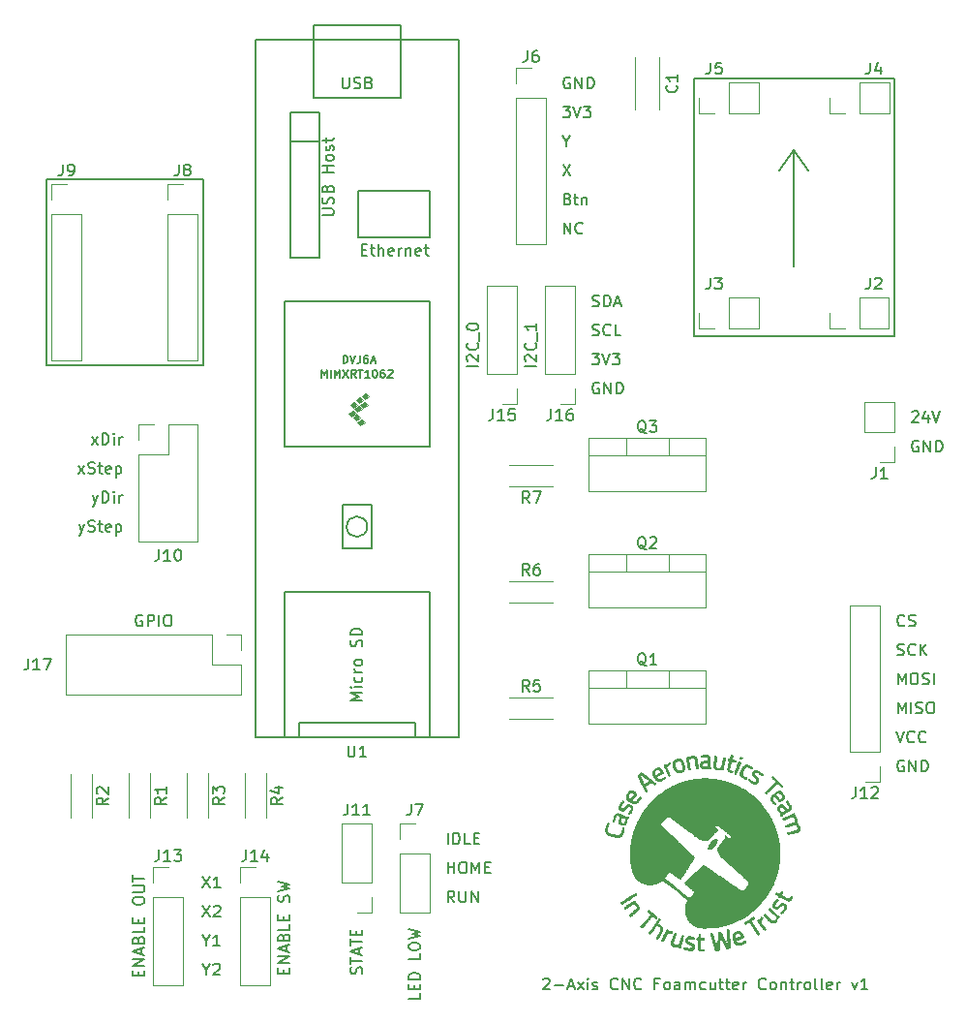
<source format=gbr>
%TF.GenerationSoftware,KiCad,Pcbnew,(6.0.9)*%
%TF.CreationDate,2023-01-08T11:03:24-08:00*%
%TF.ProjectId,CNC_Foamcutter_Control_Board,434e435f-466f-4616-9d63-75747465725f,rev?*%
%TF.SameCoordinates,Original*%
%TF.FileFunction,Legend,Top*%
%TF.FilePolarity,Positive*%
%FSLAX46Y46*%
G04 Gerber Fmt 4.6, Leading zero omitted, Abs format (unit mm)*
G04 Created by KiCad (PCBNEW (6.0.9)) date 2023-01-08 11:03:24*
%MOMM*%
%LPD*%
G01*
G04 APERTURE LIST*
%ADD10C,0.150000*%
%ADD11C,0.120000*%
%ADD12C,0.100000*%
G04 APERTURE END LIST*
D10*
X142692380Y-86923333D02*
X141692380Y-86923333D01*
X141787619Y-86494761D02*
X141740000Y-86447142D01*
X141692380Y-86351904D01*
X141692380Y-86113809D01*
X141740000Y-86018571D01*
X141787619Y-85970952D01*
X141882857Y-85923333D01*
X141978095Y-85923333D01*
X142120952Y-85970952D01*
X142692380Y-86542380D01*
X142692380Y-85923333D01*
X142597142Y-84923333D02*
X142644761Y-84970952D01*
X142692380Y-85113809D01*
X142692380Y-85209047D01*
X142644761Y-85351904D01*
X142549523Y-85447142D01*
X142454285Y-85494761D01*
X142263809Y-85542380D01*
X142120952Y-85542380D01*
X141930476Y-85494761D01*
X141835238Y-85447142D01*
X141740000Y-85351904D01*
X141692380Y-85209047D01*
X141692380Y-85113809D01*
X141740000Y-84970952D01*
X141787619Y-84923333D01*
X142787619Y-84732857D02*
X142787619Y-83970952D01*
X142692380Y-83209047D02*
X142692380Y-83780476D01*
X142692380Y-83494761D02*
X141692380Y-83494761D01*
X141835238Y-83590000D01*
X141930476Y-83685238D01*
X141978095Y-83780476D01*
X137612380Y-86923333D02*
X136612380Y-86923333D01*
X136707619Y-86494761D02*
X136660000Y-86447142D01*
X136612380Y-86351904D01*
X136612380Y-86113809D01*
X136660000Y-86018571D01*
X136707619Y-85970952D01*
X136802857Y-85923333D01*
X136898095Y-85923333D01*
X137040952Y-85970952D01*
X137612380Y-86542380D01*
X137612380Y-85923333D01*
X137517142Y-84923333D02*
X137564761Y-84970952D01*
X137612380Y-85113809D01*
X137612380Y-85209047D01*
X137564761Y-85351904D01*
X137469523Y-85447142D01*
X137374285Y-85494761D01*
X137183809Y-85542380D01*
X137040952Y-85542380D01*
X136850476Y-85494761D01*
X136755238Y-85447142D01*
X136660000Y-85351904D01*
X136612380Y-85209047D01*
X136612380Y-85113809D01*
X136660000Y-84970952D01*
X136707619Y-84923333D01*
X137707619Y-84732857D02*
X137707619Y-83970952D01*
X136612380Y-83542380D02*
X136612380Y-83447142D01*
X136660000Y-83351904D01*
X136707619Y-83304285D01*
X136802857Y-83256666D01*
X136993333Y-83209047D01*
X137231428Y-83209047D01*
X137421904Y-83256666D01*
X137517142Y-83304285D01*
X137564761Y-83351904D01*
X137612380Y-83447142D01*
X137612380Y-83542380D01*
X137564761Y-83637619D01*
X137517142Y-83685238D01*
X137421904Y-83732857D01*
X137231428Y-83780476D01*
X136993333Y-83780476D01*
X136802857Y-83732857D01*
X136707619Y-83685238D01*
X136660000Y-83637619D01*
X136612380Y-83542380D01*
X148179404Y-88400000D02*
X148084166Y-88352380D01*
X147941309Y-88352380D01*
X147798452Y-88400000D01*
X147703214Y-88495238D01*
X147655595Y-88590476D01*
X147607976Y-88780952D01*
X147607976Y-88923809D01*
X147655595Y-89114285D01*
X147703214Y-89209523D01*
X147798452Y-89304761D01*
X147941309Y-89352380D01*
X148036547Y-89352380D01*
X148179404Y-89304761D01*
X148227023Y-89257142D01*
X148227023Y-88923809D01*
X148036547Y-88923809D01*
X148655595Y-89352380D02*
X148655595Y-88352380D01*
X149227023Y-89352380D01*
X149227023Y-88352380D01*
X149703214Y-89352380D02*
X149703214Y-88352380D01*
X149941309Y-88352380D01*
X150084166Y-88400000D01*
X150179404Y-88495238D01*
X150227023Y-88590476D01*
X150274642Y-88780952D01*
X150274642Y-88923809D01*
X150227023Y-89114285D01*
X150179404Y-89209523D01*
X150084166Y-89304761D01*
X149941309Y-89352380D01*
X149703214Y-89352380D01*
X147560357Y-85812380D02*
X148179404Y-85812380D01*
X147846071Y-86193333D01*
X147988928Y-86193333D01*
X148084166Y-86240952D01*
X148131785Y-86288571D01*
X148179404Y-86383809D01*
X148179404Y-86621904D01*
X148131785Y-86717142D01*
X148084166Y-86764761D01*
X147988928Y-86812380D01*
X147703214Y-86812380D01*
X147607976Y-86764761D01*
X147560357Y-86717142D01*
X148465119Y-85812380D02*
X148798452Y-86812380D01*
X149131785Y-85812380D01*
X149369880Y-85812380D02*
X149988928Y-85812380D01*
X149655595Y-86193333D01*
X149798452Y-86193333D01*
X149893690Y-86240952D01*
X149941309Y-86288571D01*
X149988928Y-86383809D01*
X149988928Y-86621904D01*
X149941309Y-86717142D01*
X149893690Y-86764761D01*
X149798452Y-86812380D01*
X149512738Y-86812380D01*
X149417500Y-86764761D01*
X149369880Y-86717142D01*
X147607976Y-84224761D02*
X147750833Y-84272380D01*
X147988928Y-84272380D01*
X148084166Y-84224761D01*
X148131785Y-84177142D01*
X148179404Y-84081904D01*
X148179404Y-83986666D01*
X148131785Y-83891428D01*
X148084166Y-83843809D01*
X147988928Y-83796190D01*
X147798452Y-83748571D01*
X147703214Y-83700952D01*
X147655595Y-83653333D01*
X147607976Y-83558095D01*
X147607976Y-83462857D01*
X147655595Y-83367619D01*
X147703214Y-83320000D01*
X147798452Y-83272380D01*
X148036547Y-83272380D01*
X148179404Y-83320000D01*
X149179404Y-84177142D02*
X149131785Y-84224761D01*
X148988928Y-84272380D01*
X148893690Y-84272380D01*
X148750833Y-84224761D01*
X148655595Y-84129523D01*
X148607976Y-84034285D01*
X148560357Y-83843809D01*
X148560357Y-83700952D01*
X148607976Y-83510476D01*
X148655595Y-83415238D01*
X148750833Y-83320000D01*
X148893690Y-83272380D01*
X148988928Y-83272380D01*
X149131785Y-83320000D01*
X149179404Y-83367619D01*
X150084166Y-84272380D02*
X149607976Y-84272380D01*
X149607976Y-83272380D01*
X147607976Y-81684761D02*
X147750833Y-81732380D01*
X147988928Y-81732380D01*
X148084166Y-81684761D01*
X148131785Y-81637142D01*
X148179404Y-81541904D01*
X148179404Y-81446666D01*
X148131785Y-81351428D01*
X148084166Y-81303809D01*
X147988928Y-81256190D01*
X147798452Y-81208571D01*
X147703214Y-81160952D01*
X147655595Y-81113333D01*
X147607976Y-81018095D01*
X147607976Y-80922857D01*
X147655595Y-80827619D01*
X147703214Y-80780000D01*
X147798452Y-80732380D01*
X148036547Y-80732380D01*
X148179404Y-80780000D01*
X148607976Y-81732380D02*
X148607976Y-80732380D01*
X148846071Y-80732380D01*
X148988928Y-80780000D01*
X149084166Y-80875238D01*
X149131785Y-80970476D01*
X149179404Y-81160952D01*
X149179404Y-81303809D01*
X149131785Y-81494285D01*
X149084166Y-81589523D01*
X148988928Y-81684761D01*
X148846071Y-81732380D01*
X148607976Y-81732380D01*
X149560357Y-81446666D02*
X150036547Y-81446666D01*
X149465119Y-81732380D02*
X149798452Y-80732380D01*
X150131785Y-81732380D01*
X108220000Y-108720000D02*
X108124761Y-108672380D01*
X107981904Y-108672380D01*
X107839047Y-108720000D01*
X107743809Y-108815238D01*
X107696190Y-108910476D01*
X107648571Y-109100952D01*
X107648571Y-109243809D01*
X107696190Y-109434285D01*
X107743809Y-109529523D01*
X107839047Y-109624761D01*
X107981904Y-109672380D01*
X108077142Y-109672380D01*
X108220000Y-109624761D01*
X108267619Y-109577142D01*
X108267619Y-109243809D01*
X108077142Y-109243809D01*
X108696190Y-109672380D02*
X108696190Y-108672380D01*
X109077142Y-108672380D01*
X109172380Y-108720000D01*
X109220000Y-108767619D01*
X109267619Y-108862857D01*
X109267619Y-109005714D01*
X109220000Y-109100952D01*
X109172380Y-109148571D01*
X109077142Y-109196190D01*
X108696190Y-109196190D01*
X109696190Y-109672380D02*
X109696190Y-108672380D01*
X110362857Y-108672380D02*
X110553333Y-108672380D01*
X110648571Y-108720000D01*
X110743809Y-108815238D01*
X110791428Y-109005714D01*
X110791428Y-109339047D01*
X110743809Y-109529523D01*
X110648571Y-109624761D01*
X110553333Y-109672380D01*
X110362857Y-109672380D01*
X110267619Y-109624761D01*
X110172380Y-109529523D01*
X110124761Y-109339047D01*
X110124761Y-109005714D01*
X110172380Y-108815238D01*
X110267619Y-108720000D01*
X110362857Y-108672380D01*
X143289523Y-140517619D02*
X143337142Y-140470000D01*
X143432380Y-140422380D01*
X143670476Y-140422380D01*
X143765714Y-140470000D01*
X143813333Y-140517619D01*
X143860952Y-140612857D01*
X143860952Y-140708095D01*
X143813333Y-140850952D01*
X143241904Y-141422380D01*
X143860952Y-141422380D01*
X144289523Y-141041428D02*
X145051428Y-141041428D01*
X145480000Y-141136666D02*
X145956190Y-141136666D01*
X145384761Y-141422380D02*
X145718095Y-140422380D01*
X146051428Y-141422380D01*
X146289523Y-141422380D02*
X146813333Y-140755714D01*
X146289523Y-140755714D02*
X146813333Y-141422380D01*
X147194285Y-141422380D02*
X147194285Y-140755714D01*
X147194285Y-140422380D02*
X147146666Y-140470000D01*
X147194285Y-140517619D01*
X147241904Y-140470000D01*
X147194285Y-140422380D01*
X147194285Y-140517619D01*
X147622857Y-141374761D02*
X147718095Y-141422380D01*
X147908571Y-141422380D01*
X148003809Y-141374761D01*
X148051428Y-141279523D01*
X148051428Y-141231904D01*
X148003809Y-141136666D01*
X147908571Y-141089047D01*
X147765714Y-141089047D01*
X147670476Y-141041428D01*
X147622857Y-140946190D01*
X147622857Y-140898571D01*
X147670476Y-140803333D01*
X147765714Y-140755714D01*
X147908571Y-140755714D01*
X148003809Y-140803333D01*
X149813333Y-141327142D02*
X149765714Y-141374761D01*
X149622857Y-141422380D01*
X149527619Y-141422380D01*
X149384761Y-141374761D01*
X149289523Y-141279523D01*
X149241904Y-141184285D01*
X149194285Y-140993809D01*
X149194285Y-140850952D01*
X149241904Y-140660476D01*
X149289523Y-140565238D01*
X149384761Y-140470000D01*
X149527619Y-140422380D01*
X149622857Y-140422380D01*
X149765714Y-140470000D01*
X149813333Y-140517619D01*
X150241904Y-141422380D02*
X150241904Y-140422380D01*
X150813333Y-141422380D01*
X150813333Y-140422380D01*
X151860952Y-141327142D02*
X151813333Y-141374761D01*
X151670476Y-141422380D01*
X151575238Y-141422380D01*
X151432380Y-141374761D01*
X151337142Y-141279523D01*
X151289523Y-141184285D01*
X151241904Y-140993809D01*
X151241904Y-140850952D01*
X151289523Y-140660476D01*
X151337142Y-140565238D01*
X151432380Y-140470000D01*
X151575238Y-140422380D01*
X151670476Y-140422380D01*
X151813333Y-140470000D01*
X151860952Y-140517619D01*
X153384761Y-140898571D02*
X153051428Y-140898571D01*
X153051428Y-141422380D02*
X153051428Y-140422380D01*
X153527619Y-140422380D01*
X154051428Y-141422380D02*
X153956190Y-141374761D01*
X153908571Y-141327142D01*
X153860952Y-141231904D01*
X153860952Y-140946190D01*
X153908571Y-140850952D01*
X153956190Y-140803333D01*
X154051428Y-140755714D01*
X154194285Y-140755714D01*
X154289523Y-140803333D01*
X154337142Y-140850952D01*
X154384761Y-140946190D01*
X154384761Y-141231904D01*
X154337142Y-141327142D01*
X154289523Y-141374761D01*
X154194285Y-141422380D01*
X154051428Y-141422380D01*
X155241904Y-141422380D02*
X155241904Y-140898571D01*
X155194285Y-140803333D01*
X155099047Y-140755714D01*
X154908571Y-140755714D01*
X154813333Y-140803333D01*
X155241904Y-141374761D02*
X155146666Y-141422380D01*
X154908571Y-141422380D01*
X154813333Y-141374761D01*
X154765714Y-141279523D01*
X154765714Y-141184285D01*
X154813333Y-141089047D01*
X154908571Y-141041428D01*
X155146666Y-141041428D01*
X155241904Y-140993809D01*
X155718095Y-141422380D02*
X155718095Y-140755714D01*
X155718095Y-140850952D02*
X155765714Y-140803333D01*
X155860952Y-140755714D01*
X156003809Y-140755714D01*
X156099047Y-140803333D01*
X156146666Y-140898571D01*
X156146666Y-141422380D01*
X156146666Y-140898571D02*
X156194285Y-140803333D01*
X156289523Y-140755714D01*
X156432380Y-140755714D01*
X156527619Y-140803333D01*
X156575238Y-140898571D01*
X156575238Y-141422380D01*
X157480000Y-141374761D02*
X157384761Y-141422380D01*
X157194285Y-141422380D01*
X157099047Y-141374761D01*
X157051428Y-141327142D01*
X157003809Y-141231904D01*
X157003809Y-140946190D01*
X157051428Y-140850952D01*
X157099047Y-140803333D01*
X157194285Y-140755714D01*
X157384761Y-140755714D01*
X157480000Y-140803333D01*
X158337142Y-140755714D02*
X158337142Y-141422380D01*
X157908571Y-140755714D02*
X157908571Y-141279523D01*
X157956190Y-141374761D01*
X158051428Y-141422380D01*
X158194285Y-141422380D01*
X158289523Y-141374761D01*
X158337142Y-141327142D01*
X158670476Y-140755714D02*
X159051428Y-140755714D01*
X158813333Y-140422380D02*
X158813333Y-141279523D01*
X158860952Y-141374761D01*
X158956190Y-141422380D01*
X159051428Y-141422380D01*
X159241904Y-140755714D02*
X159622857Y-140755714D01*
X159384761Y-140422380D02*
X159384761Y-141279523D01*
X159432380Y-141374761D01*
X159527619Y-141422380D01*
X159622857Y-141422380D01*
X160337142Y-141374761D02*
X160241904Y-141422380D01*
X160051428Y-141422380D01*
X159956190Y-141374761D01*
X159908571Y-141279523D01*
X159908571Y-140898571D01*
X159956190Y-140803333D01*
X160051428Y-140755714D01*
X160241904Y-140755714D01*
X160337142Y-140803333D01*
X160384761Y-140898571D01*
X160384761Y-140993809D01*
X159908571Y-141089047D01*
X160813333Y-141422380D02*
X160813333Y-140755714D01*
X160813333Y-140946190D02*
X160860952Y-140850952D01*
X160908571Y-140803333D01*
X161003809Y-140755714D01*
X161099047Y-140755714D01*
X162765714Y-141327142D02*
X162718095Y-141374761D01*
X162575238Y-141422380D01*
X162480000Y-141422380D01*
X162337142Y-141374761D01*
X162241904Y-141279523D01*
X162194285Y-141184285D01*
X162146666Y-140993809D01*
X162146666Y-140850952D01*
X162194285Y-140660476D01*
X162241904Y-140565238D01*
X162337142Y-140470000D01*
X162480000Y-140422380D01*
X162575238Y-140422380D01*
X162718095Y-140470000D01*
X162765714Y-140517619D01*
X163337142Y-141422380D02*
X163241904Y-141374761D01*
X163194285Y-141327142D01*
X163146666Y-141231904D01*
X163146666Y-140946190D01*
X163194285Y-140850952D01*
X163241904Y-140803333D01*
X163337142Y-140755714D01*
X163480000Y-140755714D01*
X163575238Y-140803333D01*
X163622857Y-140850952D01*
X163670476Y-140946190D01*
X163670476Y-141231904D01*
X163622857Y-141327142D01*
X163575238Y-141374761D01*
X163480000Y-141422380D01*
X163337142Y-141422380D01*
X164099047Y-140755714D02*
X164099047Y-141422380D01*
X164099047Y-140850952D02*
X164146666Y-140803333D01*
X164241904Y-140755714D01*
X164384761Y-140755714D01*
X164480000Y-140803333D01*
X164527619Y-140898571D01*
X164527619Y-141422380D01*
X164860952Y-140755714D02*
X165241904Y-140755714D01*
X165003809Y-140422380D02*
X165003809Y-141279523D01*
X165051428Y-141374761D01*
X165146666Y-141422380D01*
X165241904Y-141422380D01*
X165575238Y-141422380D02*
X165575238Y-140755714D01*
X165575238Y-140946190D02*
X165622857Y-140850952D01*
X165670476Y-140803333D01*
X165765714Y-140755714D01*
X165860952Y-140755714D01*
X166337142Y-141422380D02*
X166241904Y-141374761D01*
X166194285Y-141327142D01*
X166146666Y-141231904D01*
X166146666Y-140946190D01*
X166194285Y-140850952D01*
X166241904Y-140803333D01*
X166337142Y-140755714D01*
X166480000Y-140755714D01*
X166575238Y-140803333D01*
X166622857Y-140850952D01*
X166670476Y-140946190D01*
X166670476Y-141231904D01*
X166622857Y-141327142D01*
X166575238Y-141374761D01*
X166480000Y-141422380D01*
X166337142Y-141422380D01*
X167241904Y-141422380D02*
X167146666Y-141374761D01*
X167099047Y-141279523D01*
X167099047Y-140422380D01*
X167765714Y-141422380D02*
X167670476Y-141374761D01*
X167622857Y-141279523D01*
X167622857Y-140422380D01*
X168527619Y-141374761D02*
X168432380Y-141422380D01*
X168241904Y-141422380D01*
X168146666Y-141374761D01*
X168099047Y-141279523D01*
X168099047Y-140898571D01*
X168146666Y-140803333D01*
X168241904Y-140755714D01*
X168432380Y-140755714D01*
X168527619Y-140803333D01*
X168575238Y-140898571D01*
X168575238Y-140993809D01*
X168099047Y-141089047D01*
X169003809Y-141422380D02*
X169003809Y-140755714D01*
X169003809Y-140946190D02*
X169051428Y-140850952D01*
X169099047Y-140803333D01*
X169194285Y-140755714D01*
X169289523Y-140755714D01*
X170289523Y-140755714D02*
X170527619Y-141422380D01*
X170765714Y-140755714D01*
X171670476Y-141422380D02*
X171099047Y-141422380D01*
X171384761Y-141422380D02*
X171384761Y-140422380D01*
X171289523Y-140565238D01*
X171194285Y-140660476D01*
X171099047Y-140708095D01*
X174849404Y-121420000D02*
X174754166Y-121372380D01*
X174611309Y-121372380D01*
X174468452Y-121420000D01*
X174373214Y-121515238D01*
X174325595Y-121610476D01*
X174277976Y-121800952D01*
X174277976Y-121943809D01*
X174325595Y-122134285D01*
X174373214Y-122229523D01*
X174468452Y-122324761D01*
X174611309Y-122372380D01*
X174706547Y-122372380D01*
X174849404Y-122324761D01*
X174897023Y-122277142D01*
X174897023Y-121943809D01*
X174706547Y-121943809D01*
X175325595Y-122372380D02*
X175325595Y-121372380D01*
X175897023Y-122372380D01*
X175897023Y-121372380D01*
X176373214Y-122372380D02*
X176373214Y-121372380D01*
X176611309Y-121372380D01*
X176754166Y-121420000D01*
X176849404Y-121515238D01*
X176897023Y-121610476D01*
X176944642Y-121800952D01*
X176944642Y-121943809D01*
X176897023Y-122134285D01*
X176849404Y-122229523D01*
X176754166Y-122324761D01*
X176611309Y-122372380D01*
X176373214Y-122372380D01*
X174182738Y-118832380D02*
X174516071Y-119832380D01*
X174849404Y-118832380D01*
X175754166Y-119737142D02*
X175706547Y-119784761D01*
X175563690Y-119832380D01*
X175468452Y-119832380D01*
X175325595Y-119784761D01*
X175230357Y-119689523D01*
X175182738Y-119594285D01*
X175135119Y-119403809D01*
X175135119Y-119260952D01*
X175182738Y-119070476D01*
X175230357Y-118975238D01*
X175325595Y-118880000D01*
X175468452Y-118832380D01*
X175563690Y-118832380D01*
X175706547Y-118880000D01*
X175754166Y-118927619D01*
X176754166Y-119737142D02*
X176706547Y-119784761D01*
X176563690Y-119832380D01*
X176468452Y-119832380D01*
X176325595Y-119784761D01*
X176230357Y-119689523D01*
X176182738Y-119594285D01*
X176135119Y-119403809D01*
X176135119Y-119260952D01*
X176182738Y-119070476D01*
X176230357Y-118975238D01*
X176325595Y-118880000D01*
X176468452Y-118832380D01*
X176563690Y-118832380D01*
X176706547Y-118880000D01*
X176754166Y-118927619D01*
X174325595Y-117292380D02*
X174325595Y-116292380D01*
X174658928Y-117006666D01*
X174992261Y-116292380D01*
X174992261Y-117292380D01*
X175468452Y-117292380D02*
X175468452Y-116292380D01*
X175897023Y-117244761D02*
X176039880Y-117292380D01*
X176277976Y-117292380D01*
X176373214Y-117244761D01*
X176420833Y-117197142D01*
X176468452Y-117101904D01*
X176468452Y-117006666D01*
X176420833Y-116911428D01*
X176373214Y-116863809D01*
X176277976Y-116816190D01*
X176087500Y-116768571D01*
X175992261Y-116720952D01*
X175944642Y-116673333D01*
X175897023Y-116578095D01*
X175897023Y-116482857D01*
X175944642Y-116387619D01*
X175992261Y-116340000D01*
X176087500Y-116292380D01*
X176325595Y-116292380D01*
X176468452Y-116340000D01*
X177087500Y-116292380D02*
X177277976Y-116292380D01*
X177373214Y-116340000D01*
X177468452Y-116435238D01*
X177516071Y-116625714D01*
X177516071Y-116959047D01*
X177468452Y-117149523D01*
X177373214Y-117244761D01*
X177277976Y-117292380D01*
X177087500Y-117292380D01*
X176992261Y-117244761D01*
X176897023Y-117149523D01*
X176849404Y-116959047D01*
X176849404Y-116625714D01*
X176897023Y-116435238D01*
X176992261Y-116340000D01*
X177087500Y-116292380D01*
X174325595Y-114752380D02*
X174325595Y-113752380D01*
X174658928Y-114466666D01*
X174992261Y-113752380D01*
X174992261Y-114752380D01*
X175658928Y-113752380D02*
X175849404Y-113752380D01*
X175944642Y-113800000D01*
X176039880Y-113895238D01*
X176087500Y-114085714D01*
X176087500Y-114419047D01*
X176039880Y-114609523D01*
X175944642Y-114704761D01*
X175849404Y-114752380D01*
X175658928Y-114752380D01*
X175563690Y-114704761D01*
X175468452Y-114609523D01*
X175420833Y-114419047D01*
X175420833Y-114085714D01*
X175468452Y-113895238D01*
X175563690Y-113800000D01*
X175658928Y-113752380D01*
X176468452Y-114704761D02*
X176611309Y-114752380D01*
X176849404Y-114752380D01*
X176944642Y-114704761D01*
X176992261Y-114657142D01*
X177039880Y-114561904D01*
X177039880Y-114466666D01*
X176992261Y-114371428D01*
X176944642Y-114323809D01*
X176849404Y-114276190D01*
X176658928Y-114228571D01*
X176563690Y-114180952D01*
X176516071Y-114133333D01*
X176468452Y-114038095D01*
X176468452Y-113942857D01*
X176516071Y-113847619D01*
X176563690Y-113800000D01*
X176658928Y-113752380D01*
X176897023Y-113752380D01*
X177039880Y-113800000D01*
X177468452Y-114752380D02*
X177468452Y-113752380D01*
X174277976Y-112164761D02*
X174420833Y-112212380D01*
X174658928Y-112212380D01*
X174754166Y-112164761D01*
X174801785Y-112117142D01*
X174849404Y-112021904D01*
X174849404Y-111926666D01*
X174801785Y-111831428D01*
X174754166Y-111783809D01*
X174658928Y-111736190D01*
X174468452Y-111688571D01*
X174373214Y-111640952D01*
X174325595Y-111593333D01*
X174277976Y-111498095D01*
X174277976Y-111402857D01*
X174325595Y-111307619D01*
X174373214Y-111260000D01*
X174468452Y-111212380D01*
X174706547Y-111212380D01*
X174849404Y-111260000D01*
X175849404Y-112117142D02*
X175801785Y-112164761D01*
X175658928Y-112212380D01*
X175563690Y-112212380D01*
X175420833Y-112164761D01*
X175325595Y-112069523D01*
X175277976Y-111974285D01*
X175230357Y-111783809D01*
X175230357Y-111640952D01*
X175277976Y-111450476D01*
X175325595Y-111355238D01*
X175420833Y-111260000D01*
X175563690Y-111212380D01*
X175658928Y-111212380D01*
X175801785Y-111260000D01*
X175849404Y-111307619D01*
X176277976Y-112212380D02*
X176277976Y-111212380D01*
X176849404Y-112212380D02*
X176420833Y-111640952D01*
X176849404Y-111212380D02*
X176277976Y-111783809D01*
X174897023Y-109577142D02*
X174849404Y-109624761D01*
X174706547Y-109672380D01*
X174611309Y-109672380D01*
X174468452Y-109624761D01*
X174373214Y-109529523D01*
X174325595Y-109434285D01*
X174277976Y-109243809D01*
X174277976Y-109100952D01*
X174325595Y-108910476D01*
X174373214Y-108815238D01*
X174468452Y-108720000D01*
X174611309Y-108672380D01*
X174706547Y-108672380D01*
X174849404Y-108720000D01*
X174897023Y-108767619D01*
X175277976Y-109624761D02*
X175420833Y-109672380D01*
X175658928Y-109672380D01*
X175754166Y-109624761D01*
X175801785Y-109577142D01*
X175849404Y-109481904D01*
X175849404Y-109386666D01*
X175801785Y-109291428D01*
X175754166Y-109243809D01*
X175658928Y-109196190D01*
X175468452Y-109148571D01*
X175373214Y-109100952D01*
X175325595Y-109053333D01*
X175277976Y-108958095D01*
X175277976Y-108862857D01*
X175325595Y-108767619D01*
X175373214Y-108720000D01*
X175468452Y-108672380D01*
X175706547Y-108672380D01*
X175849404Y-108720000D01*
X165235000Y-68072000D02*
X163965000Y-69850000D01*
X99822000Y-70612000D02*
X113538000Y-70612000D01*
X113538000Y-70612000D02*
X113538000Y-86868000D01*
X113538000Y-86868000D02*
X99822000Y-86868000D01*
X99822000Y-86868000D02*
X99822000Y-70612000D01*
X165235000Y-78232000D02*
X165235000Y-68072000D01*
X156490000Y-61820000D02*
X173990000Y-61820000D01*
X173990000Y-61820000D02*
X173990000Y-84320000D01*
X173990000Y-84320000D02*
X156490000Y-84320000D01*
X156490000Y-84320000D02*
X156490000Y-61820000D01*
X165235000Y-68072000D02*
X166505000Y-69850000D01*
X113823809Y-137136190D02*
X113823809Y-137612380D01*
X113490476Y-136612380D02*
X113823809Y-137136190D01*
X114157142Y-136612380D01*
X115014285Y-137612380D02*
X114442857Y-137612380D01*
X114728571Y-137612380D02*
X114728571Y-136612380D01*
X114633333Y-136755238D01*
X114538095Y-136850476D01*
X114442857Y-136898095D01*
X120578571Y-139999404D02*
X120578571Y-139666071D01*
X121102380Y-139523214D02*
X121102380Y-139999404D01*
X120102380Y-139999404D01*
X120102380Y-139523214D01*
X121102380Y-139094642D02*
X120102380Y-139094642D01*
X121102380Y-138523214D01*
X120102380Y-138523214D01*
X120816666Y-138094642D02*
X120816666Y-137618452D01*
X121102380Y-138189880D02*
X120102380Y-137856547D01*
X121102380Y-137523214D01*
X120578571Y-136856547D02*
X120626190Y-136713690D01*
X120673809Y-136666071D01*
X120769047Y-136618452D01*
X120911904Y-136618452D01*
X121007142Y-136666071D01*
X121054761Y-136713690D01*
X121102380Y-136808928D01*
X121102380Y-137189880D01*
X120102380Y-137189880D01*
X120102380Y-136856547D01*
X120150000Y-136761309D01*
X120197619Y-136713690D01*
X120292857Y-136666071D01*
X120388095Y-136666071D01*
X120483333Y-136713690D01*
X120530952Y-136761309D01*
X120578571Y-136856547D01*
X120578571Y-137189880D01*
X121102380Y-135713690D02*
X121102380Y-136189880D01*
X120102380Y-136189880D01*
X120578571Y-135380357D02*
X120578571Y-135047023D01*
X121102380Y-134904166D02*
X121102380Y-135380357D01*
X120102380Y-135380357D01*
X120102380Y-134904166D01*
X121054761Y-133761309D02*
X121102380Y-133618452D01*
X121102380Y-133380357D01*
X121054761Y-133285119D01*
X121007142Y-133237500D01*
X120911904Y-133189880D01*
X120816666Y-133189880D01*
X120721428Y-133237500D01*
X120673809Y-133285119D01*
X120626190Y-133380357D01*
X120578571Y-133570833D01*
X120530952Y-133666071D01*
X120483333Y-133713690D01*
X120388095Y-133761309D01*
X120292857Y-133761309D01*
X120197619Y-133713690D01*
X120150000Y-133666071D01*
X120102380Y-133570833D01*
X120102380Y-133332738D01*
X120150000Y-133189880D01*
X120102380Y-132856547D02*
X121102380Y-132618452D01*
X120388095Y-132427976D01*
X121102380Y-132237500D01*
X120102380Y-131999404D01*
X135527023Y-133802380D02*
X135193690Y-133326190D01*
X134955595Y-133802380D02*
X134955595Y-132802380D01*
X135336547Y-132802380D01*
X135431785Y-132850000D01*
X135479404Y-132897619D01*
X135527023Y-132992857D01*
X135527023Y-133135714D01*
X135479404Y-133230952D01*
X135431785Y-133278571D01*
X135336547Y-133326190D01*
X134955595Y-133326190D01*
X135955595Y-132802380D02*
X135955595Y-133611904D01*
X136003214Y-133707142D01*
X136050833Y-133754761D01*
X136146071Y-133802380D01*
X136336547Y-133802380D01*
X136431785Y-133754761D01*
X136479404Y-133707142D01*
X136527023Y-133611904D01*
X136527023Y-132802380D01*
X137003214Y-133802380D02*
X137003214Y-132802380D01*
X137574642Y-133802380D01*
X137574642Y-132802380D01*
X113490476Y-131532380D02*
X114157142Y-132532380D01*
X114157142Y-131532380D02*
X113490476Y-132532380D01*
X115061904Y-132532380D02*
X114490476Y-132532380D01*
X114776190Y-132532380D02*
X114776190Y-131532380D01*
X114680952Y-131675238D01*
X114585714Y-131770476D01*
X114490476Y-131818095D01*
X145448928Y-72318571D02*
X145591785Y-72366190D01*
X145639404Y-72413809D01*
X145687023Y-72509047D01*
X145687023Y-72651904D01*
X145639404Y-72747142D01*
X145591785Y-72794761D01*
X145496547Y-72842380D01*
X145115595Y-72842380D01*
X145115595Y-71842380D01*
X145448928Y-71842380D01*
X145544166Y-71890000D01*
X145591785Y-71937619D01*
X145639404Y-72032857D01*
X145639404Y-72128095D01*
X145591785Y-72223333D01*
X145544166Y-72270952D01*
X145448928Y-72318571D01*
X145115595Y-72318571D01*
X145972738Y-72175714D02*
X146353690Y-72175714D01*
X146115595Y-71842380D02*
X146115595Y-72699523D01*
X146163214Y-72794761D01*
X146258452Y-72842380D01*
X146353690Y-72842380D01*
X146687023Y-72175714D02*
X146687023Y-72842380D01*
X146687023Y-72270952D02*
X146734642Y-72223333D01*
X146829880Y-72175714D01*
X146972738Y-72175714D01*
X147067976Y-72223333D01*
X147115595Y-72318571D01*
X147115595Y-72842380D01*
X102635119Y-96327380D02*
X103158928Y-95660714D01*
X102635119Y-95660714D02*
X103158928Y-96327380D01*
X103492261Y-96279761D02*
X103635119Y-96327380D01*
X103873214Y-96327380D01*
X103968452Y-96279761D01*
X104016071Y-96232142D01*
X104063690Y-96136904D01*
X104063690Y-96041666D01*
X104016071Y-95946428D01*
X103968452Y-95898809D01*
X103873214Y-95851190D01*
X103682738Y-95803571D01*
X103587500Y-95755952D01*
X103539880Y-95708333D01*
X103492261Y-95613095D01*
X103492261Y-95517857D01*
X103539880Y-95422619D01*
X103587500Y-95375000D01*
X103682738Y-95327380D01*
X103920833Y-95327380D01*
X104063690Y-95375000D01*
X104349404Y-95660714D02*
X104730357Y-95660714D01*
X104492261Y-95327380D02*
X104492261Y-96184523D01*
X104539880Y-96279761D01*
X104635119Y-96327380D01*
X104730357Y-96327380D01*
X105444642Y-96279761D02*
X105349404Y-96327380D01*
X105158928Y-96327380D01*
X105063690Y-96279761D01*
X105016071Y-96184523D01*
X105016071Y-95803571D01*
X105063690Y-95708333D01*
X105158928Y-95660714D01*
X105349404Y-95660714D01*
X105444642Y-95708333D01*
X105492261Y-95803571D01*
X105492261Y-95898809D01*
X105016071Y-95994047D01*
X105920833Y-95660714D02*
X105920833Y-96660714D01*
X105920833Y-95708333D02*
X106016071Y-95660714D01*
X106206547Y-95660714D01*
X106301785Y-95708333D01*
X106349404Y-95755952D01*
X106397023Y-95851190D01*
X106397023Y-96136904D01*
X106349404Y-96232142D01*
X106301785Y-96279761D01*
X106206547Y-96327380D01*
X106016071Y-96327380D01*
X105920833Y-96279761D01*
X176119404Y-93480000D02*
X176024166Y-93432380D01*
X175881309Y-93432380D01*
X175738452Y-93480000D01*
X175643214Y-93575238D01*
X175595595Y-93670476D01*
X175547976Y-93860952D01*
X175547976Y-94003809D01*
X175595595Y-94194285D01*
X175643214Y-94289523D01*
X175738452Y-94384761D01*
X175881309Y-94432380D01*
X175976547Y-94432380D01*
X176119404Y-94384761D01*
X176167023Y-94337142D01*
X176167023Y-94003809D01*
X175976547Y-94003809D01*
X176595595Y-94432380D02*
X176595595Y-93432380D01*
X177167023Y-94432380D01*
X177167023Y-93432380D01*
X177643214Y-94432380D02*
X177643214Y-93432380D01*
X177881309Y-93432380D01*
X178024166Y-93480000D01*
X178119404Y-93575238D01*
X178167023Y-93670476D01*
X178214642Y-93860952D01*
X178214642Y-94003809D01*
X178167023Y-94194285D01*
X178119404Y-94289523D01*
X178024166Y-94384761D01*
X177881309Y-94432380D01*
X177643214Y-94432380D01*
X102682738Y-100740714D02*
X102920833Y-101407380D01*
X103158928Y-100740714D02*
X102920833Y-101407380D01*
X102825595Y-101645476D01*
X102777976Y-101693095D01*
X102682738Y-101740714D01*
X103492261Y-101359761D02*
X103635119Y-101407380D01*
X103873214Y-101407380D01*
X103968452Y-101359761D01*
X104016071Y-101312142D01*
X104063690Y-101216904D01*
X104063690Y-101121666D01*
X104016071Y-101026428D01*
X103968452Y-100978809D01*
X103873214Y-100931190D01*
X103682738Y-100883571D01*
X103587500Y-100835952D01*
X103539880Y-100788333D01*
X103492261Y-100693095D01*
X103492261Y-100597857D01*
X103539880Y-100502619D01*
X103587500Y-100455000D01*
X103682738Y-100407380D01*
X103920833Y-100407380D01*
X104063690Y-100455000D01*
X104349404Y-100740714D02*
X104730357Y-100740714D01*
X104492261Y-100407380D02*
X104492261Y-101264523D01*
X104539880Y-101359761D01*
X104635119Y-101407380D01*
X104730357Y-101407380D01*
X105444642Y-101359761D02*
X105349404Y-101407380D01*
X105158928Y-101407380D01*
X105063690Y-101359761D01*
X105016071Y-101264523D01*
X105016071Y-100883571D01*
X105063690Y-100788333D01*
X105158928Y-100740714D01*
X105349404Y-100740714D01*
X105444642Y-100788333D01*
X105492261Y-100883571D01*
X105492261Y-100978809D01*
X105016071Y-101074047D01*
X105920833Y-100740714D02*
X105920833Y-101740714D01*
X105920833Y-100788333D02*
X106016071Y-100740714D01*
X106206547Y-100740714D01*
X106301785Y-100788333D01*
X106349404Y-100835952D01*
X106397023Y-100931190D01*
X106397023Y-101216904D01*
X106349404Y-101312142D01*
X106301785Y-101359761D01*
X106206547Y-101407380D01*
X106016071Y-101407380D01*
X105920833Y-101359761D01*
X175547976Y-90957619D02*
X175595595Y-90910000D01*
X175690833Y-90862380D01*
X175928928Y-90862380D01*
X176024166Y-90910000D01*
X176071785Y-90957619D01*
X176119404Y-91052857D01*
X176119404Y-91148095D01*
X176071785Y-91290952D01*
X175500357Y-91862380D01*
X176119404Y-91862380D01*
X176976547Y-91195714D02*
X176976547Y-91862380D01*
X176738452Y-90814761D02*
X176500357Y-91529047D01*
X177119404Y-91529047D01*
X177357500Y-90862380D02*
X177690833Y-91862380D01*
X178024166Y-90862380D01*
X107878571Y-140223333D02*
X107878571Y-139890000D01*
X108402380Y-139747142D02*
X108402380Y-140223333D01*
X107402380Y-140223333D01*
X107402380Y-139747142D01*
X108402380Y-139318571D02*
X107402380Y-139318571D01*
X108402380Y-138747142D01*
X107402380Y-138747142D01*
X108116666Y-138318571D02*
X108116666Y-137842380D01*
X108402380Y-138413809D02*
X107402380Y-138080476D01*
X108402380Y-137747142D01*
X107878571Y-137080476D02*
X107926190Y-136937619D01*
X107973809Y-136890000D01*
X108069047Y-136842380D01*
X108211904Y-136842380D01*
X108307142Y-136890000D01*
X108354761Y-136937619D01*
X108402380Y-137032857D01*
X108402380Y-137413809D01*
X107402380Y-137413809D01*
X107402380Y-137080476D01*
X107450000Y-136985238D01*
X107497619Y-136937619D01*
X107592857Y-136890000D01*
X107688095Y-136890000D01*
X107783333Y-136937619D01*
X107830952Y-136985238D01*
X107878571Y-137080476D01*
X107878571Y-137413809D01*
X108402380Y-135937619D02*
X108402380Y-136413809D01*
X107402380Y-136413809D01*
X107878571Y-135604285D02*
X107878571Y-135270952D01*
X108402380Y-135128095D02*
X108402380Y-135604285D01*
X107402380Y-135604285D01*
X107402380Y-135128095D01*
X107402380Y-133747142D02*
X107402380Y-133556666D01*
X107450000Y-133461428D01*
X107545238Y-133366190D01*
X107735714Y-133318571D01*
X108069047Y-133318571D01*
X108259523Y-133366190D01*
X108354761Y-133461428D01*
X108402380Y-133556666D01*
X108402380Y-133747142D01*
X108354761Y-133842380D01*
X108259523Y-133937619D01*
X108069047Y-133985238D01*
X107735714Y-133985238D01*
X107545238Y-133937619D01*
X107450000Y-133842380D01*
X107402380Y-133747142D01*
X107402380Y-132890000D02*
X108211904Y-132890000D01*
X108307142Y-132842380D01*
X108354761Y-132794761D01*
X108402380Y-132699523D01*
X108402380Y-132509047D01*
X108354761Y-132413809D01*
X108307142Y-132366190D01*
X108211904Y-132318571D01*
X107402380Y-132318571D01*
X107402380Y-131985238D02*
X107402380Y-131413809D01*
X108402380Y-131699523D02*
X107402380Y-131699523D01*
X145020357Y-69302380D02*
X145687023Y-70302380D01*
X145687023Y-69302380D02*
X145020357Y-70302380D01*
X113490476Y-134072380D02*
X114157142Y-135072380D01*
X114157142Y-134072380D02*
X113490476Y-135072380D01*
X114490476Y-134167619D02*
X114538095Y-134120000D01*
X114633333Y-134072380D01*
X114871428Y-134072380D01*
X114966666Y-134120000D01*
X115014285Y-134167619D01*
X115061904Y-134262857D01*
X115061904Y-134358095D01*
X115014285Y-134500952D01*
X114442857Y-135072380D01*
X115061904Y-135072380D01*
X132532380Y-141749404D02*
X132532380Y-142225595D01*
X131532380Y-142225595D01*
X132008571Y-141416071D02*
X132008571Y-141082738D01*
X132532380Y-140939880D02*
X132532380Y-141416071D01*
X131532380Y-141416071D01*
X131532380Y-140939880D01*
X132532380Y-140511309D02*
X131532380Y-140511309D01*
X131532380Y-140273214D01*
X131580000Y-140130357D01*
X131675238Y-140035119D01*
X131770476Y-139987500D01*
X131960952Y-139939880D01*
X132103809Y-139939880D01*
X132294285Y-139987500D01*
X132389523Y-140035119D01*
X132484761Y-140130357D01*
X132532380Y-140273214D01*
X132532380Y-140511309D01*
X132532380Y-138273214D02*
X132532380Y-138749404D01*
X131532380Y-138749404D01*
X131532380Y-137749404D02*
X131532380Y-137558928D01*
X131580000Y-137463690D01*
X131675238Y-137368452D01*
X131865714Y-137320833D01*
X132199047Y-137320833D01*
X132389523Y-137368452D01*
X132484761Y-137463690D01*
X132532380Y-137558928D01*
X132532380Y-137749404D01*
X132484761Y-137844642D01*
X132389523Y-137939880D01*
X132199047Y-137987500D01*
X131865714Y-137987500D01*
X131675238Y-137939880D01*
X131580000Y-137844642D01*
X131532380Y-137749404D01*
X131532380Y-136987500D02*
X132532380Y-136749404D01*
X131818095Y-136558928D01*
X132532380Y-136368452D01*
X131532380Y-136130357D01*
X127404761Y-140035119D02*
X127452380Y-139892261D01*
X127452380Y-139654166D01*
X127404761Y-139558928D01*
X127357142Y-139511309D01*
X127261904Y-139463690D01*
X127166666Y-139463690D01*
X127071428Y-139511309D01*
X127023809Y-139558928D01*
X126976190Y-139654166D01*
X126928571Y-139844642D01*
X126880952Y-139939880D01*
X126833333Y-139987500D01*
X126738095Y-140035119D01*
X126642857Y-140035119D01*
X126547619Y-139987500D01*
X126500000Y-139939880D01*
X126452380Y-139844642D01*
X126452380Y-139606547D01*
X126500000Y-139463690D01*
X126452380Y-139177976D02*
X126452380Y-138606547D01*
X127452380Y-138892261D02*
X126452380Y-138892261D01*
X127166666Y-138320833D02*
X127166666Y-137844642D01*
X127452380Y-138416071D02*
X126452380Y-138082738D01*
X127452380Y-137749404D01*
X126452380Y-137558928D02*
X126452380Y-136987500D01*
X127452380Y-137273214D02*
X126452380Y-137273214D01*
X126928571Y-136654166D02*
X126928571Y-136320833D01*
X127452380Y-136177976D02*
X127452380Y-136654166D01*
X126452380Y-136654166D01*
X126452380Y-136177976D01*
X134955595Y-131262380D02*
X134955595Y-130262380D01*
X134955595Y-130738571D02*
X135527023Y-130738571D01*
X135527023Y-131262380D02*
X135527023Y-130262380D01*
X136193690Y-130262380D02*
X136384166Y-130262380D01*
X136479404Y-130310000D01*
X136574642Y-130405238D01*
X136622261Y-130595714D01*
X136622261Y-130929047D01*
X136574642Y-131119523D01*
X136479404Y-131214761D01*
X136384166Y-131262380D01*
X136193690Y-131262380D01*
X136098452Y-131214761D01*
X136003214Y-131119523D01*
X135955595Y-130929047D01*
X135955595Y-130595714D01*
X136003214Y-130405238D01*
X136098452Y-130310000D01*
X136193690Y-130262380D01*
X137050833Y-131262380D02*
X137050833Y-130262380D01*
X137384166Y-130976666D01*
X137717500Y-130262380D01*
X137717500Y-131262380D01*
X138193690Y-130738571D02*
X138527023Y-130738571D01*
X138669880Y-131262380D02*
X138193690Y-131262380D01*
X138193690Y-130262380D01*
X138669880Y-130262380D01*
X145115595Y-75382380D02*
X145115595Y-74382380D01*
X145687023Y-75382380D01*
X145687023Y-74382380D01*
X146734642Y-75287142D02*
X146687023Y-75334761D01*
X146544166Y-75382380D01*
X146448928Y-75382380D01*
X146306071Y-75334761D01*
X146210833Y-75239523D01*
X146163214Y-75144285D01*
X146115595Y-74953809D01*
X146115595Y-74810952D01*
X146163214Y-74620476D01*
X146210833Y-74525238D01*
X146306071Y-74430000D01*
X146448928Y-74382380D01*
X146544166Y-74382380D01*
X146687023Y-74430000D01*
X146734642Y-74477619D01*
X113823809Y-139676190D02*
X113823809Y-140152380D01*
X113490476Y-139152380D02*
X113823809Y-139676190D01*
X114157142Y-139152380D01*
X114442857Y-139247619D02*
X114490476Y-139200000D01*
X114585714Y-139152380D01*
X114823809Y-139152380D01*
X114919047Y-139200000D01*
X114966666Y-139247619D01*
X115014285Y-139342857D01*
X115014285Y-139438095D01*
X114966666Y-139580952D01*
X114395238Y-140152380D01*
X115014285Y-140152380D01*
X134955595Y-128722380D02*
X134955595Y-127722380D01*
X135431785Y-128722380D02*
X135431785Y-127722380D01*
X135669880Y-127722380D01*
X135812738Y-127770000D01*
X135907976Y-127865238D01*
X135955595Y-127960476D01*
X136003214Y-128150952D01*
X136003214Y-128293809D01*
X135955595Y-128484285D01*
X135907976Y-128579523D01*
X135812738Y-128674761D01*
X135669880Y-128722380D01*
X135431785Y-128722380D01*
X136907976Y-128722380D02*
X136431785Y-128722380D01*
X136431785Y-127722380D01*
X137241309Y-128198571D02*
X137574642Y-128198571D01*
X137717500Y-128722380D02*
X137241309Y-128722380D01*
X137241309Y-127722380D01*
X137717500Y-127722380D01*
X145020357Y-64222380D02*
X145639404Y-64222380D01*
X145306071Y-64603333D01*
X145448928Y-64603333D01*
X145544166Y-64650952D01*
X145591785Y-64698571D01*
X145639404Y-64793809D01*
X145639404Y-65031904D01*
X145591785Y-65127142D01*
X145544166Y-65174761D01*
X145448928Y-65222380D01*
X145163214Y-65222380D01*
X145067976Y-65174761D01*
X145020357Y-65127142D01*
X145925119Y-64222380D02*
X146258452Y-65222380D01*
X146591785Y-64222380D01*
X146829880Y-64222380D02*
X147448928Y-64222380D01*
X147115595Y-64603333D01*
X147258452Y-64603333D01*
X147353690Y-64650952D01*
X147401309Y-64698571D01*
X147448928Y-64793809D01*
X147448928Y-65031904D01*
X147401309Y-65127142D01*
X147353690Y-65174761D01*
X147258452Y-65222380D01*
X146972738Y-65222380D01*
X146877500Y-65174761D01*
X146829880Y-65127142D01*
X145639404Y-61730000D02*
X145544166Y-61682380D01*
X145401309Y-61682380D01*
X145258452Y-61730000D01*
X145163214Y-61825238D01*
X145115595Y-61920476D01*
X145067976Y-62110952D01*
X145067976Y-62253809D01*
X145115595Y-62444285D01*
X145163214Y-62539523D01*
X145258452Y-62634761D01*
X145401309Y-62682380D01*
X145496547Y-62682380D01*
X145639404Y-62634761D01*
X145687023Y-62587142D01*
X145687023Y-62253809D01*
X145496547Y-62253809D01*
X146115595Y-62682380D02*
X146115595Y-61682380D01*
X146687023Y-62682380D01*
X146687023Y-61682380D01*
X147163214Y-62682380D02*
X147163214Y-61682380D01*
X147401309Y-61682380D01*
X147544166Y-61730000D01*
X147639404Y-61825238D01*
X147687023Y-61920476D01*
X147734642Y-62110952D01*
X147734642Y-62253809D01*
X147687023Y-62444285D01*
X147639404Y-62539523D01*
X147544166Y-62634761D01*
X147401309Y-62682380D01*
X147163214Y-62682380D01*
X103873214Y-98200714D02*
X104111309Y-98867380D01*
X104349404Y-98200714D02*
X104111309Y-98867380D01*
X104016071Y-99105476D01*
X103968452Y-99153095D01*
X103873214Y-99200714D01*
X104730357Y-98867380D02*
X104730357Y-97867380D01*
X104968452Y-97867380D01*
X105111309Y-97915000D01*
X105206547Y-98010238D01*
X105254166Y-98105476D01*
X105301785Y-98295952D01*
X105301785Y-98438809D01*
X105254166Y-98629285D01*
X105206547Y-98724523D01*
X105111309Y-98819761D01*
X104968452Y-98867380D01*
X104730357Y-98867380D01*
X105730357Y-98867380D02*
X105730357Y-98200714D01*
X105730357Y-97867380D02*
X105682738Y-97915000D01*
X105730357Y-97962619D01*
X105777976Y-97915000D01*
X105730357Y-97867380D01*
X105730357Y-97962619D01*
X106206547Y-98867380D02*
X106206547Y-98200714D01*
X106206547Y-98391190D02*
X106254166Y-98295952D01*
X106301785Y-98248333D01*
X106397023Y-98200714D01*
X106492261Y-98200714D01*
X145306071Y-67286190D02*
X145306071Y-67762380D01*
X144972738Y-66762380D02*
X145306071Y-67286190D01*
X145639404Y-66762380D01*
X103825595Y-93797380D02*
X104349404Y-93130714D01*
X103825595Y-93130714D02*
X104349404Y-93797380D01*
X104730357Y-93797380D02*
X104730357Y-92797380D01*
X104968452Y-92797380D01*
X105111309Y-92845000D01*
X105206547Y-92940238D01*
X105254166Y-93035476D01*
X105301785Y-93225952D01*
X105301785Y-93368809D01*
X105254166Y-93559285D01*
X105206547Y-93654523D01*
X105111309Y-93749761D01*
X104968452Y-93797380D01*
X104730357Y-93797380D01*
X105730357Y-93797380D02*
X105730357Y-93130714D01*
X105730357Y-92797380D02*
X105682738Y-92845000D01*
X105730357Y-92892619D01*
X105777976Y-92845000D01*
X105730357Y-92797380D01*
X105730357Y-92892619D01*
X106206547Y-93797380D02*
X106206547Y-93130714D01*
X106206547Y-93321190D02*
X106254166Y-93225952D01*
X106301785Y-93178333D01*
X106397023Y-93130714D01*
X106492261Y-93130714D01*
%TO.C,J15*%
X138890476Y-90672380D02*
X138890476Y-91386666D01*
X138842857Y-91529523D01*
X138747619Y-91624761D01*
X138604761Y-91672380D01*
X138509523Y-91672380D01*
X139890476Y-91672380D02*
X139319047Y-91672380D01*
X139604761Y-91672380D02*
X139604761Y-90672380D01*
X139509523Y-90815238D01*
X139414285Y-90910476D01*
X139319047Y-90958095D01*
X140795238Y-90672380D02*
X140319047Y-90672380D01*
X140271428Y-91148571D01*
X140319047Y-91100952D01*
X140414285Y-91053333D01*
X140652380Y-91053333D01*
X140747619Y-91100952D01*
X140795238Y-91148571D01*
X140842857Y-91243809D01*
X140842857Y-91481904D01*
X140795238Y-91577142D01*
X140747619Y-91624761D01*
X140652380Y-91672380D01*
X140414285Y-91672380D01*
X140319047Y-91624761D01*
X140271428Y-91577142D01*
%TO.C,J17*%
X98250476Y-112477380D02*
X98250476Y-113191666D01*
X98202857Y-113334523D01*
X98107619Y-113429761D01*
X97964761Y-113477380D01*
X97869523Y-113477380D01*
X99250476Y-113477380D02*
X98679047Y-113477380D01*
X98964761Y-113477380D02*
X98964761Y-112477380D01*
X98869523Y-112620238D01*
X98774285Y-112715476D01*
X98679047Y-112763095D01*
X99583809Y-112477380D02*
X100250476Y-112477380D01*
X99821904Y-113477380D01*
%TO.C,J16*%
X143970476Y-90672380D02*
X143970476Y-91386666D01*
X143922857Y-91529523D01*
X143827619Y-91624761D01*
X143684761Y-91672380D01*
X143589523Y-91672380D01*
X144970476Y-91672380D02*
X144399047Y-91672380D01*
X144684761Y-91672380D02*
X144684761Y-90672380D01*
X144589523Y-90815238D01*
X144494285Y-90910476D01*
X144399047Y-90958095D01*
X145827619Y-90672380D02*
X145637142Y-90672380D01*
X145541904Y-90720000D01*
X145494285Y-90767619D01*
X145399047Y-90910476D01*
X145351428Y-91100952D01*
X145351428Y-91481904D01*
X145399047Y-91577142D01*
X145446666Y-91624761D01*
X145541904Y-91672380D01*
X145732380Y-91672380D01*
X145827619Y-91624761D01*
X145875238Y-91577142D01*
X145922857Y-91481904D01*
X145922857Y-91243809D01*
X145875238Y-91148571D01*
X145827619Y-91100952D01*
X145732380Y-91053333D01*
X145541904Y-91053333D01*
X145446666Y-91100952D01*
X145399047Y-91148571D01*
X145351428Y-91243809D01*
%TO.C,C1*%
X154957142Y-62396666D02*
X155004761Y-62444285D01*
X155052380Y-62587142D01*
X155052380Y-62682380D01*
X155004761Y-62825238D01*
X154909523Y-62920476D01*
X154814285Y-62968095D01*
X154623809Y-63015714D01*
X154480952Y-63015714D01*
X154290476Y-62968095D01*
X154195238Y-62920476D01*
X154100000Y-62825238D01*
X154052380Y-62682380D01*
X154052380Y-62587142D01*
X154100000Y-62444285D01*
X154147619Y-62396666D01*
X155052380Y-61444285D02*
X155052380Y-62015714D01*
X155052380Y-61730000D02*
X154052380Y-61730000D01*
X154195238Y-61825238D01*
X154290476Y-61920476D01*
X154338095Y-62015714D01*
%TO.C,J10*%
X109675476Y-102957380D02*
X109675476Y-103671666D01*
X109627857Y-103814523D01*
X109532619Y-103909761D01*
X109389761Y-103957380D01*
X109294523Y-103957380D01*
X110675476Y-103957380D02*
X110104047Y-103957380D01*
X110389761Y-103957380D02*
X110389761Y-102957380D01*
X110294523Y-103100238D01*
X110199285Y-103195476D01*
X110104047Y-103243095D01*
X111294523Y-102957380D02*
X111389761Y-102957380D01*
X111485000Y-103005000D01*
X111532619Y-103052619D01*
X111580238Y-103147857D01*
X111627857Y-103338333D01*
X111627857Y-103576428D01*
X111580238Y-103766904D01*
X111532619Y-103862142D01*
X111485000Y-103909761D01*
X111389761Y-103957380D01*
X111294523Y-103957380D01*
X111199285Y-103909761D01*
X111151666Y-103862142D01*
X111104047Y-103766904D01*
X111056428Y-103576428D01*
X111056428Y-103338333D01*
X111104047Y-103147857D01*
X111151666Y-103052619D01*
X111199285Y-103005000D01*
X111294523Y-102957380D01*
%TO.C,J12*%
X170640476Y-123702380D02*
X170640476Y-124416666D01*
X170592857Y-124559523D01*
X170497619Y-124654761D01*
X170354761Y-124702380D01*
X170259523Y-124702380D01*
X171640476Y-124702380D02*
X171069047Y-124702380D01*
X171354761Y-124702380D02*
X171354761Y-123702380D01*
X171259523Y-123845238D01*
X171164285Y-123940476D01*
X171069047Y-123988095D01*
X172021428Y-123797619D02*
X172069047Y-123750000D01*
X172164285Y-123702380D01*
X172402380Y-123702380D01*
X172497619Y-123750000D01*
X172545238Y-123797619D01*
X172592857Y-123892857D01*
X172592857Y-123988095D01*
X172545238Y-124130952D01*
X171973809Y-124702380D01*
X172592857Y-124702380D01*
%TO.C,J11*%
X126190476Y-125182380D02*
X126190476Y-125896666D01*
X126142857Y-126039523D01*
X126047619Y-126134761D01*
X125904761Y-126182380D01*
X125809523Y-126182380D01*
X127190476Y-126182380D02*
X126619047Y-126182380D01*
X126904761Y-126182380D02*
X126904761Y-125182380D01*
X126809523Y-125325238D01*
X126714285Y-125420476D01*
X126619047Y-125468095D01*
X128142857Y-126182380D02*
X127571428Y-126182380D01*
X127857142Y-126182380D02*
X127857142Y-125182380D01*
X127761904Y-125325238D01*
X127666666Y-125420476D01*
X127571428Y-125468095D01*
%TO.C,J7*%
X131746666Y-125182380D02*
X131746666Y-125896666D01*
X131699047Y-126039523D01*
X131603809Y-126134761D01*
X131460952Y-126182380D01*
X131365714Y-126182380D01*
X132127619Y-125182380D02*
X132794285Y-125182380D01*
X132365714Y-126182380D01*
%TO.C,R3*%
X115402380Y-124626666D02*
X114926190Y-124960000D01*
X115402380Y-125198095D02*
X114402380Y-125198095D01*
X114402380Y-124817142D01*
X114450000Y-124721904D01*
X114497619Y-124674285D01*
X114592857Y-124626666D01*
X114735714Y-124626666D01*
X114830952Y-124674285D01*
X114878571Y-124721904D01*
X114926190Y-124817142D01*
X114926190Y-125198095D01*
X114402380Y-124293333D02*
X114402380Y-123674285D01*
X114783333Y-124007619D01*
X114783333Y-123864761D01*
X114830952Y-123769523D01*
X114878571Y-123721904D01*
X114973809Y-123674285D01*
X115211904Y-123674285D01*
X115307142Y-123721904D01*
X115354761Y-123769523D01*
X115402380Y-123864761D01*
X115402380Y-124150476D01*
X115354761Y-124245714D01*
X115307142Y-124293333D01*
%TO.C,R6*%
X142073333Y-105212380D02*
X141740000Y-104736190D01*
X141501904Y-105212380D02*
X141501904Y-104212380D01*
X141882857Y-104212380D01*
X141978095Y-104260000D01*
X142025714Y-104307619D01*
X142073333Y-104402857D01*
X142073333Y-104545714D01*
X142025714Y-104640952D01*
X141978095Y-104688571D01*
X141882857Y-104736190D01*
X141501904Y-104736190D01*
X142930476Y-104212380D02*
X142740000Y-104212380D01*
X142644761Y-104260000D01*
X142597142Y-104307619D01*
X142501904Y-104450476D01*
X142454285Y-104640952D01*
X142454285Y-105021904D01*
X142501904Y-105117142D01*
X142549523Y-105164761D01*
X142644761Y-105212380D01*
X142835238Y-105212380D01*
X142930476Y-105164761D01*
X142978095Y-105117142D01*
X143025714Y-105021904D01*
X143025714Y-104783809D01*
X142978095Y-104688571D01*
X142930476Y-104640952D01*
X142835238Y-104593333D01*
X142644761Y-104593333D01*
X142549523Y-104640952D01*
X142501904Y-104688571D01*
X142454285Y-104783809D01*
%TO.C,J3*%
X157916666Y-79208380D02*
X157916666Y-79922666D01*
X157869047Y-80065523D01*
X157773809Y-80160761D01*
X157630952Y-80208380D01*
X157535714Y-80208380D01*
X158297619Y-79208380D02*
X158916666Y-79208380D01*
X158583333Y-79589333D01*
X158726190Y-79589333D01*
X158821428Y-79636952D01*
X158869047Y-79684571D01*
X158916666Y-79779809D01*
X158916666Y-80017904D01*
X158869047Y-80113142D01*
X158821428Y-80160761D01*
X158726190Y-80208380D01*
X158440476Y-80208380D01*
X158345238Y-80160761D01*
X158297619Y-80113142D01*
%TO.C,J2*%
X171878666Y-79208380D02*
X171878666Y-79922666D01*
X171831047Y-80065523D01*
X171735809Y-80160761D01*
X171592952Y-80208380D01*
X171497714Y-80208380D01*
X172307238Y-79303619D02*
X172354857Y-79256000D01*
X172450095Y-79208380D01*
X172688190Y-79208380D01*
X172783428Y-79256000D01*
X172831047Y-79303619D01*
X172878666Y-79398857D01*
X172878666Y-79494095D01*
X172831047Y-79636952D01*
X172259619Y-80208380D01*
X172878666Y-80208380D01*
%TO.C,J9*%
X101266666Y-69302380D02*
X101266666Y-70016666D01*
X101219047Y-70159523D01*
X101123809Y-70254761D01*
X100980952Y-70302380D01*
X100885714Y-70302380D01*
X101790476Y-70302380D02*
X101980952Y-70302380D01*
X102076190Y-70254761D01*
X102123809Y-70207142D01*
X102219047Y-70064285D01*
X102266666Y-69873809D01*
X102266666Y-69492857D01*
X102219047Y-69397619D01*
X102171428Y-69350000D01*
X102076190Y-69302380D01*
X101885714Y-69302380D01*
X101790476Y-69350000D01*
X101742857Y-69397619D01*
X101695238Y-69492857D01*
X101695238Y-69730952D01*
X101742857Y-69826190D01*
X101790476Y-69873809D01*
X101885714Y-69921428D01*
X102076190Y-69921428D01*
X102171428Y-69873809D01*
X102219047Y-69826190D01*
X102266666Y-69730952D01*
%TO.C,J6*%
X141906666Y-59352380D02*
X141906666Y-60066666D01*
X141859047Y-60209523D01*
X141763809Y-60304761D01*
X141620952Y-60352380D01*
X141525714Y-60352380D01*
X142811428Y-59352380D02*
X142620952Y-59352380D01*
X142525714Y-59400000D01*
X142478095Y-59447619D01*
X142382857Y-59590476D01*
X142335238Y-59780952D01*
X142335238Y-60161904D01*
X142382857Y-60257142D01*
X142430476Y-60304761D01*
X142525714Y-60352380D01*
X142716190Y-60352380D01*
X142811428Y-60304761D01*
X142859047Y-60257142D01*
X142906666Y-60161904D01*
X142906666Y-59923809D01*
X142859047Y-59828571D01*
X142811428Y-59780952D01*
X142716190Y-59733333D01*
X142525714Y-59733333D01*
X142430476Y-59780952D01*
X142382857Y-59828571D01*
X142335238Y-59923809D01*
%TO.C,R7*%
X142073333Y-98892380D02*
X141740000Y-98416190D01*
X141501904Y-98892380D02*
X141501904Y-97892380D01*
X141882857Y-97892380D01*
X141978095Y-97940000D01*
X142025714Y-97987619D01*
X142073333Y-98082857D01*
X142073333Y-98225714D01*
X142025714Y-98320952D01*
X141978095Y-98368571D01*
X141882857Y-98416190D01*
X141501904Y-98416190D01*
X142406666Y-97892380D02*
X143073333Y-97892380D01*
X142644761Y-98892380D01*
%TO.C,J5*%
X157916666Y-60412380D02*
X157916666Y-61126666D01*
X157869047Y-61269523D01*
X157773809Y-61364761D01*
X157630952Y-61412380D01*
X157535714Y-61412380D01*
X158869047Y-60412380D02*
X158392857Y-60412380D01*
X158345238Y-60888571D01*
X158392857Y-60840952D01*
X158488095Y-60793333D01*
X158726190Y-60793333D01*
X158821428Y-60840952D01*
X158869047Y-60888571D01*
X158916666Y-60983809D01*
X158916666Y-61221904D01*
X158869047Y-61317142D01*
X158821428Y-61364761D01*
X158726190Y-61412380D01*
X158488095Y-61412380D01*
X158392857Y-61364761D01*
X158345238Y-61317142D01*
%TO.C,J8*%
X111426666Y-69302380D02*
X111426666Y-70016666D01*
X111379047Y-70159523D01*
X111283809Y-70254761D01*
X111140952Y-70302380D01*
X111045714Y-70302380D01*
X112045714Y-69730952D02*
X111950476Y-69683333D01*
X111902857Y-69635714D01*
X111855238Y-69540476D01*
X111855238Y-69492857D01*
X111902857Y-69397619D01*
X111950476Y-69350000D01*
X112045714Y-69302380D01*
X112236190Y-69302380D01*
X112331428Y-69350000D01*
X112379047Y-69397619D01*
X112426666Y-69492857D01*
X112426666Y-69540476D01*
X112379047Y-69635714D01*
X112331428Y-69683333D01*
X112236190Y-69730952D01*
X112045714Y-69730952D01*
X111950476Y-69778571D01*
X111902857Y-69826190D01*
X111855238Y-69921428D01*
X111855238Y-70111904D01*
X111902857Y-70207142D01*
X111950476Y-70254761D01*
X112045714Y-70302380D01*
X112236190Y-70302380D01*
X112331428Y-70254761D01*
X112379047Y-70207142D01*
X112426666Y-70111904D01*
X112426666Y-69921428D01*
X112379047Y-69826190D01*
X112331428Y-69778571D01*
X112236190Y-69730952D01*
%TO.C,J4*%
X171886666Y-60412380D02*
X171886666Y-61126666D01*
X171839047Y-61269523D01*
X171743809Y-61364761D01*
X171600952Y-61412380D01*
X171505714Y-61412380D01*
X172791428Y-60745714D02*
X172791428Y-61412380D01*
X172553333Y-60364761D02*
X172315238Y-61079047D01*
X172934285Y-61079047D01*
%TO.C,J13*%
X109680476Y-129202380D02*
X109680476Y-129916666D01*
X109632857Y-130059523D01*
X109537619Y-130154761D01*
X109394761Y-130202380D01*
X109299523Y-130202380D01*
X110680476Y-130202380D02*
X110109047Y-130202380D01*
X110394761Y-130202380D02*
X110394761Y-129202380D01*
X110299523Y-129345238D01*
X110204285Y-129440476D01*
X110109047Y-129488095D01*
X111013809Y-129202380D02*
X111632857Y-129202380D01*
X111299523Y-129583333D01*
X111442380Y-129583333D01*
X111537619Y-129630952D01*
X111585238Y-129678571D01*
X111632857Y-129773809D01*
X111632857Y-130011904D01*
X111585238Y-130107142D01*
X111537619Y-130154761D01*
X111442380Y-130202380D01*
X111156666Y-130202380D01*
X111061428Y-130154761D01*
X111013809Y-130107142D01*
%TO.C,R4*%
X120482380Y-124626666D02*
X120006190Y-124960000D01*
X120482380Y-125198095D02*
X119482380Y-125198095D01*
X119482380Y-124817142D01*
X119530000Y-124721904D01*
X119577619Y-124674285D01*
X119672857Y-124626666D01*
X119815714Y-124626666D01*
X119910952Y-124674285D01*
X119958571Y-124721904D01*
X120006190Y-124817142D01*
X120006190Y-125198095D01*
X119815714Y-123769523D02*
X120482380Y-123769523D01*
X119434761Y-124007619D02*
X120149047Y-124245714D01*
X120149047Y-123626666D01*
%TO.C,R1*%
X110322380Y-124626666D02*
X109846190Y-124960000D01*
X110322380Y-125198095D02*
X109322380Y-125198095D01*
X109322380Y-124817142D01*
X109370000Y-124721904D01*
X109417619Y-124674285D01*
X109512857Y-124626666D01*
X109655714Y-124626666D01*
X109750952Y-124674285D01*
X109798571Y-124721904D01*
X109846190Y-124817142D01*
X109846190Y-125198095D01*
X110322380Y-123674285D02*
X110322380Y-124245714D01*
X110322380Y-123960000D02*
X109322380Y-123960000D01*
X109465238Y-124055238D01*
X109560476Y-124150476D01*
X109608095Y-124245714D01*
%TO.C,Q2*%
X152304761Y-102957619D02*
X152209523Y-102910000D01*
X152114285Y-102814761D01*
X151971428Y-102671904D01*
X151876190Y-102624285D01*
X151780952Y-102624285D01*
X151828571Y-102862380D02*
X151733333Y-102814761D01*
X151638095Y-102719523D01*
X151590476Y-102529047D01*
X151590476Y-102195714D01*
X151638095Y-102005238D01*
X151733333Y-101910000D01*
X151828571Y-101862380D01*
X152019047Y-101862380D01*
X152114285Y-101910000D01*
X152209523Y-102005238D01*
X152257142Y-102195714D01*
X152257142Y-102529047D01*
X152209523Y-102719523D01*
X152114285Y-102814761D01*
X152019047Y-102862380D01*
X151828571Y-102862380D01*
X152638095Y-101957619D02*
X152685714Y-101910000D01*
X152780952Y-101862380D01*
X153019047Y-101862380D01*
X153114285Y-101910000D01*
X153161904Y-101957619D01*
X153209523Y-102052857D01*
X153209523Y-102148095D01*
X153161904Y-102290952D01*
X152590476Y-102862380D01*
X153209523Y-102862380D01*
%TO.C,Q3*%
X152304761Y-92797619D02*
X152209523Y-92750000D01*
X152114285Y-92654761D01*
X151971428Y-92511904D01*
X151876190Y-92464285D01*
X151780952Y-92464285D01*
X151828571Y-92702380D02*
X151733333Y-92654761D01*
X151638095Y-92559523D01*
X151590476Y-92369047D01*
X151590476Y-92035714D01*
X151638095Y-91845238D01*
X151733333Y-91750000D01*
X151828571Y-91702380D01*
X152019047Y-91702380D01*
X152114285Y-91750000D01*
X152209523Y-91845238D01*
X152257142Y-92035714D01*
X152257142Y-92369047D01*
X152209523Y-92559523D01*
X152114285Y-92654761D01*
X152019047Y-92702380D01*
X151828571Y-92702380D01*
X152590476Y-91702380D02*
X153209523Y-91702380D01*
X152876190Y-92083333D01*
X153019047Y-92083333D01*
X153114285Y-92130952D01*
X153161904Y-92178571D01*
X153209523Y-92273809D01*
X153209523Y-92511904D01*
X153161904Y-92607142D01*
X153114285Y-92654761D01*
X153019047Y-92702380D01*
X152733333Y-92702380D01*
X152638095Y-92654761D01*
X152590476Y-92607142D01*
%TO.C,J1*%
X172386666Y-95762380D02*
X172386666Y-96476666D01*
X172339047Y-96619523D01*
X172243809Y-96714761D01*
X172100952Y-96762380D01*
X172005714Y-96762380D01*
X173386666Y-96762380D02*
X172815238Y-96762380D01*
X173100952Y-96762380D02*
X173100952Y-95762380D01*
X173005714Y-95905238D01*
X172910476Y-96000476D01*
X172815238Y-96048095D01*
%TO.C,Q1*%
X152304761Y-113117619D02*
X152209523Y-113070000D01*
X152114285Y-112974761D01*
X151971428Y-112831904D01*
X151876190Y-112784285D01*
X151780952Y-112784285D01*
X151828571Y-113022380D02*
X151733333Y-112974761D01*
X151638095Y-112879523D01*
X151590476Y-112689047D01*
X151590476Y-112355714D01*
X151638095Y-112165238D01*
X151733333Y-112070000D01*
X151828571Y-112022380D01*
X152019047Y-112022380D01*
X152114285Y-112070000D01*
X152209523Y-112165238D01*
X152257142Y-112355714D01*
X152257142Y-112689047D01*
X152209523Y-112879523D01*
X152114285Y-112974761D01*
X152019047Y-113022380D01*
X151828571Y-113022380D01*
X153209523Y-113022380D02*
X152638095Y-113022380D01*
X152923809Y-113022380D02*
X152923809Y-112022380D01*
X152828571Y-112165238D01*
X152733333Y-112260476D01*
X152638095Y-112308095D01*
%TO.C,R5*%
X142073333Y-115372380D02*
X141740000Y-114896190D01*
X141501904Y-115372380D02*
X141501904Y-114372380D01*
X141882857Y-114372380D01*
X141978095Y-114420000D01*
X142025714Y-114467619D01*
X142073333Y-114562857D01*
X142073333Y-114705714D01*
X142025714Y-114800952D01*
X141978095Y-114848571D01*
X141882857Y-114896190D01*
X141501904Y-114896190D01*
X142978095Y-114372380D02*
X142501904Y-114372380D01*
X142454285Y-114848571D01*
X142501904Y-114800952D01*
X142597142Y-114753333D01*
X142835238Y-114753333D01*
X142930476Y-114800952D01*
X142978095Y-114848571D01*
X143025714Y-114943809D01*
X143025714Y-115181904D01*
X142978095Y-115277142D01*
X142930476Y-115324761D01*
X142835238Y-115372380D01*
X142597142Y-115372380D01*
X142501904Y-115324761D01*
X142454285Y-115277142D01*
%TO.C,U1*%
X126238095Y-120102380D02*
X126238095Y-120911904D01*
X126285714Y-121007142D01*
X126333333Y-121054761D01*
X126428571Y-121102380D01*
X126619047Y-121102380D01*
X126714285Y-121054761D01*
X126761904Y-121007142D01*
X126809523Y-120911904D01*
X126809523Y-120102380D01*
X127809523Y-121102380D02*
X127238095Y-121102380D01*
X127523809Y-121102380D02*
X127523809Y-120102380D01*
X127428571Y-120245238D01*
X127333333Y-120340476D01*
X127238095Y-120388095D01*
X127452380Y-116149047D02*
X126452380Y-116149047D01*
X127166666Y-115815714D01*
X126452380Y-115482380D01*
X127452380Y-115482380D01*
X127452380Y-115006190D02*
X126785714Y-115006190D01*
X126452380Y-115006190D02*
X126500000Y-115053809D01*
X126547619Y-115006190D01*
X126500000Y-114958571D01*
X126452380Y-115006190D01*
X126547619Y-115006190D01*
X127404761Y-114101428D02*
X127452380Y-114196666D01*
X127452380Y-114387142D01*
X127404761Y-114482380D01*
X127357142Y-114530000D01*
X127261904Y-114577619D01*
X126976190Y-114577619D01*
X126880952Y-114530000D01*
X126833333Y-114482380D01*
X126785714Y-114387142D01*
X126785714Y-114196666D01*
X126833333Y-114101428D01*
X127452380Y-113672857D02*
X126785714Y-113672857D01*
X126976190Y-113672857D02*
X126880952Y-113625238D01*
X126833333Y-113577619D01*
X126785714Y-113482380D01*
X126785714Y-113387142D01*
X127452380Y-112910952D02*
X127404761Y-113006190D01*
X127357142Y-113053809D01*
X127261904Y-113101428D01*
X126976190Y-113101428D01*
X126880952Y-113053809D01*
X126833333Y-113006190D01*
X126785714Y-112910952D01*
X126785714Y-112768095D01*
X126833333Y-112672857D01*
X126880952Y-112625238D01*
X126976190Y-112577619D01*
X127261904Y-112577619D01*
X127357142Y-112625238D01*
X127404761Y-112672857D01*
X127452380Y-112768095D01*
X127452380Y-112910952D01*
X127404761Y-111434761D02*
X127452380Y-111291904D01*
X127452380Y-111053809D01*
X127404761Y-110958571D01*
X127357142Y-110910952D01*
X127261904Y-110863333D01*
X127166666Y-110863333D01*
X127071428Y-110910952D01*
X127023809Y-110958571D01*
X126976190Y-111053809D01*
X126928571Y-111244285D01*
X126880952Y-111339523D01*
X126833333Y-111387142D01*
X126738095Y-111434761D01*
X126642857Y-111434761D01*
X126547619Y-111387142D01*
X126500000Y-111339523D01*
X126452380Y-111244285D01*
X126452380Y-111006190D01*
X126500000Y-110863333D01*
X127452380Y-110434761D02*
X126452380Y-110434761D01*
X126452380Y-110196666D01*
X126500000Y-110053809D01*
X126595238Y-109958571D01*
X126690476Y-109910952D01*
X126880952Y-109863333D01*
X127023809Y-109863333D01*
X127214285Y-109910952D01*
X127309523Y-109958571D01*
X127404761Y-110053809D01*
X127452380Y-110196666D01*
X127452380Y-110434761D01*
X123916666Y-87946666D02*
X123916666Y-87246666D01*
X124150000Y-87746666D01*
X124383333Y-87246666D01*
X124383333Y-87946666D01*
X124716666Y-87946666D02*
X124716666Y-87246666D01*
X125050000Y-87946666D02*
X125050000Y-87246666D01*
X125283333Y-87746666D01*
X125516666Y-87246666D01*
X125516666Y-87946666D01*
X125783333Y-87246666D02*
X126250000Y-87946666D01*
X126250000Y-87246666D02*
X125783333Y-87946666D01*
X126916666Y-87946666D02*
X126683333Y-87613333D01*
X126516666Y-87946666D02*
X126516666Y-87246666D01*
X126783333Y-87246666D01*
X126850000Y-87280000D01*
X126883333Y-87313333D01*
X126916666Y-87380000D01*
X126916666Y-87480000D01*
X126883333Y-87546666D01*
X126850000Y-87580000D01*
X126783333Y-87613333D01*
X126516666Y-87613333D01*
X127116666Y-87246666D02*
X127516666Y-87246666D01*
X127316666Y-87946666D02*
X127316666Y-87246666D01*
X128116666Y-87946666D02*
X127716666Y-87946666D01*
X127916666Y-87946666D02*
X127916666Y-87246666D01*
X127850000Y-87346666D01*
X127783333Y-87413333D01*
X127716666Y-87446666D01*
X128550000Y-87246666D02*
X128616666Y-87246666D01*
X128683333Y-87280000D01*
X128716666Y-87313333D01*
X128750000Y-87380000D01*
X128783333Y-87513333D01*
X128783333Y-87680000D01*
X128750000Y-87813333D01*
X128716666Y-87880000D01*
X128683333Y-87913333D01*
X128616666Y-87946666D01*
X128550000Y-87946666D01*
X128483333Y-87913333D01*
X128450000Y-87880000D01*
X128416666Y-87813333D01*
X128383333Y-87680000D01*
X128383333Y-87513333D01*
X128416666Y-87380000D01*
X128450000Y-87313333D01*
X128483333Y-87280000D01*
X128550000Y-87246666D01*
X129383333Y-87246666D02*
X129250000Y-87246666D01*
X129183333Y-87280000D01*
X129150000Y-87313333D01*
X129083333Y-87413333D01*
X129050000Y-87546666D01*
X129050000Y-87813333D01*
X129083333Y-87880000D01*
X129116666Y-87913333D01*
X129183333Y-87946666D01*
X129316666Y-87946666D01*
X129383333Y-87913333D01*
X129416666Y-87880000D01*
X129450000Y-87813333D01*
X129450000Y-87646666D01*
X129416666Y-87580000D01*
X129383333Y-87546666D01*
X129316666Y-87513333D01*
X129183333Y-87513333D01*
X129116666Y-87546666D01*
X129083333Y-87580000D01*
X129050000Y-87646666D01*
X129716666Y-87313333D02*
X129750000Y-87280000D01*
X129816666Y-87246666D01*
X129983333Y-87246666D01*
X130050000Y-87280000D01*
X130083333Y-87313333D01*
X130116666Y-87380000D01*
X130116666Y-87446666D01*
X130083333Y-87546666D01*
X129683333Y-87946666D01*
X130116666Y-87946666D01*
X125796666Y-86676666D02*
X125796666Y-85976666D01*
X125963333Y-85976666D01*
X126063333Y-86010000D01*
X126130000Y-86076666D01*
X126163333Y-86143333D01*
X126196666Y-86276666D01*
X126196666Y-86376666D01*
X126163333Y-86510000D01*
X126130000Y-86576666D01*
X126063333Y-86643333D01*
X125963333Y-86676666D01*
X125796666Y-86676666D01*
X126396666Y-85976666D02*
X126630000Y-86676666D01*
X126863333Y-85976666D01*
X127296666Y-85976666D02*
X127296666Y-86476666D01*
X127263333Y-86576666D01*
X127196666Y-86643333D01*
X127096666Y-86676666D01*
X127030000Y-86676666D01*
X127930000Y-85976666D02*
X127796666Y-85976666D01*
X127730000Y-86010000D01*
X127696666Y-86043333D01*
X127630000Y-86143333D01*
X127596666Y-86276666D01*
X127596666Y-86543333D01*
X127630000Y-86610000D01*
X127663333Y-86643333D01*
X127730000Y-86676666D01*
X127863333Y-86676666D01*
X127930000Y-86643333D01*
X127963333Y-86610000D01*
X127996666Y-86543333D01*
X127996666Y-86376666D01*
X127963333Y-86310000D01*
X127930000Y-86276666D01*
X127863333Y-86243333D01*
X127730000Y-86243333D01*
X127663333Y-86276666D01*
X127630000Y-86310000D01*
X127596666Y-86376666D01*
X128263333Y-86476666D02*
X128596666Y-86476666D01*
X128196666Y-86676666D02*
X128430000Y-85976666D01*
X128663333Y-86676666D01*
X123963180Y-73743723D02*
X124772704Y-73743723D01*
X124867942Y-73696104D01*
X124915561Y-73648485D01*
X124963180Y-73553247D01*
X124963180Y-73362771D01*
X124915561Y-73267533D01*
X124867942Y-73219914D01*
X124772704Y-73172295D01*
X123963180Y-73172295D01*
X124915561Y-72743723D02*
X124963180Y-72600866D01*
X124963180Y-72362771D01*
X124915561Y-72267533D01*
X124867942Y-72219914D01*
X124772704Y-72172295D01*
X124677466Y-72172295D01*
X124582228Y-72219914D01*
X124534609Y-72267533D01*
X124486990Y-72362771D01*
X124439371Y-72553247D01*
X124391752Y-72648485D01*
X124344133Y-72696104D01*
X124248895Y-72743723D01*
X124153657Y-72743723D01*
X124058419Y-72696104D01*
X124010800Y-72648485D01*
X123963180Y-72553247D01*
X123963180Y-72315152D01*
X124010800Y-72172295D01*
X124439371Y-71410390D02*
X124486990Y-71267533D01*
X124534609Y-71219914D01*
X124629847Y-71172295D01*
X124772704Y-71172295D01*
X124867942Y-71219914D01*
X124915561Y-71267533D01*
X124963180Y-71362771D01*
X124963180Y-71743723D01*
X123963180Y-71743723D01*
X123963180Y-71410390D01*
X124010800Y-71315152D01*
X124058419Y-71267533D01*
X124153657Y-71219914D01*
X124248895Y-71219914D01*
X124344133Y-71267533D01*
X124391752Y-71315152D01*
X124439371Y-71410390D01*
X124439371Y-71743723D01*
X124963180Y-69981819D02*
X123963180Y-69981819D01*
X124439371Y-69981819D02*
X124439371Y-69410390D01*
X124963180Y-69410390D02*
X123963180Y-69410390D01*
X124963180Y-68791342D02*
X124915561Y-68886580D01*
X124867942Y-68934200D01*
X124772704Y-68981819D01*
X124486990Y-68981819D01*
X124391752Y-68934200D01*
X124344133Y-68886580D01*
X124296514Y-68791342D01*
X124296514Y-68648485D01*
X124344133Y-68553247D01*
X124391752Y-68505628D01*
X124486990Y-68458009D01*
X124772704Y-68458009D01*
X124867942Y-68505628D01*
X124915561Y-68553247D01*
X124963180Y-68648485D01*
X124963180Y-68791342D01*
X124915561Y-68077057D02*
X124963180Y-67981819D01*
X124963180Y-67791342D01*
X124915561Y-67696104D01*
X124820323Y-67648485D01*
X124772704Y-67648485D01*
X124677466Y-67696104D01*
X124629847Y-67791342D01*
X124629847Y-67934200D01*
X124582228Y-68029438D01*
X124486990Y-68077057D01*
X124439371Y-68077057D01*
X124344133Y-68029438D01*
X124296514Y-67934200D01*
X124296514Y-67791342D01*
X124344133Y-67696104D01*
X124296514Y-67362771D02*
X124296514Y-66981819D01*
X123963180Y-67219914D02*
X124820323Y-67219914D01*
X124915561Y-67172295D01*
X124963180Y-67077057D01*
X124963180Y-66981819D01*
X125738095Y-61682380D02*
X125738095Y-62491904D01*
X125785714Y-62587142D01*
X125833333Y-62634761D01*
X125928571Y-62682380D01*
X126119047Y-62682380D01*
X126214285Y-62634761D01*
X126261904Y-62587142D01*
X126309523Y-62491904D01*
X126309523Y-61682380D01*
X126738095Y-62634761D02*
X126880952Y-62682380D01*
X127119047Y-62682380D01*
X127214285Y-62634761D01*
X127261904Y-62587142D01*
X127309523Y-62491904D01*
X127309523Y-62396666D01*
X127261904Y-62301428D01*
X127214285Y-62253809D01*
X127119047Y-62206190D01*
X126928571Y-62158571D01*
X126833333Y-62110952D01*
X126785714Y-62063333D01*
X126738095Y-61968095D01*
X126738095Y-61872857D01*
X126785714Y-61777619D01*
X126833333Y-61730000D01*
X126928571Y-61682380D01*
X127166666Y-61682380D01*
X127309523Y-61730000D01*
X128071428Y-62158571D02*
X128214285Y-62206190D01*
X128261904Y-62253809D01*
X128309523Y-62349047D01*
X128309523Y-62491904D01*
X128261904Y-62587142D01*
X128214285Y-62634761D01*
X128119047Y-62682380D01*
X127738095Y-62682380D01*
X127738095Y-61682380D01*
X128071428Y-61682380D01*
X128166666Y-61730000D01*
X128214285Y-61777619D01*
X128261904Y-61872857D01*
X128261904Y-61968095D01*
X128214285Y-62063333D01*
X128166666Y-62110952D01*
X128071428Y-62158571D01*
X127738095Y-62158571D01*
X127419457Y-76763571D02*
X127752790Y-76763571D01*
X127895647Y-77287380D02*
X127419457Y-77287380D01*
X127419457Y-76287380D01*
X127895647Y-76287380D01*
X128181361Y-76620714D02*
X128562314Y-76620714D01*
X128324219Y-76287380D02*
X128324219Y-77144523D01*
X128371838Y-77239761D01*
X128467076Y-77287380D01*
X128562314Y-77287380D01*
X128895647Y-77287380D02*
X128895647Y-76287380D01*
X129324219Y-77287380D02*
X129324219Y-76763571D01*
X129276600Y-76668333D01*
X129181361Y-76620714D01*
X129038504Y-76620714D01*
X128943266Y-76668333D01*
X128895647Y-76715952D01*
X130181361Y-77239761D02*
X130086123Y-77287380D01*
X129895647Y-77287380D01*
X129800409Y-77239761D01*
X129752790Y-77144523D01*
X129752790Y-76763571D01*
X129800409Y-76668333D01*
X129895647Y-76620714D01*
X130086123Y-76620714D01*
X130181361Y-76668333D01*
X130228980Y-76763571D01*
X130228980Y-76858809D01*
X129752790Y-76954047D01*
X130657552Y-77287380D02*
X130657552Y-76620714D01*
X130657552Y-76811190D02*
X130705171Y-76715952D01*
X130752790Y-76668333D01*
X130848028Y-76620714D01*
X130943266Y-76620714D01*
X131276600Y-76620714D02*
X131276600Y-77287380D01*
X131276600Y-76715952D02*
X131324219Y-76668333D01*
X131419457Y-76620714D01*
X131562314Y-76620714D01*
X131657552Y-76668333D01*
X131705171Y-76763571D01*
X131705171Y-77287380D01*
X132562314Y-77239761D02*
X132467076Y-77287380D01*
X132276600Y-77287380D01*
X132181361Y-77239761D01*
X132133742Y-77144523D01*
X132133742Y-76763571D01*
X132181361Y-76668333D01*
X132276600Y-76620714D01*
X132467076Y-76620714D01*
X132562314Y-76668333D01*
X132609933Y-76763571D01*
X132609933Y-76858809D01*
X132133742Y-76954047D01*
X132895647Y-76620714D02*
X133276600Y-76620714D01*
X133038504Y-76287380D02*
X133038504Y-77144523D01*
X133086123Y-77239761D01*
X133181361Y-77287380D01*
X133276600Y-77287380D01*
%TO.C,R2*%
X105242380Y-124676666D02*
X104766190Y-125010000D01*
X105242380Y-125248095D02*
X104242380Y-125248095D01*
X104242380Y-124867142D01*
X104290000Y-124771904D01*
X104337619Y-124724285D01*
X104432857Y-124676666D01*
X104575714Y-124676666D01*
X104670952Y-124724285D01*
X104718571Y-124771904D01*
X104766190Y-124867142D01*
X104766190Y-125248095D01*
X104337619Y-124295714D02*
X104290000Y-124248095D01*
X104242380Y-124152857D01*
X104242380Y-123914761D01*
X104290000Y-123819523D01*
X104337619Y-123771904D01*
X104432857Y-123724285D01*
X104528095Y-123724285D01*
X104670952Y-123771904D01*
X105242380Y-124343333D01*
X105242380Y-123724285D01*
%TO.C,J14*%
X117300476Y-129202380D02*
X117300476Y-129916666D01*
X117252857Y-130059523D01*
X117157619Y-130154761D01*
X117014761Y-130202380D01*
X116919523Y-130202380D01*
X118300476Y-130202380D02*
X117729047Y-130202380D01*
X118014761Y-130202380D02*
X118014761Y-129202380D01*
X117919523Y-129345238D01*
X117824285Y-129440476D01*
X117729047Y-129488095D01*
X119157619Y-129535714D02*
X119157619Y-130202380D01*
X118919523Y-129154761D02*
X118681428Y-129869047D01*
X119300476Y-129869047D01*
D11*
%TO.C,J15*%
X141030000Y-87620000D02*
X141030000Y-79940000D01*
X141030000Y-90220000D02*
X139700000Y-90220000D01*
X141030000Y-87620000D02*
X138370000Y-87620000D01*
X141030000Y-79940000D02*
X138370000Y-79940000D01*
X141030000Y-88890000D02*
X141030000Y-90220000D01*
X138370000Y-87620000D02*
X138370000Y-79940000D01*
%TO.C,J17*%
X114300000Y-110425000D02*
X114300000Y-113025000D01*
X116900000Y-113025000D02*
X116900000Y-115625000D01*
X115570000Y-110425000D02*
X116900000Y-110425000D01*
X116900000Y-110425000D02*
X116900000Y-111755000D01*
X101540000Y-110425000D02*
X101540000Y-115625000D01*
X114300000Y-110425000D02*
X101540000Y-110425000D01*
X114300000Y-113025000D02*
X116900000Y-113025000D01*
X116900000Y-115625000D02*
X101540000Y-115625000D01*
%TO.C,J16*%
X146110000Y-87620000D02*
X146110000Y-79940000D01*
X146110000Y-90220000D02*
X144780000Y-90220000D01*
X146110000Y-87620000D02*
X143450000Y-87620000D01*
X146110000Y-79940000D02*
X143450000Y-79940000D01*
X146110000Y-88890000D02*
X146110000Y-90220000D01*
X143450000Y-87620000D02*
X143450000Y-79940000D01*
%TO.C,C1*%
X151345000Y-59960000D02*
X151330000Y-59960000D01*
X153470000Y-64500000D02*
X153455000Y-64500000D01*
X153470000Y-59960000D02*
X153455000Y-59960000D01*
X151345000Y-64500000D02*
X151330000Y-64500000D01*
X153470000Y-59960000D02*
X153470000Y-64500000D01*
X151330000Y-59960000D02*
X151330000Y-64500000D01*
%TO.C,J10*%
X110485000Y-94615000D02*
X110485000Y-92015000D01*
X107885000Y-93345000D02*
X107885000Y-92015000D01*
X113085000Y-92015000D02*
X113085000Y-102295000D01*
X107885000Y-102295000D02*
X113085000Y-102295000D01*
X107885000Y-94615000D02*
X107885000Y-102295000D01*
X107885000Y-94615000D02*
X110485000Y-94615000D01*
X107885000Y-92015000D02*
X109215000Y-92015000D01*
X110485000Y-92015000D02*
X113085000Y-92015000D01*
%TO.C,G\u002A\u002A\u002A*%
G36*
X157036990Y-136567801D02*
G01*
X157081296Y-136589189D01*
X157107092Y-136621710D01*
X157116693Y-136671696D01*
X157112414Y-136745480D01*
X157109688Y-136766636D01*
X157102492Y-136835614D01*
X157107238Y-136879946D01*
X157129121Y-136905028D01*
X157173335Y-136916257D01*
X157245076Y-136919031D01*
X157256406Y-136919052D01*
X157320179Y-136919706D01*
X157359560Y-136923764D01*
X157383617Y-136934372D01*
X157401423Y-136954674D01*
X157413254Y-136973433D01*
X157442887Y-137034333D01*
X157446873Y-137080704D01*
X157423590Y-137114304D01*
X157371419Y-137136888D01*
X157288740Y-137150215D01*
X157247454Y-137153307D01*
X157103518Y-137161674D01*
X157092641Y-137287168D01*
X157080072Y-137437911D01*
X157071243Y-137558928D01*
X157066105Y-137653739D01*
X157064607Y-137725869D01*
X157066699Y-137778838D01*
X157072330Y-137816170D01*
X157081451Y-137841387D01*
X157084662Y-137846815D01*
X157100245Y-137867372D01*
X157119260Y-137880003D01*
X157149565Y-137886626D01*
X157199016Y-137889163D01*
X157259517Y-137889539D01*
X157340891Y-137891955D01*
X157398060Y-137898836D01*
X157426456Y-137909618D01*
X157440033Y-137940600D01*
X157445786Y-137988452D01*
X157443075Y-138037357D01*
X157432906Y-138069148D01*
X157408838Y-138080310D01*
X157352896Y-138089669D01*
X157266637Y-138096997D01*
X157228189Y-138099108D01*
X157143893Y-138102704D01*
X157084340Y-138103126D01*
X157040875Y-138099341D01*
X157004843Y-138090313D01*
X156967590Y-138075009D01*
X156947652Y-138065572D01*
X156891580Y-138034571D01*
X156855875Y-138001499D01*
X156828801Y-137954836D01*
X156823971Y-137944179D01*
X156811949Y-137915387D01*
X156803443Y-137887968D01*
X156798214Y-137856344D01*
X156796022Y-137814939D01*
X156796626Y-137758179D01*
X156799788Y-137680487D01*
X156805265Y-137576287D01*
X156806876Y-137547118D01*
X156813041Y-137444269D01*
X156819540Y-137350359D01*
X156825880Y-137271519D01*
X156831568Y-137213885D01*
X156836082Y-137183703D01*
X156840916Y-137154385D01*
X156829796Y-137140492D01*
X156794827Y-137134489D01*
X156783459Y-137133505D01*
X156728742Y-137117209D01*
X156699757Y-137079655D01*
X156696627Y-137021124D01*
X156711036Y-136964438D01*
X156729240Y-136919963D01*
X156750364Y-136898336D01*
X156785470Y-136889949D01*
X156798149Y-136888760D01*
X156860896Y-136883567D01*
X156860990Y-136805097D01*
X156869113Y-136702765D01*
X156892599Y-136626952D01*
X156930526Y-136578897D01*
X156981977Y-136559840D01*
X157036990Y-136567801D01*
G37*
G36*
X156172086Y-136751193D02*
G01*
X156180189Y-136752598D01*
X156319757Y-136781336D01*
X156434095Y-136812383D01*
X156520784Y-136844921D01*
X156577405Y-136878133D01*
X156591174Y-136891521D01*
X156603784Y-136926642D01*
X156605918Y-136978070D01*
X156598584Y-137030680D01*
X156582789Y-137069344D01*
X156579040Y-137073741D01*
X156553306Y-137079762D01*
X156501249Y-137077069D01*
X156428622Y-137066494D01*
X156341177Y-137048868D01*
X156247583Y-137025807D01*
X156152039Y-137005968D01*
X156079515Y-137004900D01*
X156025091Y-137022958D01*
X155998410Y-137043785D01*
X155964024Y-137093704D01*
X155960291Y-137141693D01*
X155970145Y-137163352D01*
X155987850Y-137180998D01*
X156021293Y-137201463D01*
X156074984Y-137226987D01*
X156153435Y-137259814D01*
X156207289Y-137281212D01*
X156324198Y-137332869D01*
X156420696Y-137387320D01*
X156492452Y-137441796D01*
X156532798Y-137489394D01*
X156550533Y-137541465D01*
X156558803Y-137613537D01*
X156557612Y-137693515D01*
X156546965Y-137769303D01*
X156532667Y-137816382D01*
X156495495Y-137886875D01*
X156447009Y-137953663D01*
X156395451Y-138006475D01*
X156361298Y-138029958D01*
X156311946Y-138045733D01*
X156241686Y-138057140D01*
X156162937Y-138062862D01*
X156088116Y-138061584D01*
X156074534Y-138060353D01*
X156030329Y-138052631D01*
X156000784Y-138042125D01*
X155999238Y-138041049D01*
X155973306Y-138030620D01*
X155928234Y-138020029D01*
X155909202Y-138016781D01*
X155841403Y-138002266D01*
X155757713Y-137978540D01*
X155672755Y-137950135D01*
X155601152Y-137921579D01*
X155599434Y-137920800D01*
X155557157Y-137886614D01*
X155542495Y-137838739D01*
X155555597Y-137782605D01*
X155594063Y-137726397D01*
X155618897Y-137703224D01*
X155644971Y-137692312D01*
X155679975Y-137693798D01*
X155731600Y-137707821D01*
X155795110Y-137729994D01*
X155905917Y-137763964D01*
X156011217Y-137784671D01*
X156105501Y-137791880D01*
X156183260Y-137785356D01*
X156238986Y-137764867D01*
X156256614Y-137749615D01*
X156273380Y-137717323D01*
X156284856Y-137678403D01*
X156286245Y-137641772D01*
X156270921Y-137611423D01*
X156234355Y-137583128D01*
X156172019Y-137552656D01*
X156133031Y-137536578D01*
X155985690Y-137473512D01*
X155870501Y-137414491D01*
X155786478Y-137358907D01*
X155732634Y-137306151D01*
X155716159Y-137279476D01*
X155695986Y-137223017D01*
X155691992Y-137165693D01*
X155704735Y-137098091D01*
X155731660Y-137018896D01*
X155788369Y-136906486D01*
X155861211Y-136823246D01*
X155949741Y-136769441D01*
X156053514Y-136745335D01*
X156172086Y-136751193D01*
G37*
G36*
X159558621Y-136159984D02*
G01*
X159584713Y-136189764D01*
X159590942Y-136207594D01*
X159599593Y-136252310D01*
X159609598Y-136323925D01*
X159620244Y-136415936D01*
X159630821Y-136521842D01*
X159640616Y-136635141D01*
X159646828Y-136718261D01*
X159653409Y-136807059D01*
X159661557Y-136908637D01*
X159669620Y-137002466D01*
X159670399Y-137011081D01*
X159676693Y-137083755D01*
X159681690Y-137147975D01*
X159684600Y-137193313D01*
X159684996Y-137203505D01*
X159686907Y-137244130D01*
X159690799Y-137301882D01*
X159693598Y-137337365D01*
X159704561Y-137470535D01*
X159712480Y-137574407D01*
X159717350Y-137653010D01*
X159719168Y-137710372D01*
X159717931Y-137750521D01*
X159713635Y-137777487D01*
X159706277Y-137795299D01*
X159695853Y-137807983D01*
X159693185Y-137810453D01*
X159658185Y-137829518D01*
X159600352Y-137849085D01*
X159530194Y-137866740D01*
X159458216Y-137880067D01*
X159394924Y-137886653D01*
X159363638Y-137886196D01*
X159333580Y-137879441D01*
X159309753Y-137861359D01*
X159285357Y-137824835D01*
X159262016Y-137779889D01*
X159231935Y-137717381D01*
X159204710Y-137657740D01*
X159189106Y-137620930D01*
X159171580Y-137579735D01*
X159144206Y-137519065D01*
X159111804Y-137449522D01*
X159098242Y-137421028D01*
X159064973Y-137348614D01*
X159024846Y-137256747D01*
X158982927Y-137157243D01*
X158944476Y-137062411D01*
X158912187Y-136983550D01*
X158882728Y-136916643D01*
X158858832Y-136867537D01*
X158843230Y-136842077D01*
X158840522Y-136839906D01*
X158833022Y-136851133D01*
X158826501Y-136891021D01*
X158820847Y-136960856D01*
X158815945Y-137061923D01*
X158812763Y-137156692D01*
X158805808Y-137370133D01*
X158798318Y-137550999D01*
X158790223Y-137700176D01*
X158781457Y-137818550D01*
X158771952Y-137907007D01*
X158761638Y-137966435D01*
X158750449Y-137997720D01*
X158748001Y-138000778D01*
X158718717Y-138016237D01*
X158667921Y-138031061D01*
X158615872Y-138040609D01*
X158554385Y-138049644D01*
X158502471Y-138058459D01*
X158475587Y-138064135D01*
X158437348Y-138063843D01*
X158391453Y-138050659D01*
X158390314Y-138050159D01*
X158341827Y-138010721D01*
X158303730Y-137940908D01*
X158276925Y-137842438D01*
X158274669Y-137829722D01*
X158264144Y-137783150D01*
X158245934Y-137717111D01*
X158223440Y-137643716D01*
X158216280Y-137621819D01*
X158188367Y-137534977D01*
X158158934Y-137438868D01*
X158133932Y-137352965D01*
X158131917Y-137345732D01*
X158113278Y-137281793D01*
X158096447Y-137229930D01*
X158084349Y-137198982D01*
X158082110Y-137195139D01*
X158073025Y-137170161D01*
X158063249Y-137123806D01*
X158057605Y-137086377D01*
X158045462Y-137021442D01*
X158025493Y-136943472D01*
X158004659Y-136877220D01*
X157960889Y-136745618D01*
X157929889Y-136636705D01*
X157912134Y-136552558D01*
X157908100Y-136495257D01*
X157912469Y-136474615D01*
X157941121Y-136447130D01*
X157989567Y-136429876D01*
X158045130Y-136424981D01*
X158095135Y-136434574D01*
X158108825Y-136441648D01*
X158128839Y-136467619D01*
X158154169Y-136519553D01*
X158182421Y-136590848D01*
X158211198Y-136674903D01*
X158238105Y-136765115D01*
X158260747Y-136854883D01*
X158263833Y-136868854D01*
X158278418Y-136924129D01*
X158300526Y-136994517D01*
X158323463Y-137059552D01*
X158344945Y-137121486D01*
X158360455Y-137175289D01*
X158366805Y-137209826D01*
X158366825Y-137210981D01*
X158373611Y-137247384D01*
X158382598Y-137262906D01*
X158396486Y-137288322D01*
X158411559Y-137331928D01*
X158415289Y-137345732D01*
X158437735Y-137435005D01*
X158453738Y-137500051D01*
X158465240Y-137549040D01*
X158474184Y-137590144D01*
X158478936Y-137613452D01*
X158490967Y-137655213D01*
X158504844Y-137678585D01*
X158509052Y-137680382D01*
X158520750Y-137666366D01*
X158531118Y-137623575D01*
X158540290Y-137550893D01*
X158548400Y-137447205D01*
X158555581Y-137311397D01*
X158556899Y-137280714D01*
X158561813Y-137185064D01*
X158568349Y-137089062D01*
X158575637Y-137004158D01*
X158582481Y-136944091D01*
X158590849Y-136875155D01*
X158596459Y-136810761D01*
X158598051Y-136768459D01*
X158599484Y-136695241D01*
X158605064Y-136614121D01*
X158613720Y-136533831D01*
X158624385Y-136463105D01*
X158635989Y-136410674D01*
X158644504Y-136388866D01*
X158680022Y-136359281D01*
X158734355Y-136341302D01*
X158794218Y-136337084D01*
X158846324Y-136348783D01*
X158856600Y-136354460D01*
X158884189Y-136383350D01*
X158914946Y-136431336D01*
X158933760Y-136469309D01*
X158957747Y-136522820D01*
X158978361Y-136566188D01*
X158987945Y-136584401D01*
X159006222Y-136618921D01*
X159021513Y-136651331D01*
X159068601Y-136755614D01*
X159124273Y-136875876D01*
X159191194Y-137017851D01*
X159223794Y-137086377D01*
X159270774Y-137185253D01*
X159306327Y-137261084D01*
X159333652Y-137320926D01*
X159355947Y-137371833D01*
X159376409Y-137420863D01*
X159384965Y-137441944D01*
X159406183Y-137480859D01*
X159423232Y-137488499D01*
X159433094Y-137467030D01*
X159432750Y-137418623D01*
X159431540Y-137408479D01*
X159426611Y-137362995D01*
X159420289Y-137292584D01*
X159413278Y-137205717D01*
X159406284Y-137110866D01*
X159404016Y-137078011D01*
X159396455Y-136969046D01*
X159387245Y-136840310D01*
X159377373Y-136705395D01*
X159367826Y-136577889D01*
X159364488Y-136534203D01*
X159356013Y-136415879D01*
X159351851Y-136326476D01*
X159352920Y-136261625D01*
X159360139Y-136216955D01*
X159374427Y-136188095D01*
X159396701Y-136170675D01*
X159427881Y-136160324D01*
X159443756Y-136157052D01*
X159513340Y-136149665D01*
X159558621Y-136159984D01*
G37*
G36*
X154850182Y-136440213D02*
G01*
X154895298Y-136461357D01*
X154936140Y-136495977D01*
X154948438Y-136511973D01*
X154955876Y-136526970D01*
X154958500Y-136546133D01*
X154955163Y-136574037D01*
X154944715Y-136615257D01*
X154926009Y-136674369D01*
X154897895Y-136755949D01*
X154861572Y-136858025D01*
X154807739Y-137013101D01*
X154768133Y-137140641D01*
X154743064Y-137243542D01*
X154732842Y-137324701D01*
X154737776Y-137387017D01*
X154758178Y-137433387D01*
X154794356Y-137466708D01*
X154846621Y-137489878D01*
X154915283Y-137505796D01*
X154931164Y-137508387D01*
X155015328Y-137519152D01*
X155073576Y-137518831D01*
X155112418Y-137504609D01*
X155138364Y-137473669D01*
X155157925Y-137423196D01*
X155162226Y-137408456D01*
X155183399Y-137341555D01*
X155207778Y-137275951D01*
X155221015Y-137245336D01*
X155249578Y-137174795D01*
X155282297Y-137076346D01*
X155317601Y-136955053D01*
X155351813Y-136824429D01*
X155376115Y-136739770D01*
X155401627Y-136685113D01*
X155432715Y-136657145D01*
X155473745Y-136652552D01*
X155529082Y-136668020D01*
X155547929Y-136675576D01*
X155582910Y-136695901D01*
X155601895Y-136724615D01*
X155605527Y-136767475D01*
X155594452Y-136830234D01*
X155573585Y-136904740D01*
X155554474Y-136972431D01*
X155538273Y-137038362D01*
X155530316Y-137078011D01*
X155516270Y-137154894D01*
X155498042Y-137241518D01*
X155477778Y-137328940D01*
X155457622Y-137408222D01*
X155439719Y-137470422D01*
X155428809Y-137501075D01*
X155412382Y-137550629D01*
X155405179Y-137594883D01*
X155405165Y-137596300D01*
X155399790Y-137630886D01*
X155390690Y-137645522D01*
X155379539Y-137666393D01*
X155369414Y-137707528D01*
X155367096Y-137722462D01*
X155356441Y-137771978D01*
X155341468Y-137809426D01*
X155337690Y-137814899D01*
X155299730Y-137835664D01*
X155243143Y-137833536D01*
X155173370Y-137808870D01*
X155162543Y-137803475D01*
X155113662Y-137783943D01*
X155052958Y-137771814D01*
X154970971Y-137765398D01*
X154944175Y-137764432D01*
X154864298Y-137760494D01*
X154804953Y-137752383D01*
X154753234Y-137737216D01*
X154696234Y-137712113D01*
X154684821Y-137706516D01*
X154578814Y-137644815D01*
X154503735Y-137578608D01*
X154457068Y-137504656D01*
X154436301Y-137419718D01*
X154434678Y-137384100D01*
X154439816Y-137334604D01*
X154453189Y-137269255D01*
X154471735Y-137199162D01*
X154492391Y-137135434D01*
X154512095Y-137089179D01*
X154519060Y-137078011D01*
X154529881Y-137056730D01*
X154550012Y-137011173D01*
X154576616Y-136948246D01*
X154606858Y-136874855D01*
X154637899Y-136797908D01*
X154666904Y-136724309D01*
X154691034Y-136660965D01*
X154696682Y-136645592D01*
X154728427Y-136567584D01*
X154761374Y-136502598D01*
X154791770Y-136457294D01*
X154813045Y-136439136D01*
X154850182Y-136440213D01*
G37*
G36*
X159883502Y-136675495D02*
G01*
X159889155Y-136633431D01*
X159900161Y-136599173D01*
X159918305Y-136564168D01*
X159942026Y-136525253D01*
X159977069Y-136473160D01*
X160012007Y-136434867D01*
X160056656Y-136401826D01*
X160120833Y-136365486D01*
X160132542Y-136359331D01*
X160200126Y-136325503D01*
X160250577Y-136305553D01*
X160295538Y-136296279D01*
X160346654Y-136294480D01*
X160366604Y-136294973D01*
X160453939Y-136305113D01*
X160531664Y-136331781D01*
X160605167Y-136378499D01*
X160679837Y-136448786D01*
X160761060Y-136546163D01*
X160771098Y-136559302D01*
X160813453Y-136623411D01*
X160851017Y-136694923D01*
X160879045Y-136763379D01*
X160892790Y-136818320D01*
X160893439Y-136828940D01*
X160879293Y-136862062D01*
X160843671Y-136898292D01*
X160796800Y-136930020D01*
X160748904Y-136949632D01*
X160727434Y-136952517D01*
X160696385Y-136958490D01*
X160686413Y-136965802D01*
X160668753Y-136976681D01*
X160625883Y-136997453D01*
X160563615Y-137025454D01*
X160487757Y-137058019D01*
X160459536Y-137069810D01*
X160369774Y-137108682D01*
X160301117Y-137141811D01*
X160257006Y-137167400D01*
X160240885Y-137183652D01*
X160240870Y-137183988D01*
X160251989Y-137208189D01*
X160280560Y-137245274D01*
X160305832Y-137272404D01*
X160346017Y-137307495D01*
X160387227Y-137330332D01*
X160433364Y-137340188D01*
X160488335Y-137336334D01*
X160556043Y-137318043D01*
X160640394Y-137284587D01*
X160745291Y-137235238D01*
X160874639Y-137169268D01*
X160883277Y-137164757D01*
X160926766Y-137144420D01*
X160956004Y-137140408D01*
X160985196Y-137151440D01*
X160991628Y-137154972D01*
X161032266Y-137188206D01*
X161060354Y-137224832D01*
X161074780Y-137266862D01*
X161066583Y-137305918D01*
X161033279Y-137345048D01*
X160972386Y-137387299D01*
X160893439Y-137429766D01*
X160776031Y-137487646D01*
X160682787Y-137531471D01*
X160608437Y-137563107D01*
X160547710Y-137584420D01*
X160495335Y-137597275D01*
X160446041Y-137603539D01*
X160398271Y-137605086D01*
X160332213Y-137603288D01*
X160285132Y-137595128D01*
X160242613Y-137576452D01*
X160195560Y-137546702D01*
X160118321Y-137483293D01*
X160050148Y-137401182D01*
X159985874Y-137293857D01*
X159969683Y-137262069D01*
X159930350Y-137172741D01*
X159903936Y-137085637D01*
X159888416Y-136990576D01*
X159881762Y-136877379D01*
X159881120Y-136817254D01*
X159881225Y-136787958D01*
X160119155Y-136787958D01*
X160123258Y-136858727D01*
X160132407Y-136900124D01*
X160151749Y-136916240D01*
X160186432Y-136911169D01*
X160241603Y-136889003D01*
X160244605Y-136887688D01*
X160374125Y-136836476D01*
X160495314Y-136801127D01*
X160504407Y-136798984D01*
X160555460Y-136779374D01*
X160576647Y-136750178D01*
X160567920Y-136709919D01*
X160529229Y-136657118D01*
X160498689Y-136625608D01*
X160436747Y-136574809D01*
X160379463Y-136552529D01*
X160317090Y-136557080D01*
X160249236Y-136582405D01*
X160180765Y-136620512D01*
X160140009Y-136663341D01*
X160121458Y-136719599D01*
X160119155Y-136787958D01*
X159881225Y-136787958D01*
X159881418Y-136733918D01*
X159883502Y-136675495D01*
G37*
G36*
X154160674Y-136145674D02*
G01*
X154169748Y-136150112D01*
X154230182Y-136190418D01*
X154270359Y-136235976D01*
X154284085Y-136277766D01*
X154285580Y-136295954D01*
X154294285Y-136307357D01*
X154316529Y-136313556D01*
X154358640Y-136316136D01*
X154426948Y-136316677D01*
X154439697Y-136316680D01*
X154531699Y-136319743D01*
X154593408Y-136330932D01*
X154627603Y-136353251D01*
X154637061Y-136389702D01*
X154624559Y-136443288D01*
X154603643Y-136493899D01*
X154572553Y-136562355D01*
X154397622Y-136554575D01*
X154296149Y-136552490D01*
X154225075Y-136556526D01*
X154186395Y-136566220D01*
X154162046Y-136590807D01*
X154130418Y-136639081D01*
X154096288Y-136703510D01*
X154087415Y-136722368D01*
X154054508Y-136792716D01*
X154012137Y-136881257D01*
X153965933Y-136976316D01*
X153924335Y-137060579D01*
X153883191Y-137142161D01*
X153852943Y-137198360D01*
X153830055Y-137233986D01*
X153810987Y-137253850D01*
X153792203Y-137262760D01*
X153773742Y-137265320D01*
X153728871Y-137264627D01*
X153698446Y-137259007D01*
X153652828Y-137230800D01*
X153616081Y-137189687D01*
X153598422Y-137147607D01*
X153598050Y-137141713D01*
X153605690Y-137114662D01*
X153627077Y-137062938D01*
X153659919Y-136991234D01*
X153701919Y-136904245D01*
X153750783Y-136806667D01*
X153804216Y-136703195D01*
X153859923Y-136598523D01*
X153894470Y-136535311D01*
X153925677Y-136473184D01*
X153956856Y-136402472D01*
X153967903Y-136374445D01*
X153992341Y-136319643D01*
X154019297Y-136274490D01*
X154033447Y-136257799D01*
X154058378Y-136228394D01*
X154066562Y-136207919D01*
X154077932Y-136182450D01*
X154098635Y-136158981D01*
X154128952Y-136139736D01*
X154160674Y-136145674D01*
G37*
G36*
X153523049Y-135187245D02*
G01*
X153546569Y-135205454D01*
X153585214Y-135249003D01*
X153595149Y-135294061D01*
X153576177Y-135345871D01*
X153539487Y-135396390D01*
X153506946Y-135437642D01*
X153485682Y-135469015D01*
X153480923Y-135480053D01*
X153470983Y-135499489D01*
X153445420Y-135535010D01*
X153422359Y-135563716D01*
X153380132Y-135621759D01*
X153365434Y-135663356D01*
X153378144Y-135690911D01*
X153415120Y-135706190D01*
X153469205Y-135722731D01*
X153511332Y-135740881D01*
X153549623Y-135757808D01*
X153575325Y-135764403D01*
X153596686Y-135774961D01*
X153634160Y-135802511D01*
X153678698Y-135840269D01*
X153756036Y-135926487D01*
X153800402Y-136016273D01*
X153811626Y-136109244D01*
X153808689Y-136136557D01*
X153797202Y-136179409D01*
X153774594Y-136242654D01*
X153744553Y-136317753D01*
X153710766Y-136396169D01*
X153676922Y-136469366D01*
X153646710Y-136528805D01*
X153623817Y-136565950D01*
X153622441Y-136567668D01*
X153607284Y-136591362D01*
X153580458Y-136638490D01*
X153545493Y-136702669D01*
X153505916Y-136777517D01*
X153497575Y-136793558D01*
X153457873Y-136869302D01*
X153422510Y-136935233D01*
X153394876Y-136985140D01*
X153378362Y-137012809D01*
X153376584Y-137015264D01*
X153341014Y-137034491D01*
X153289659Y-137027387D01*
X153226620Y-136994535D01*
X153225452Y-136993745D01*
X153177360Y-136946699D01*
X153162088Y-136893949D01*
X153179861Y-136836742D01*
X153193295Y-136816730D01*
X153220736Y-136776456D01*
X153259780Y-136713806D01*
X153306308Y-136635946D01*
X153356198Y-136550041D01*
X153405332Y-136463257D01*
X153449589Y-136382761D01*
X153484849Y-136315716D01*
X153503618Y-136277010D01*
X153530786Y-136202909D01*
X153546035Y-136132487D01*
X153547853Y-136106215D01*
X153543625Y-136055037D01*
X153525569Y-136019943D01*
X153491911Y-135989017D01*
X153406385Y-135936272D01*
X153305903Y-135898218D01*
X153252903Y-135886645D01*
X153230707Y-135884591D01*
X153211539Y-135889132D01*
X153191122Y-135904519D01*
X153165179Y-135935000D01*
X153129430Y-135984826D01*
X153079599Y-136058244D01*
X153078473Y-136059918D01*
X153026107Y-136137438D01*
X152974366Y-136213504D01*
X152929293Y-136279260D01*
X152897501Y-136325046D01*
X152854577Y-136386909D01*
X152810098Y-136452317D01*
X152788959Y-136484006D01*
X152753631Y-136535046D01*
X152719673Y-136580136D01*
X152705956Y-136596578D01*
X152672626Y-136633854D01*
X152609246Y-136598232D01*
X152564104Y-136564208D01*
X152530766Y-136523973D01*
X152525719Y-136513974D01*
X152514687Y-136475670D01*
X152523045Y-136444142D01*
X152539773Y-136419080D01*
X152561017Y-136389705D01*
X152597867Y-136338094D01*
X152646689Y-136269391D01*
X152703848Y-136188737D01*
X152765709Y-136101278D01*
X152828637Y-136012158D01*
X152888998Y-135926519D01*
X152943157Y-135849506D01*
X152987478Y-135786263D01*
X153018328Y-135741933D01*
X153020778Y-135738382D01*
X153051600Y-135693640D01*
X153094854Y-135630853D01*
X153143988Y-135559532D01*
X153178087Y-135510035D01*
X153225133Y-135442211D01*
X153268747Y-135380155D01*
X153303349Y-135331766D01*
X153320314Y-135308820D01*
X153356012Y-135262385D01*
X153393490Y-135213723D01*
X153394349Y-135212608D01*
X153434531Y-135173741D01*
X153475443Y-135165380D01*
X153523049Y-135187245D01*
G37*
G36*
X161760601Y-135039347D02*
G01*
X161817511Y-135078202D01*
X161847563Y-135115563D01*
X161850009Y-135154578D01*
X161824102Y-135198391D01*
X161769096Y-135250149D01*
X161697907Y-135303441D01*
X161626538Y-135356555D01*
X161582572Y-135399448D01*
X161564341Y-135438473D01*
X161570176Y-135479985D01*
X161598409Y-135530337D01*
X161627767Y-135570536D01*
X161674740Y-135634132D01*
X161723974Y-135703875D01*
X161749077Y-135740960D01*
X161790326Y-135803352D01*
X161833477Y-135868533D01*
X161854282Y-135899920D01*
X161884971Y-135946224D01*
X161927349Y-136010220D01*
X161974644Y-136081681D01*
X162001359Y-136122063D01*
X162046774Y-136190027D01*
X162089774Y-136253155D01*
X162124317Y-136302638D01*
X162139029Y-136322854D01*
X162185753Y-136389932D01*
X162226869Y-136458286D01*
X162258422Y-136520364D01*
X162276459Y-136568615D01*
X162278930Y-136590089D01*
X162263948Y-136615339D01*
X162231079Y-136649599D01*
X162190677Y-136683924D01*
X162153094Y-136709369D01*
X162131647Y-136717333D01*
X162114028Y-136707936D01*
X162088639Y-136688607D01*
X162063891Y-136660769D01*
X162029404Y-136612939D01*
X161991737Y-136554354D01*
X161983282Y-136540275D01*
X161946058Y-136480458D01*
X161910880Y-136429123D01*
X161884178Y-136395540D01*
X161879881Y-136391272D01*
X161855180Y-136362403D01*
X161847194Y-136342905D01*
X161838442Y-136323003D01*
X161814442Y-136280676D01*
X161778583Y-136221296D01*
X161734252Y-136150235D01*
X161684837Y-136072866D01*
X161633724Y-135994561D01*
X161584301Y-135920692D01*
X161545796Y-135864902D01*
X161508453Y-135810207D01*
X161463964Y-135742746D01*
X161426975Y-135685027D01*
X161379009Y-135618997D01*
X161338098Y-135584045D01*
X161304937Y-135580594D01*
X161285599Y-135598888D01*
X161263473Y-135617299D01*
X161224308Y-135638099D01*
X161218346Y-135640666D01*
X161171184Y-135663569D01*
X161113384Y-135695863D01*
X161083253Y-135714255D01*
X161034210Y-135742250D01*
X160992850Y-135760493D01*
X160975313Y-135764506D01*
X160941268Y-135750293D01*
X160905416Y-135714742D01*
X160875834Y-135668490D01*
X160860599Y-135622171D01*
X160859974Y-135612630D01*
X160871408Y-135566056D01*
X160899648Y-135524484D01*
X160935602Y-135499524D01*
X160950719Y-135496786D01*
X160978588Y-135486660D01*
X161015945Y-135461807D01*
X161021832Y-135457002D01*
X161061957Y-135427877D01*
X161118574Y-135392274D01*
X161169526Y-135363340D01*
X161226495Y-135331097D01*
X161275530Y-135300428D01*
X161303386Y-135280070D01*
X161332909Y-135257142D01*
X161381292Y-135222606D01*
X161439291Y-135183022D01*
X161453979Y-135173258D01*
X161518598Y-135130177D01*
X161581507Y-135087623D01*
X161630466Y-135053885D01*
X161635777Y-135050149D01*
X161700448Y-135004461D01*
X161760601Y-135039347D01*
G37*
G36*
X162451909Y-135035563D02*
G01*
X162506464Y-135076250D01*
X162541166Y-135128630D01*
X162549208Y-135149608D01*
X162549306Y-135172410D01*
X162539246Y-135203509D01*
X162516812Y-135249382D01*
X162479792Y-135316502D01*
X162472523Y-135329371D01*
X162423307Y-135421493D01*
X162393838Y-135489774D01*
X162383324Y-135536792D01*
X162390973Y-135565125D01*
X162398206Y-135571364D01*
X162413365Y-135587401D01*
X162444833Y-135625228D01*
X162488687Y-135679979D01*
X162541001Y-135746789D01*
X162569715Y-135783991D01*
X162629945Y-135861873D01*
X162688604Y-135936789D01*
X162740110Y-136001674D01*
X162778883Y-136049461D01*
X162788400Y-136060826D01*
X162833382Y-136121355D01*
X162850294Y-136167952D01*
X162838549Y-136205773D01*
X162797562Y-136239975D01*
X162766109Y-136257236D01*
X162719184Y-136280403D01*
X162686231Y-136295914D01*
X162676096Y-136299948D01*
X162663764Y-136288103D01*
X162636737Y-136257320D01*
X162607109Y-136221831D01*
X162573698Y-136180620D01*
X162536646Y-136133924D01*
X162492001Y-136076666D01*
X162435810Y-136003773D01*
X162364122Y-135910168D01*
X162349170Y-135890602D01*
X162323433Y-135857739D01*
X162281702Y-135805385D01*
X162229139Y-135739976D01*
X162170905Y-135667953D01*
X162152598Y-135645399D01*
X162083523Y-135558019D01*
X162035842Y-135490709D01*
X162007958Y-135439219D01*
X161998273Y-135399302D01*
X162005192Y-135366707D01*
X162027117Y-135337186D01*
X162034202Y-135330303D01*
X162090262Y-135291847D01*
X162143137Y-135285440D01*
X162175447Y-135297049D01*
X162206790Y-135310441D01*
X162221723Y-135311358D01*
X162231654Y-135294291D01*
X162252895Y-135254360D01*
X162281734Y-135198607D01*
X162298188Y-135166318D01*
X162330856Y-135105656D01*
X162360080Y-135058111D01*
X162381488Y-135030500D01*
X162387961Y-135026292D01*
X162451909Y-135035563D01*
G37*
G36*
X151531817Y-126719915D02*
G01*
X151621470Y-126540166D01*
X151717375Y-126360338D01*
X151815230Y-126188512D01*
X151910736Y-126032767D01*
X151994103Y-125908843D01*
X152044633Y-125837470D01*
X152097545Y-125761880D01*
X152142927Y-125696251D01*
X152150685Y-125684895D01*
X152220300Y-125588857D01*
X152307609Y-125478175D01*
X152408918Y-125356783D01*
X152520535Y-125228616D01*
X152638767Y-125097608D01*
X152759921Y-124967694D01*
X152880304Y-124842806D01*
X152996223Y-124726880D01*
X153103985Y-124623850D01*
X153199898Y-124537649D01*
X153280268Y-124472213D01*
X153307356Y-124452651D01*
X153334189Y-124433188D01*
X153380956Y-124398251D01*
X153441081Y-124352786D01*
X153507988Y-124301741D01*
X153508147Y-124301619D01*
X153587444Y-124242579D01*
X153680117Y-124176334D01*
X153779552Y-124107346D01*
X153879139Y-124040075D01*
X153972263Y-123978984D01*
X154052315Y-123928533D01*
X154112680Y-123893183D01*
X154116759Y-123890982D01*
X154161488Y-123865586D01*
X154196300Y-123843323D01*
X154200422Y-123840277D01*
X154225037Y-123824848D01*
X154272108Y-123798194D01*
X154334320Y-123764379D01*
X154388791Y-123735576D01*
X154458186Y-123699270D01*
X154518734Y-123667506D01*
X154562939Y-123644221D01*
X154581215Y-123634497D01*
X154617324Y-123616207D01*
X154669165Y-123591424D01*
X154728536Y-123563880D01*
X154787233Y-123537308D01*
X154837052Y-123515441D01*
X154869790Y-123502009D01*
X154877819Y-123499552D01*
X154897807Y-123493214D01*
X154938219Y-123476848D01*
X154975338Y-123460654D01*
X155084623Y-123414578D01*
X155211731Y-123365560D01*
X155342081Y-123319024D01*
X155455363Y-123282135D01*
X155516977Y-123262155D01*
X155566369Y-123244018D01*
X155594480Y-123231101D01*
X155596753Y-123229439D01*
X155624528Y-123218425D01*
X155655317Y-123215182D01*
X155697522Y-123210049D01*
X155752724Y-123197060D01*
X155773281Y-123190855D01*
X155880519Y-123157048D01*
X155961332Y-123133945D01*
X156020554Y-123120312D01*
X156063023Y-123114912D01*
X156071506Y-123114704D01*
X156117454Y-123109896D01*
X156176422Y-123097748D01*
X156202222Y-123090799D01*
X156298635Y-123066362D01*
X156408894Y-123044518D01*
X156520654Y-123027251D01*
X156621570Y-123016547D01*
X156679843Y-123014018D01*
X156754878Y-123009973D01*
X156840833Y-122999791D01*
X156902721Y-122988919D01*
X156965647Y-122979864D01*
X157055737Y-122972716D01*
X157166746Y-122967477D01*
X157292428Y-122964142D01*
X157426537Y-122962712D01*
X157562828Y-122963184D01*
X157695053Y-122965556D01*
X157816969Y-122969828D01*
X157922328Y-122975997D01*
X158004884Y-122984061D01*
X158037829Y-122989213D01*
X158118188Y-123001874D01*
X158202495Y-123010889D01*
X158272085Y-123014296D01*
X158350850Y-123018552D01*
X158448192Y-123029943D01*
X158550986Y-123046380D01*
X158646105Y-123065774D01*
X158718209Y-123085300D01*
X158769802Y-123098789D01*
X158835195Y-123111390D01*
X158868801Y-123116337D01*
X158954398Y-123130048D01*
X159036375Y-123148074D01*
X159104133Y-123167815D01*
X159141071Y-123183146D01*
X159175282Y-123195054D01*
X159226675Y-123206322D01*
X159249290Y-123209877D01*
X159313891Y-123223030D01*
X159385193Y-123243649D01*
X159412067Y-123253261D01*
X159475838Y-123276846D01*
X159539776Y-123298788D01*
X159563202Y-123306221D01*
X159614455Y-123322469D01*
X159656898Y-123337029D01*
X159663597Y-123339544D01*
X159697524Y-123352444D01*
X159749414Y-123371904D01*
X159789091Y-123386676D01*
X159860818Y-123414582D01*
X159937552Y-123446323D01*
X159969423Y-123460191D01*
X160018886Y-123481500D01*
X160055236Y-123495794D01*
X160068063Y-123499552D01*
X160088486Y-123506715D01*
X160133365Y-123526472D01*
X160197340Y-123556227D01*
X160275049Y-123593384D01*
X160361130Y-123635347D01*
X160450221Y-123679519D01*
X160536962Y-123723305D01*
X160615989Y-123764107D01*
X160634175Y-123773677D01*
X160729082Y-123826800D01*
X160843499Y-123895569D01*
X160970309Y-123975357D01*
X161102395Y-124061537D01*
X161232641Y-124149482D01*
X161353931Y-124234567D01*
X161439070Y-124296967D01*
X161663038Y-124471731D01*
X161865978Y-124644771D01*
X162058390Y-124825589D01*
X162250773Y-125023687D01*
X162295862Y-125072411D01*
X162600230Y-125427023D01*
X162874593Y-125795355D01*
X163120252Y-126179310D01*
X163338512Y-126580788D01*
X163362095Y-126628538D01*
X163422398Y-126753070D01*
X163470957Y-126855858D01*
X163506874Y-126934921D01*
X163529246Y-126988274D01*
X163537175Y-127013934D01*
X163537181Y-127014220D01*
X163543986Y-127037195D01*
X163561510Y-127079355D01*
X163577834Y-127114553D01*
X163603374Y-127172997D01*
X163623452Y-127228651D01*
X163629964Y-127252515D01*
X163641616Y-127294914D01*
X163653783Y-127322617D01*
X163654020Y-127322938D01*
X163668094Y-127351116D01*
X163686994Y-127400401D01*
X163707031Y-127459537D01*
X163724515Y-127517267D01*
X163735756Y-127562336D01*
X163737971Y-127579013D01*
X163745355Y-127613482D01*
X163752285Y-127624961D01*
X163767427Y-127653521D01*
X163786005Y-127704980D01*
X163805017Y-127769395D01*
X163821462Y-127836824D01*
X163830319Y-127883479D01*
X163840963Y-127936205D01*
X163853372Y-127978322D01*
X163857503Y-127987818D01*
X163873592Y-128031912D01*
X163891965Y-128107525D01*
X163912769Y-128215323D01*
X163930190Y-128318525D01*
X163943305Y-128398519D01*
X163956881Y-128479233D01*
X163968276Y-128544987D01*
X163969668Y-128552780D01*
X163985617Y-128643986D01*
X163998524Y-128725342D01*
X164008707Y-128801964D01*
X164016482Y-128878968D01*
X164022169Y-128961469D01*
X164026083Y-129054586D01*
X164028543Y-129163432D01*
X164029866Y-129293125D01*
X164030369Y-129448781D01*
X164030413Y-129531634D01*
X164030135Y-129704658D01*
X164029094Y-129849248D01*
X164026982Y-129970430D01*
X164023491Y-130073233D01*
X164018312Y-130162683D01*
X164011136Y-130243807D01*
X164001655Y-130321635D01*
X163989560Y-130401191D01*
X163974544Y-130487505D01*
X163970341Y-130510488D01*
X163959302Y-130572545D01*
X163945701Y-130651976D01*
X163932215Y-130733100D01*
X163930320Y-130744743D01*
X163907607Y-130876646D01*
X163887509Y-130976050D01*
X163869838Y-131043804D01*
X163857503Y-131075450D01*
X163845582Y-131109564D01*
X163833942Y-131160345D01*
X163830601Y-131179790D01*
X163819146Y-131235269D01*
X163800666Y-131306251D01*
X163780784Y-131372214D01*
X163754253Y-131453807D01*
X163724899Y-131544331D01*
X163704802Y-131606469D01*
X163684675Y-131666026D01*
X163666991Y-131713478D01*
X163655303Y-131739342D01*
X163654635Y-131740330D01*
X163642999Y-131767621D01*
X163632297Y-131809856D01*
X163632251Y-131810102D01*
X163619169Y-131855373D01*
X163596473Y-131914113D01*
X163579699Y-131951277D01*
X163556712Y-132001309D01*
X163541273Y-132039476D01*
X163537181Y-132054321D01*
X163529503Y-132081475D01*
X163508051Y-132133253D01*
X163475197Y-132204967D01*
X163433313Y-132291928D01*
X163384771Y-132389449D01*
X163331943Y-132492840D01*
X163277202Y-132597413D01*
X163222919Y-132698480D01*
X163171467Y-132791353D01*
X163125218Y-132871344D01*
X163116121Y-132886509D01*
X163071272Y-132960704D01*
X163031267Y-133026928D01*
X163000033Y-133078678D01*
X162981499Y-133109449D01*
X162979838Y-133112218D01*
X162922460Y-133202623D01*
X162849119Y-133309933D01*
X162765796Y-133425785D01*
X162678472Y-133541818D01*
X162612498Y-133625743D01*
X162436388Y-133839589D01*
X162270482Y-134029175D01*
X162109370Y-134199841D01*
X161947644Y-134356925D01*
X161779896Y-134505768D01*
X161600717Y-134651709D01*
X161478377Y-134745430D01*
X161346090Y-134844103D01*
X161234096Y-134926123D01*
X161136388Y-134995532D01*
X161046959Y-135056369D01*
X160959802Y-135112677D01*
X160868910Y-135168497D01*
X160768276Y-135227868D01*
X160718088Y-135256892D01*
X160692625Y-135270337D01*
X160642606Y-135295764D01*
X160573517Y-135330418D01*
X160490848Y-135371544D01*
X160408195Y-135412396D01*
X160316730Y-135457520D01*
X160232668Y-135499095D01*
X160161831Y-135534233D01*
X160110040Y-135560046D01*
X160084738Y-135572809D01*
X160044521Y-135590108D01*
X160015184Y-135597181D01*
X159989776Y-135603693D01*
X159943640Y-135620842D01*
X159886343Y-135645046D01*
X159881120Y-135647378D01*
X159822143Y-135672151D01*
X159772266Y-135690086D01*
X159741690Y-135697541D01*
X159740532Y-135697576D01*
X159704849Y-135707296D01*
X159679345Y-135722143D01*
X159642754Y-135741866D01*
X159619495Y-135747242D01*
X159585712Y-135755088D01*
X159544199Y-135772769D01*
X159498154Y-135790835D01*
X159459191Y-135797868D01*
X159418183Y-135804528D01*
X159369584Y-135820520D01*
X159367162Y-135821544D01*
X159303130Y-135845991D01*
X159231291Y-135868861D01*
X159162937Y-135886986D01*
X159109359Y-135897197D01*
X159093337Y-135898367D01*
X159050505Y-135904955D01*
X159001002Y-135920891D01*
X158999046Y-135921712D01*
X158917856Y-135948979D01*
X158808077Y-135974568D01*
X158674584Y-135997350D01*
X158668011Y-135998304D01*
X158594210Y-136009696D01*
X158518847Y-136022517D01*
X158475587Y-136030606D01*
X158415138Y-136041889D01*
X158338648Y-136055171D01*
X158266430Y-136066975D01*
X158215457Y-136072436D01*
X158138369Y-136077393D01*
X158040339Y-136081781D01*
X157926541Y-136085533D01*
X157802147Y-136088585D01*
X157672330Y-136090870D01*
X157542264Y-136092322D01*
X157417122Y-136092875D01*
X157302076Y-136092465D01*
X157202300Y-136091024D01*
X157122967Y-136088486D01*
X157069249Y-136084787D01*
X157053321Y-136082418D01*
X156990454Y-136068717D01*
X156924026Y-136054197D01*
X156915583Y-136052348D01*
X156866587Y-136039205D01*
X156830173Y-136025211D01*
X156823554Y-136021306D01*
X156796876Y-136007984D01*
X156749664Y-135989482D01*
X156705832Y-135974356D01*
X156651030Y-135953944D01*
X156608439Y-135933426D01*
X156590839Y-135920650D01*
X156566715Y-135901208D01*
X156556771Y-135898367D01*
X156527334Y-135887894D01*
X156479012Y-135859428D01*
X156417766Y-135817396D01*
X156349556Y-135766225D01*
X156280340Y-135710342D01*
X156216080Y-135654175D01*
X156174862Y-135614667D01*
X156082516Y-135512600D01*
X155995249Y-135399869D01*
X155918067Y-135284086D01*
X155855973Y-135172862D01*
X155813972Y-135073808D01*
X155809083Y-135058366D01*
X155793650Y-135010998D01*
X155771910Y-134949486D01*
X155757658Y-134911147D01*
X155733773Y-134824556D01*
X155716619Y-134713440D01*
X155706276Y-134586070D01*
X155702822Y-134450717D01*
X155706335Y-134315652D01*
X155716892Y-134189147D01*
X155734573Y-134079472D01*
X155749262Y-134023191D01*
X155767521Y-133970525D01*
X155784132Y-133930703D01*
X155792432Y-133916397D01*
X155805171Y-133886750D01*
X155806746Y-133872082D01*
X155814217Y-133843008D01*
X155833666Y-133795748D01*
X155856944Y-133748235D01*
X155882855Y-133697270D01*
X155900984Y-133658353D01*
X155907141Y-133641000D01*
X155895980Y-133617028D01*
X155869042Y-133582949D01*
X155836152Y-133549258D01*
X155807131Y-133526452D01*
X155796099Y-133522346D01*
X155770980Y-133511066D01*
X155736430Y-133483016D01*
X155726750Y-133473350D01*
X155685294Y-133438485D01*
X155643330Y-133415551D01*
X155636675Y-133413499D01*
X155596705Y-133390361D01*
X155574775Y-133361718D01*
X155540785Y-133324433D01*
X155505745Y-133310716D01*
X155470453Y-133297218D01*
X155455370Y-133278674D01*
X155455363Y-133278284D01*
X155441915Y-133247463D01*
X155409944Y-133215165D01*
X155372006Y-133192320D01*
X155351287Y-133187695D01*
X155320068Y-133173895D01*
X155309675Y-133158413D01*
X155299595Y-133138396D01*
X155280698Y-133114840D01*
X155247893Y-133082419D01*
X155196083Y-133035807D01*
X155173553Y-133016057D01*
X155140382Y-132981522D01*
X155122011Y-132951576D01*
X155120712Y-132944944D01*
X155111636Y-132922760D01*
X155103979Y-132919974D01*
X155088230Y-132906734D01*
X155086945Y-132899058D01*
X155074610Y-132877586D01*
X155044375Y-132845459D01*
X155005822Y-132811124D01*
X154968532Y-132783025D01*
X154942084Y-132769607D01*
X154939828Y-132769381D01*
X154916741Y-132757917D01*
X154904551Y-132745924D01*
X154873698Y-132723757D01*
X154842778Y-132711849D01*
X154803612Y-132692994D01*
X154760448Y-132659851D01*
X154752000Y-132651643D01*
X154717586Y-132620514D01*
X154690789Y-132603275D01*
X154685666Y-132602056D01*
X154663697Y-132590992D01*
X154630426Y-132563333D01*
X154618736Y-132551858D01*
X154580616Y-132520128D01*
X154545952Y-132502769D01*
X154538323Y-132501660D01*
X154508741Y-132487699D01*
X154487516Y-132458943D01*
X154457658Y-132422286D01*
X154419004Y-132399127D01*
X154374431Y-132373721D01*
X154344320Y-132342903D01*
X154308651Y-132309790D01*
X154271479Y-132293410D01*
X154226457Y-132272227D01*
X154193272Y-132241759D01*
X154165753Y-132212523D01*
X154143450Y-132200475D01*
X154112480Y-132191656D01*
X154067656Y-132170003D01*
X154021665Y-132142723D01*
X153987193Y-132117022D01*
X153977884Y-132106426D01*
X153956418Y-132085857D01*
X153947090Y-132083347D01*
X153927521Y-132072074D01*
X153892754Y-132042480D01*
X153850213Y-132000901D01*
X153849039Y-131999684D01*
X153806645Y-131957910D01*
X153772148Y-131927921D01*
X153752830Y-131916032D01*
X153752562Y-131916021D01*
X153731392Y-131925472D01*
X153693740Y-131949790D01*
X153663204Y-131972068D01*
X153507922Y-132074692D01*
X153331161Y-132161355D01*
X153128838Y-132233925D01*
X153029144Y-132262276D01*
X152965941Y-132278299D01*
X152912445Y-132289339D01*
X152860441Y-132296035D01*
X152801712Y-132299030D01*
X152728042Y-132298964D01*
X152631213Y-132296477D01*
X152602464Y-132295554D01*
X152451318Y-132287453D01*
X152326209Y-132274091D01*
X152229097Y-132255804D01*
X152161941Y-132232928D01*
X152134790Y-132215302D01*
X152104979Y-132201944D01*
X152091585Y-132200475D01*
X152059904Y-132192031D01*
X152007154Y-132169245D01*
X151940378Y-132135934D01*
X151866615Y-132095918D01*
X151792907Y-132053014D01*
X151726294Y-132011041D01*
X151674273Y-131974170D01*
X151582367Y-131895615D01*
X151485257Y-131800751D01*
X151393779Y-131700815D01*
X151318771Y-131607048D01*
X151314337Y-131600893D01*
X151279230Y-131548075D01*
X151240925Y-131484672D01*
X151203557Y-131418314D01*
X151171264Y-131356630D01*
X151148182Y-131307251D01*
X151138447Y-131277806D01*
X151138367Y-131276320D01*
X151132041Y-131251109D01*
X151116637Y-131211418D01*
X151114874Y-131207417D01*
X151081974Y-131124163D01*
X151056256Y-131040959D01*
X151040898Y-130969069D01*
X151037971Y-130934772D01*
X151032522Y-130883045D01*
X151018981Y-130822896D01*
X151014458Y-130808075D01*
X150997484Y-130744931D01*
X150979750Y-130660410D01*
X150963078Y-130565645D01*
X150949294Y-130471771D01*
X150940222Y-130389922D01*
X150937576Y-130338755D01*
X150934444Y-130284327D01*
X150926201Y-130212094D01*
X150914578Y-130137012D01*
X150913616Y-130131671D01*
X150902034Y-130047949D01*
X150892339Y-129938635D01*
X150884769Y-129811560D01*
X150879566Y-129674558D01*
X150876967Y-129535459D01*
X150877214Y-129402096D01*
X150880545Y-129282302D01*
X150885271Y-129205350D01*
X150896837Y-129077459D01*
X150910964Y-128942165D01*
X150926915Y-128804880D01*
X150943954Y-128671017D01*
X150961343Y-128545988D01*
X150978345Y-128435207D01*
X150994224Y-128344086D01*
X151008243Y-128278037D01*
X151014620Y-128255193D01*
X151029480Y-128197526D01*
X151037510Y-128142928D01*
X151037971Y-128131170D01*
X151044008Y-128078190D01*
X151060480Y-128003974D01*
X151084931Y-127918168D01*
X151113839Y-127833281D01*
X151131300Y-127782719D01*
X151151819Y-127718499D01*
X151162639Y-127682688D01*
X151182260Y-127619000D01*
X151202362Y-127558331D01*
X151211759Y-127532095D01*
X151229733Y-127481755D01*
X151251321Y-127417789D01*
X151263088Y-127381502D01*
X151283432Y-127320271D01*
X151303527Y-127264030D01*
X151313166Y-127239276D01*
X151328624Y-127200784D01*
X151351832Y-127141633D01*
X151378634Y-127072439D01*
X151388464Y-127046851D01*
X151420923Y-126968369D01*
X153633184Y-126968369D01*
X153644282Y-127018518D01*
X153678655Y-127074043D01*
X153738736Y-127139881D01*
X153763838Y-127163979D01*
X154017977Y-127403458D01*
X154281561Y-127653861D01*
X154558919Y-127919319D01*
X154854380Y-128203963D01*
X154911513Y-128259194D01*
X155027621Y-128371470D01*
X155145030Y-128484965D01*
X155259528Y-128595613D01*
X155366905Y-128699342D01*
X155462948Y-128792086D01*
X155543446Y-128869776D01*
X155604187Y-128928343D01*
X155605142Y-128929263D01*
X155684619Y-129005911D01*
X155780089Y-129098112D01*
X155883528Y-129198112D01*
X155986917Y-129298155D01*
X156082061Y-129390321D01*
X156167793Y-129473262D01*
X156252623Y-129555031D01*
X156331118Y-129630416D01*
X156397847Y-129694202D01*
X156447380Y-129741176D01*
X156456461Y-129749702D01*
X156509074Y-129800833D01*
X156540062Y-129836978D01*
X156553701Y-129864340D01*
X156554269Y-129889120D01*
X156553911Y-129891015D01*
X156542198Y-129917887D01*
X156514712Y-129967228D01*
X156474560Y-130033877D01*
X156424852Y-130112674D01*
X156368698Y-130198459D01*
X156368524Y-130198719D01*
X156313385Y-130281913D01*
X156265258Y-130355386D01*
X156227012Y-130414691D01*
X156201513Y-130455378D01*
X156191628Y-130472999D01*
X156191595Y-130473227D01*
X156182524Y-130491186D01*
X156160029Y-130524452D01*
X156153023Y-130534007D01*
X156121599Y-130579079D01*
X156084403Y-130636377D01*
X156065177Y-130667529D01*
X156032839Y-130720628D01*
X156003607Y-130767719D01*
X155990804Y-130787812D01*
X155972625Y-130815844D01*
X155940496Y-130865503D01*
X155898612Y-130930299D01*
X155851170Y-131003743D01*
X155840211Y-131020715D01*
X155782325Y-131110284D01*
X155719573Y-131207242D01*
X155659834Y-131299425D01*
X155614322Y-131369533D01*
X155558580Y-131455632D01*
X155495736Y-131553230D01*
X155436363Y-131645889D01*
X155415774Y-131678173D01*
X155374345Y-131740661D01*
X155337865Y-131790949D01*
X155310756Y-131823222D01*
X155298646Y-131832164D01*
X155280319Y-131822573D01*
X155239143Y-131795763D01*
X155179110Y-131754503D01*
X155104210Y-131701565D01*
X155018434Y-131639719D01*
X154961753Y-131598271D01*
X154862856Y-131525573D01*
X154764809Y-131453498D01*
X154673563Y-131386422D01*
X154595067Y-131328717D01*
X154535271Y-131284757D01*
X154518340Y-131272310D01*
X154460495Y-131231728D01*
X154410540Y-131200215D01*
X154375948Y-131182328D01*
X154366847Y-131179918D01*
X154342512Y-131188581D01*
X154308701Y-131216232D01*
X154263423Y-131265062D01*
X154204686Y-131337262D01*
X154130500Y-131435024D01*
X154110551Y-131462024D01*
X154059649Y-131534191D01*
X154019057Y-131597620D01*
X153992300Y-131646443D01*
X153982899Y-131674431D01*
X153993904Y-131713948D01*
X154020384Y-131754496D01*
X154020547Y-131754676D01*
X154042264Y-131773909D01*
X154087609Y-131810580D01*
X154153338Y-131862182D01*
X154236206Y-131926208D01*
X154332969Y-132000153D01*
X154440382Y-132081511D01*
X154555200Y-132167775D01*
X154560172Y-132171494D01*
X154763470Y-132325982D01*
X154958410Y-132478824D01*
X155139458Y-132625565D01*
X155301077Y-132761748D01*
X155388433Y-132838331D01*
X155537804Y-132971496D01*
X155664144Y-133083645D01*
X155769188Y-133176262D01*
X155854675Y-133250835D01*
X155922342Y-133308848D01*
X155973925Y-133351789D01*
X156011162Y-133381143D01*
X156035790Y-133398395D01*
X156049547Y-133405033D01*
X156051171Y-133405218D01*
X156070061Y-133393670D01*
X156105955Y-133362387D01*
X156153364Y-133316414D01*
X156197050Y-133271215D01*
X156290784Y-133170643D01*
X156362848Y-133090569D01*
X156415252Y-133027846D01*
X156450006Y-132979325D01*
X156469123Y-132941859D01*
X156474611Y-132912300D01*
X156468482Y-132887501D01*
X156455132Y-132867184D01*
X156435630Y-132847206D01*
X156396171Y-132809691D01*
X156341803Y-132759345D01*
X156277574Y-132700872D01*
X156250158Y-132676176D01*
X156176427Y-132609817D01*
X156103664Y-132544074D01*
X156039284Y-132485659D01*
X155990697Y-132441288D01*
X155982438Y-132433685D01*
X155921838Y-132378280D01*
X155855125Y-132318047D01*
X155815479Y-132282661D01*
X155763069Y-132236070D01*
X155712834Y-132191180D01*
X155683053Y-132164390D01*
X155633924Y-132119939D01*
X155850012Y-131911092D01*
X155976582Y-131788722D01*
X156085121Y-131683658D01*
X156180477Y-131591160D01*
X156267498Y-131506486D01*
X156351032Y-131424895D01*
X156435928Y-131341646D01*
X156527033Y-131251998D01*
X156629195Y-131151209D01*
X156747262Y-131034540D01*
X156830664Y-130952065D01*
X156965782Y-130819317D01*
X157080428Y-130708582D01*
X157174125Y-130620299D01*
X157246395Y-130554909D01*
X157296760Y-130512849D01*
X157324744Y-130494562D01*
X157328270Y-130493755D01*
X157358161Y-130503447D01*
X157404212Y-130528912D01*
X157456681Y-130564733D01*
X157458898Y-130566396D01*
X157505873Y-130600780D01*
X157572425Y-130648167D01*
X157651849Y-130703917D01*
X157737442Y-130763393D01*
X157822497Y-130821957D01*
X157900310Y-130874970D01*
X157964176Y-130917795D01*
X158006975Y-130945534D01*
X158040693Y-130967620D01*
X158098538Y-131006791D01*
X158177297Y-131060834D01*
X158273757Y-131127536D01*
X158384704Y-131204686D01*
X158483953Y-131273992D01*
X158557313Y-131325083D01*
X158643210Y-131384566D01*
X158726531Y-131441982D01*
X158751372Y-131459027D01*
X158826667Y-131510914D01*
X158916099Y-131572991D01*
X159006498Y-131636099D01*
X159060924Y-131674309D01*
X159202156Y-131773107D01*
X159364020Y-131885202D01*
X159539170Y-132005535D01*
X159720256Y-132129045D01*
X159789091Y-132175757D01*
X159875683Y-132234636D01*
X159970728Y-132299593D01*
X160060918Y-132361516D01*
X160115376Y-132399108D01*
X160257859Y-132497825D01*
X160375498Y-132579113D01*
X160471056Y-132644462D01*
X160547293Y-132695360D01*
X160606971Y-132733297D01*
X160652852Y-132759762D01*
X160687696Y-132776244D01*
X160714266Y-132784233D01*
X160735323Y-132785217D01*
X160753628Y-132780685D01*
X160771943Y-132772127D01*
X160789692Y-132762743D01*
X160816761Y-132739585D01*
X160857252Y-132693342D01*
X160907747Y-132629037D01*
X160964826Y-132551694D01*
X161025070Y-132466336D01*
X161085062Y-132377988D01*
X161141381Y-132291672D01*
X161190610Y-132212412D01*
X161229328Y-132145232D01*
X161254118Y-132095156D01*
X161261697Y-132069192D01*
X161248494Y-132034984D01*
X161208641Y-131982023D01*
X161142003Y-131910172D01*
X161048449Y-131819293D01*
X160927844Y-131709249D01*
X160832116Y-131624970D01*
X160768158Y-131568935D01*
X160688298Y-131498390D01*
X160597045Y-131417369D01*
X160498905Y-131329910D01*
X160398385Y-131240048D01*
X160299993Y-131151819D01*
X160208236Y-131069259D01*
X160127620Y-130996404D01*
X160062654Y-130937290D01*
X160017845Y-130895953D01*
X160014981Y-130893268D01*
X159954206Y-130837532D01*
X159886591Y-130777533D01*
X159845365Y-130742048D01*
X159810720Y-130712130D01*
X159755245Y-130663421D01*
X159682987Y-130599511D01*
X159597994Y-130523991D01*
X159504314Y-130440452D01*
X159405995Y-130352486D01*
X159386264Y-130334796D01*
X159284240Y-130243379D01*
X159183144Y-130152942D01*
X159087674Y-130067677D01*
X159002530Y-129991777D01*
X158932409Y-129929434D01*
X158882012Y-129884840D01*
X158878212Y-129881495D01*
X158813991Y-129823161D01*
X158770347Y-129777699D01*
X158741325Y-129737587D01*
X158720969Y-129695300D01*
X158712635Y-129672339D01*
X158699822Y-129635190D01*
X158687315Y-129601306D01*
X158672621Y-129564906D01*
X158653251Y-129520211D01*
X158626711Y-129461441D01*
X158590511Y-129382818D01*
X158552379Y-129300572D01*
X158523004Y-129235746D01*
X158499942Y-129181904D01*
X158486310Y-129146486D01*
X158483953Y-129137281D01*
X158493100Y-129118615D01*
X158518552Y-129077007D01*
X158557324Y-129016863D01*
X158606432Y-128942586D01*
X158662892Y-128858582D01*
X158723719Y-128769255D01*
X158785929Y-128679011D01*
X158846537Y-128592254D01*
X158902559Y-128513389D01*
X158951011Y-128446822D01*
X158959320Y-128435653D01*
X159033593Y-128333748D01*
X159103673Y-128232944D01*
X159163599Y-128141996D01*
X159201726Y-128079625D01*
X159225207Y-128036328D01*
X159232547Y-128008274D01*
X159225098Y-127982174D01*
X159213753Y-127961335D01*
X159195739Y-127920413D01*
X159198592Y-127902459D01*
X159219149Y-127910482D01*
X159242827Y-127933676D01*
X159281851Y-127969650D01*
X159341101Y-128014476D01*
X159410973Y-128061836D01*
X159481863Y-128105414D01*
X159544167Y-128138891D01*
X159574650Y-128151939D01*
X159631866Y-128162795D01*
X159668976Y-128146980D01*
X159686774Y-128103956D01*
X159688696Y-128074975D01*
X159684417Y-128042750D01*
X159668530Y-128009751D01*
X159636456Y-127968919D01*
X159584118Y-127913698D01*
X159530700Y-127862168D01*
X159469849Y-127807457D01*
X159407381Y-127754315D01*
X159349111Y-127707489D01*
X159300856Y-127671730D01*
X159268433Y-127651785D01*
X159260182Y-127649223D01*
X159234600Y-127636604D01*
X159203802Y-127606913D01*
X159178700Y-127572402D01*
X159169987Y-127547960D01*
X159154314Y-127508653D01*
X159107614Y-127481000D01*
X159071985Y-127471500D01*
X159026711Y-127450777D01*
X158964392Y-127404029D01*
X158897888Y-127343352D01*
X158811366Y-127265007D01*
X158722720Y-127194731D01*
X158636766Y-127135495D01*
X158558315Y-127090273D01*
X158492183Y-127062036D01*
X158443183Y-127053755D01*
X158432068Y-127055753D01*
X158400643Y-127081573D01*
X158386313Y-127127116D01*
X158389891Y-127170204D01*
X158410863Y-127210361D01*
X158455465Y-127265335D01*
X158519822Y-127330882D01*
X158600059Y-127402756D01*
X158609447Y-127410665D01*
X158693110Y-127480729D01*
X158638729Y-127481313D01*
X158601697Y-127485467D01*
X158584500Y-127494798D01*
X158584348Y-127495841D01*
X158573330Y-127515477D01*
X158546067Y-127546440D01*
X158538334Y-127554083D01*
X158495079Y-127596284D01*
X158435574Y-127655075D01*
X158367067Y-127723221D01*
X158296807Y-127793484D01*
X158232042Y-127858627D01*
X158180019Y-127911414D01*
X158165229Y-127926595D01*
X158129157Y-127965945D01*
X158105139Y-127996242D01*
X158099104Y-128007927D01*
X158088071Y-128024845D01*
X158057994Y-128060721D01*
X158013404Y-128110760D01*
X157958836Y-128170171D01*
X157898821Y-128234162D01*
X157837892Y-128297938D01*
X157780583Y-128356709D01*
X157731424Y-128405680D01*
X157694950Y-128440061D01*
X157676661Y-128454595D01*
X157644562Y-128459383D01*
X157587652Y-128456024D01*
X157513281Y-128445621D01*
X157428800Y-128429276D01*
X157341559Y-128408092D01*
X157312675Y-128400011D01*
X157266536Y-128388390D01*
X157201352Y-128374118D01*
X157131053Y-128360243D01*
X157129532Y-128359962D01*
X157061903Y-128344049D01*
X157002453Y-128324099D01*
X156963379Y-128304237D01*
X156962207Y-128303342D01*
X156925550Y-128275857D01*
X156873663Y-128238489D01*
X156827799Y-128206303D01*
X156779366Y-128172037D01*
X156706474Y-128119442D01*
X156611458Y-128050232D01*
X156496657Y-127966126D01*
X156364407Y-127868837D01*
X156217045Y-127760084D01*
X156056909Y-127641581D01*
X155886335Y-127515045D01*
X155877468Y-127508459D01*
X155739967Y-127406342D01*
X155626358Y-127322007D01*
X155533677Y-127253261D01*
X155458965Y-127197914D01*
X155399261Y-127153776D01*
X155351602Y-127118655D01*
X155313029Y-127090360D01*
X155280579Y-127066701D01*
X155271305Y-127059969D01*
X155224204Y-127024959D01*
X155161383Y-126977115D01*
X155093307Y-126924442D01*
X155062148Y-126900037D01*
X155004143Y-126854505D01*
X154955232Y-126816314D01*
X154921880Y-126790502D01*
X154911555Y-126782711D01*
X154851959Y-126739500D01*
X154778007Y-126685164D01*
X154696698Y-126624922D01*
X154615029Y-126563994D01*
X154540000Y-126507600D01*
X154478609Y-126460959D01*
X154440409Y-126431322D01*
X154365698Y-126376614D01*
X154306174Y-126344676D01*
X154255354Y-126332776D01*
X154214688Y-126336260D01*
X154190216Y-126351044D01*
X154147567Y-126386389D01*
X154090962Y-126437995D01*
X154024625Y-126501559D01*
X153952777Y-126572782D01*
X153879642Y-126647361D01*
X153809442Y-126720997D01*
X153746400Y-126789387D01*
X153694737Y-126848231D01*
X153658678Y-126893227D01*
X153642928Y-126918657D01*
X153633184Y-126968369D01*
X151420923Y-126968369D01*
X151452714Y-126891503D01*
X151531817Y-126719915D01*
G37*
G36*
X152558498Y-134453203D02*
G01*
X152597138Y-134482976D01*
X152653881Y-134529059D01*
X152725212Y-134588559D01*
X152807616Y-134658580D01*
X152891878Y-134731272D01*
X152983607Y-134810694D01*
X153069364Y-134884444D01*
X153145201Y-134949166D01*
X153207168Y-135001502D01*
X153251316Y-135038097D01*
X153272152Y-135054513D01*
X153303372Y-135080083D01*
X153311027Y-135102968D01*
X153299653Y-135138653D01*
X153297985Y-135142697D01*
X153271932Y-135187522D01*
X153236001Y-135228280D01*
X153198232Y-135257900D01*
X153166664Y-135269315D01*
X153156863Y-135266781D01*
X153130948Y-135247068D01*
X153096353Y-135216999D01*
X153095480Y-135216197D01*
X153009129Y-135139089D01*
X152943150Y-135085739D01*
X152895764Y-135054821D01*
X152865536Y-135045007D01*
X152833278Y-135058680D01*
X152792886Y-135095566D01*
X152775668Y-135116120D01*
X152745029Y-135154171D01*
X152698036Y-135211063D01*
X152640143Y-135280254D01*
X152576808Y-135355202D01*
X152548873Y-135388024D01*
X152482669Y-135465758D01*
X152428233Y-135530137D01*
X152380347Y-135587542D01*
X152333791Y-135644352D01*
X152283347Y-135706948D01*
X152223798Y-135781711D01*
X152149924Y-135875020D01*
X152131471Y-135898367D01*
X152069632Y-135974651D01*
X152022730Y-136027259D01*
X151986708Y-136060068D01*
X151957508Y-136076954D01*
X151940092Y-136081249D01*
X151922682Y-136072397D01*
X151887580Y-136048247D01*
X151852246Y-136021622D01*
X151819051Y-135995509D01*
X151794244Y-135972636D01*
X151779388Y-135950032D01*
X151776044Y-135924729D01*
X151785775Y-135893757D01*
X151810145Y-135854145D01*
X151850716Y-135802924D01*
X151909050Y-135737124D01*
X151986710Y-135653776D01*
X152085259Y-135549909D01*
X152119257Y-135514171D01*
X152213523Y-135414967D01*
X152288593Y-135335662D01*
X152348407Y-135271971D01*
X152396906Y-135219613D01*
X152438029Y-135174304D01*
X152475715Y-135131764D01*
X152513904Y-135087708D01*
X152545053Y-135051322D01*
X152593029Y-134991926D01*
X152631334Y-134938461D01*
X152655290Y-134897833D01*
X152661028Y-134880190D01*
X152648225Y-134850320D01*
X152611631Y-134803401D01*
X152553968Y-134742800D01*
X152535534Y-134724906D01*
X152483337Y-134673212D01*
X152441760Y-134628693D01*
X152415958Y-134597071D01*
X152410040Y-134585573D01*
X152421064Y-134561580D01*
X152448312Y-134525802D01*
X152483048Y-134487740D01*
X152516536Y-134456893D01*
X152540041Y-134442763D01*
X152541473Y-134442635D01*
X152558498Y-134453203D01*
G37*
G36*
X163182910Y-134303386D02*
G01*
X163224303Y-134333950D01*
X163275370Y-134378539D01*
X163309302Y-134411258D01*
X163358783Y-134458529D01*
X163428192Y-134521714D01*
X163511554Y-134595536D01*
X163602895Y-134674719D01*
X163696241Y-134753985D01*
X163718059Y-134772252D01*
X163802260Y-134843328D01*
X163877764Y-134908564D01*
X163940733Y-134964523D01*
X163987333Y-135007765D01*
X164013725Y-135034854D01*
X164018077Y-135041078D01*
X164013650Y-135066258D01*
X163984368Y-135104765D01*
X163933659Y-135154275D01*
X163865338Y-135225931D01*
X163814762Y-135298355D01*
X163802541Y-135322590D01*
X163743532Y-135428244D01*
X163669294Y-135517787D01*
X163584588Y-135588120D01*
X163494173Y-135636145D01*
X163402811Y-135658764D01*
X163315263Y-135652877D01*
X163301248Y-135648866D01*
X163225733Y-135613520D01*
X163138722Y-135554098D01*
X163046081Y-135475130D01*
X162953678Y-135381147D01*
X162951542Y-135378778D01*
X162897144Y-135318658D01*
X162847746Y-135264668D01*
X162809580Y-135223586D01*
X162791659Y-135204904D01*
X162738510Y-135150206D01*
X162683964Y-135091519D01*
X162632927Y-135034447D01*
X162590309Y-134984596D01*
X162561018Y-134947571D01*
X162549963Y-134928979D01*
X162549961Y-134928883D01*
X162562276Y-134900471D01*
X162592634Y-134863242D01*
X162631157Y-134826827D01*
X162667965Y-134800854D01*
X162688331Y-134794019D01*
X162713664Y-134806427D01*
X162759983Y-134842998D01*
X162826185Y-134902757D01*
X162911167Y-134984726D01*
X162972456Y-135045920D01*
X163078678Y-135152004D01*
X163165186Y-135235611D01*
X163234775Y-135299022D01*
X163290246Y-135344521D01*
X163334395Y-135374389D01*
X163370021Y-135390909D01*
X163399921Y-135396364D01*
X163402108Y-135396390D01*
X163464954Y-135380344D01*
X163529400Y-135334241D01*
X163592188Y-135261132D01*
X163649864Y-135164451D01*
X163695033Y-135074737D01*
X163644046Y-135030590D01*
X163584409Y-134978810D01*
X163531807Y-134932722D01*
X163479826Y-134886601D01*
X163422049Y-134834721D01*
X163352064Y-134771355D01*
X163269137Y-134695953D01*
X163179222Y-134613733D01*
X163111440Y-134550694D01*
X163062863Y-134503837D01*
X163030563Y-134470163D01*
X163011612Y-134446675D01*
X163003082Y-134430373D01*
X163001739Y-134422123D01*
X163014463Y-134397904D01*
X163046115Y-134364638D01*
X163086916Y-134330476D01*
X163127086Y-134303568D01*
X163156848Y-134292067D01*
X163157796Y-134292043D01*
X163182910Y-134303386D01*
G37*
G36*
X151312021Y-133635112D02*
G01*
X151336040Y-133651276D01*
X151370008Y-133688166D01*
X151400613Y-133739953D01*
X151408132Y-133757800D01*
X151450571Y-133830878D01*
X151492523Y-133867077D01*
X151533095Y-133898130D01*
X151584213Y-133944568D01*
X151634298Y-133995794D01*
X151700685Y-134079286D01*
X151739988Y-134157749D01*
X151751802Y-134235086D01*
X151735721Y-134315198D01*
X151691341Y-134401989D01*
X151618256Y-134499362D01*
X151577150Y-134546288D01*
X151524298Y-134604134D01*
X151479872Y-134651076D01*
X151437945Y-134692577D01*
X151392589Y-134734098D01*
X151337878Y-134781100D01*
X151267885Y-134839043D01*
X151194142Y-134899192D01*
X151113776Y-134962815D01*
X151043464Y-135015110D01*
X150987413Y-135053158D01*
X150949828Y-135074046D01*
X150937576Y-135077089D01*
X150916297Y-135070499D01*
X150907445Y-135067107D01*
X150882175Y-135045329D01*
X150852091Y-135004399D01*
X150824495Y-134956359D01*
X150806690Y-134913250D01*
X150803716Y-134896042D01*
X150817582Y-134869527D01*
X150858383Y-134826077D01*
X150924921Y-134766881D01*
X150975224Y-134725488D01*
X151045772Y-134668440D01*
X151112548Y-134613976D01*
X151168205Y-134568118D01*
X151205398Y-134536885D01*
X151206484Y-134535951D01*
X151272049Y-134479868D01*
X151318307Y-134441522D01*
X151350962Y-134416415D01*
X151375718Y-134400051D01*
X151386761Y-134393826D01*
X151419370Y-134367967D01*
X151453631Y-134329147D01*
X151456529Y-134325166D01*
X151482988Y-134261117D01*
X151478574Y-134189909D01*
X151444003Y-134115426D01*
X151409729Y-134071493D01*
X151340776Y-134006320D01*
X151277952Y-133968953D01*
X151223643Y-133960111D01*
X151180232Y-133980512D01*
X151165836Y-133997954D01*
X151132842Y-134032449D01*
X151101164Y-134050269D01*
X151067206Y-134066367D01*
X151018926Y-134095793D01*
X150980059Y-134122652D01*
X150922485Y-134164127D01*
X150864667Y-134204883D01*
X150835278Y-134225112D01*
X150789383Y-134256363D01*
X150729234Y-134297542D01*
X150669957Y-134338286D01*
X150600538Y-134385561D01*
X150552131Y-134416072D01*
X150518426Y-134432382D01*
X150493114Y-134437056D01*
X150469888Y-134432657D01*
X150453343Y-134426322D01*
X150413327Y-134398308D01*
X150377965Y-134354683D01*
X150353297Y-134305955D01*
X150345367Y-134262630D01*
X150349688Y-134246047D01*
X150371342Y-134221849D01*
X150412499Y-134187551D01*
X150463457Y-134151122D01*
X150519863Y-134113264D01*
X150570878Y-134078289D01*
X150602925Y-134055592D01*
X150638752Y-134031581D01*
X150692076Y-133998466D01*
X150749891Y-133964269D01*
X150804808Y-133931501D01*
X150849550Y-133902762D01*
X150874816Y-133884040D01*
X150875385Y-133883491D01*
X150904455Y-133859407D01*
X150948677Y-133827761D01*
X150999155Y-133794302D01*
X151046998Y-133764778D01*
X151083312Y-133744937D01*
X151097578Y-133739869D01*
X151120660Y-133728662D01*
X151151844Y-133701477D01*
X151153835Y-133699383D01*
X151197674Y-133663094D01*
X151241480Y-133638347D01*
X151280610Y-133626874D01*
X151312021Y-133635112D01*
G37*
G36*
X163790605Y-133491877D02*
G01*
X163828767Y-133512614D01*
X163854333Y-133532635D01*
X163887701Y-133568703D01*
X163896314Y-133604604D01*
X163879329Y-133646643D01*
X163835902Y-133701127D01*
X163831084Y-133706404D01*
X163756458Y-133792607D01*
X163693432Y-133875293D01*
X163646346Y-133948298D01*
X163619539Y-134005456D01*
X163618669Y-134008249D01*
X163608495Y-134054046D01*
X163614662Y-134087815D01*
X163636514Y-134123225D01*
X163663789Y-134155377D01*
X163691989Y-134171675D01*
X163725214Y-134170610D01*
X163767562Y-134150667D01*
X163823131Y-134110336D01*
X163896020Y-134048103D01*
X163934928Y-134013127D01*
X164016951Y-133939623D01*
X164079913Y-133886486D01*
X164128921Y-133850939D01*
X164169081Y-133830202D01*
X164205500Y-133821495D01*
X164243284Y-133822038D01*
X164276783Y-133827059D01*
X164370212Y-133853222D01*
X164455577Y-133898991D01*
X164542723Y-133969786D01*
X164552029Y-133978560D01*
X164615674Y-134055196D01*
X164646803Y-134134387D01*
X164646354Y-134219470D01*
X164633569Y-134268285D01*
X164583014Y-134381985D01*
X164504896Y-134505240D01*
X164397914Y-134640047D01*
X164372980Y-134668525D01*
X164305834Y-134741817D01*
X164254495Y-134791451D01*
X164214591Y-134820466D01*
X164181752Y-134831902D01*
X164151605Y-134828800D01*
X164145526Y-134826706D01*
X164105705Y-134799764D01*
X164072336Y-134758126D01*
X164056296Y-134715882D01*
X164056052Y-134710816D01*
X164067165Y-134688355D01*
X164096898Y-134648923D01*
X164140062Y-134599072D01*
X164168997Y-134568184D01*
X164261113Y-134466213D01*
X164326679Y-134378399D01*
X164367757Y-134301541D01*
X164386411Y-134232439D01*
X164386632Y-134230568D01*
X164388210Y-134180015D01*
X164374897Y-134144704D01*
X164351502Y-134117623D01*
X164310841Y-134085609D01*
X164269596Y-134074181D01*
X164223369Y-134084749D01*
X164167760Y-134118725D01*
X164098373Y-134177520D01*
X164064256Y-134209768D01*
X163980082Y-134289282D01*
X163913618Y-134347195D01*
X163860046Y-134386652D01*
X163814545Y-134410796D01*
X163772295Y-134422770D01*
X163733103Y-134425740D01*
X163655773Y-134414071D01*
X163571178Y-134382831D01*
X163491676Y-134338100D01*
X163429627Y-134285954D01*
X163416452Y-134270029D01*
X163367026Y-134191366D01*
X163339950Y-134116004D01*
X163336054Y-134039920D01*
X163356170Y-133959092D01*
X163401131Y-133869498D01*
X163471767Y-133767117D01*
X163537387Y-133685144D01*
X163610311Y-133600180D01*
X163667906Y-133540387D01*
X163714362Y-133503749D01*
X163753865Y-133488250D01*
X163790605Y-133491877D01*
G37*
G36*
X151431870Y-132965556D02*
G01*
X151459872Y-132992461D01*
X151485433Y-133036193D01*
X151501956Y-133071137D01*
X151510578Y-133100505D01*
X151508510Y-133127371D01*
X151492966Y-133154806D01*
X151461156Y-133185883D01*
X151410294Y-133223672D01*
X151337591Y-133271246D01*
X151240260Y-133331676D01*
X151188495Y-133363386D01*
X151114139Y-133410434D01*
X151037388Y-133461534D01*
X150971902Y-133507529D01*
X150957007Y-133518577D01*
X150873440Y-133579180D01*
X150774942Y-133646754D01*
X150672397Y-133714122D01*
X150576686Y-133774104D01*
X150511608Y-133812367D01*
X150451710Y-133848481D01*
X150393401Y-133887517D01*
X150368670Y-133905863D01*
X150286693Y-133961929D01*
X150215888Y-133993163D01*
X150159177Y-133998582D01*
X150129194Y-133986313D01*
X150107091Y-133958406D01*
X150083999Y-133912654D01*
X150076504Y-133893146D01*
X150061924Y-133827566D01*
X150072359Y-133782493D01*
X150108762Y-133755172D01*
X150126198Y-133749692D01*
X150161737Y-133734720D01*
X150212700Y-133706108D01*
X150264683Y-133672328D01*
X150313572Y-133638783D01*
X150382449Y-133592201D01*
X150463348Y-133537940D01*
X150548299Y-133481358D01*
X150577826Y-133461791D01*
X150654986Y-133410361D01*
X150723792Y-133363798D01*
X150778660Y-133325936D01*
X150814005Y-133300606D01*
X150822776Y-133293694D01*
X150851354Y-133273625D01*
X150899086Y-133244920D01*
X150951422Y-133216062D01*
X151009330Y-133183270D01*
X151083289Y-133138271D01*
X151161951Y-133088078D01*
X151208300Y-133057295D01*
X151290824Y-133003703D01*
X151352294Y-132970800D01*
X151397660Y-132958210D01*
X151431870Y-132965556D01*
G37*
G36*
X164237810Y-132796714D02*
G01*
X164282711Y-132824404D01*
X164305582Y-132863013D01*
X164306835Y-132874908D01*
X164298426Y-132907690D01*
X164276506Y-132957261D01*
X164248271Y-133008658D01*
X164218499Y-133061197D01*
X164197426Y-133104428D01*
X164189750Y-133128316D01*
X164203617Y-133150157D01*
X164240491Y-133181179D01*
X164293277Y-133215934D01*
X164331977Y-133237538D01*
X164354690Y-133251088D01*
X164394732Y-133276346D01*
X164424006Y-133295228D01*
X164480474Y-133328932D01*
X164549426Y-133365672D01*
X164623118Y-133401847D01*
X164693806Y-133433858D01*
X164753746Y-133458103D01*
X164795194Y-133470983D01*
X164804543Y-133472148D01*
X164837031Y-133462377D01*
X164869222Y-133430899D01*
X164903357Y-133374462D01*
X164941678Y-133289818D01*
X164957467Y-133250442D01*
X164976442Y-133218241D01*
X165007294Y-133205773D01*
X165034385Y-133204427D01*
X165082351Y-133213851D01*
X165126338Y-133237287D01*
X165155044Y-133267478D01*
X165160238Y-133285205D01*
X165152493Y-133318192D01*
X165132096Y-133371053D01*
X165103298Y-133434781D01*
X165070352Y-133500368D01*
X165037510Y-133558808D01*
X165014469Y-133593954D01*
X164949077Y-133667127D01*
X164880254Y-133709739D01*
X164804045Y-133722537D01*
X164716499Y-133706266D01*
X164624796Y-133667407D01*
X164568467Y-133638459D01*
X164492017Y-133598656D01*
X164404844Y-133552911D01*
X164316343Y-133506140D01*
X164302681Y-133498887D01*
X164089327Y-133385534D01*
X164037859Y-133428841D01*
X163978848Y-133464502D01*
X163923534Y-133467279D01*
X163868864Y-133437066D01*
X163852980Y-133422405D01*
X163821970Y-133386926D01*
X163813696Y-133360978D01*
X163820802Y-133339843D01*
X163840402Y-133285489D01*
X163832304Y-133241546D01*
X163794395Y-133203140D01*
X163750521Y-133177703D01*
X163680234Y-133139800D01*
X163636042Y-133107757D01*
X163612557Y-133076090D01*
X163604391Y-133039317D01*
X163604111Y-133028736D01*
X163615815Y-132970386D01*
X163648770Y-132935357D01*
X163699746Y-132924160D01*
X163765508Y-132937303D01*
X163842825Y-132975295D01*
X163862539Y-132988031D01*
X163915610Y-133019776D01*
X163954286Y-133028886D01*
X163985545Y-133012898D01*
X164016365Y-132969352D01*
X164039157Y-132925728D01*
X164074893Y-132858103D01*
X164104417Y-132816113D01*
X164133412Y-132794112D01*
X164167560Y-132786457D01*
X164179709Y-132786114D01*
X164237810Y-132796714D01*
G37*
G36*
X148983005Y-126858075D02*
G01*
X149008178Y-126863251D01*
X149094528Y-126881770D01*
X149085385Y-126943395D01*
X149072803Y-126995773D01*
X149054598Y-127039673D01*
X149053154Y-127042080D01*
X149035180Y-127082065D01*
X149030030Y-127109010D01*
X149022509Y-127138874D01*
X149002965Y-127186739D01*
X148979586Y-127234509D01*
X148955314Y-127282213D01*
X148941382Y-127319002D01*
X148936192Y-127355993D01*
X148938145Y-127404303D01*
X148945362Y-127472561D01*
X148954668Y-127541645D01*
X148965227Y-127600481D01*
X148975167Y-127639103D01*
X148977872Y-127645493D01*
X149004554Y-127671953D01*
X149055429Y-127704353D01*
X149122581Y-127739195D01*
X149198097Y-127772981D01*
X149274061Y-127802215D01*
X149342560Y-127823399D01*
X149395678Y-127833034D01*
X149402809Y-127833273D01*
X149440568Y-127837433D01*
X149499431Y-127848472D01*
X149568278Y-127864233D01*
X149586573Y-127868873D01*
X149675996Y-127888858D01*
X149751923Y-127897104D01*
X149831521Y-127895278D01*
X149846317Y-127894114D01*
X149911287Y-127886711D01*
X149966247Y-127877040D01*
X149999796Y-127867130D01*
X150000755Y-127866638D01*
X150036162Y-127836653D01*
X150074458Y-127788127D01*
X150108239Y-127732642D01*
X150130097Y-127681781D01*
X150134414Y-127657620D01*
X150138541Y-127615610D01*
X150149580Y-127555362D01*
X150165520Y-127484471D01*
X150184350Y-127410532D01*
X150204058Y-127341138D01*
X150222634Y-127283885D01*
X150238067Y-127246367D01*
X150246113Y-127235833D01*
X150284534Y-127233825D01*
X150333603Y-127246169D01*
X150367070Y-127262628D01*
X150381957Y-127286541D01*
X150396119Y-127332558D01*
X150404175Y-127375720D01*
X150406003Y-127461231D01*
X150392604Y-127563105D01*
X150366719Y-127672695D01*
X150331088Y-127781351D01*
X150288453Y-127880424D01*
X150241552Y-127961267D01*
X150204700Y-128005232D01*
X150131574Y-128060176D01*
X150042362Y-128106546D01*
X149952417Y-128136915D01*
X149920289Y-128142839D01*
X149865450Y-128149976D01*
X149820045Y-128155948D01*
X149808129Y-128157539D01*
X149766591Y-128158804D01*
X149724467Y-128155771D01*
X149666098Y-128146212D01*
X149585937Y-128130070D01*
X149494457Y-128109635D01*
X149402132Y-128087197D01*
X149356351Y-128075254D01*
X149291222Y-128058281D01*
X149229585Y-128043061D01*
X149197392Y-128035666D01*
X149126299Y-128011958D01*
X149042457Y-127971507D01*
X148957128Y-127920883D01*
X148881571Y-127866654D01*
X148834902Y-127824205D01*
X148790248Y-127763953D01*
X148748866Y-127686747D01*
X148716126Y-127604895D01*
X148697398Y-127530707D01*
X148694978Y-127503498D01*
X148700159Y-127454834D01*
X148714969Y-127384184D01*
X148736796Y-127300708D01*
X148763028Y-127213566D01*
X148791052Y-127131917D01*
X148818257Y-127064922D01*
X148822820Y-127055218D01*
X148849808Y-126997289D01*
X148869818Y-126950234D01*
X148879203Y-126922726D01*
X148879485Y-126920372D01*
X148888561Y-126893423D01*
X148900650Y-126873693D01*
X148917264Y-126857407D01*
X148941296Y-126852533D01*
X148983005Y-126858075D01*
G37*
G36*
X165288625Y-126022767D02*
G01*
X165302931Y-126047411D01*
X165303787Y-126050579D01*
X165320875Y-126090343D01*
X165337571Y-126111192D01*
X165355339Y-126141682D01*
X165361028Y-126175786D01*
X165371530Y-126215754D01*
X165399438Y-126269142D01*
X165424337Y-126305766D01*
X165463890Y-126362409D01*
X165499152Y-126419024D01*
X165516366Y-126451015D01*
X165551204Y-126524122D01*
X165573956Y-126574625D01*
X165586178Y-126610479D01*
X165589428Y-126639638D01*
X165585262Y-126670056D01*
X165575237Y-126709687D01*
X165570513Y-126727665D01*
X165557146Y-126780488D01*
X165552347Y-126816754D01*
X165558989Y-126846423D01*
X165579947Y-126879453D01*
X165618094Y-126925804D01*
X165632655Y-126943008D01*
X165663362Y-126985814D01*
X165700232Y-127046444D01*
X165735603Y-127112245D01*
X165737644Y-127116352D01*
X165783658Y-127238628D01*
X165797243Y-127354438D01*
X165778497Y-127465187D01*
X165764422Y-127502767D01*
X165713484Y-127581757D01*
X165633782Y-127653081D01*
X165529653Y-127714001D01*
X165405435Y-127761780D01*
X165319197Y-127783821D01*
X165260457Y-127796381D01*
X165192376Y-127811238D01*
X165168604Y-127816500D01*
X165100038Y-127831135D01*
X165023514Y-127846584D01*
X164992912Y-127852482D01*
X164901372Y-127869862D01*
X164836873Y-127882474D01*
X164793544Y-127891595D01*
X164765513Y-127898502D01*
X164746905Y-127904470D01*
X164738789Y-127907718D01*
X164716859Y-127907920D01*
X164694778Y-127884972D01*
X164675074Y-127850170D01*
X164652776Y-127791467D01*
X164644326Y-127736558D01*
X164644744Y-127727471D01*
X164651842Y-127692443D01*
X164670975Y-127674232D01*
X164712424Y-127663623D01*
X164716825Y-127662858D01*
X164831927Y-127640525D01*
X164913607Y-127618676D01*
X164953505Y-127602307D01*
X164986831Y-127590051D01*
X165042223Y-127575254D01*
X165108726Y-127560786D01*
X165120831Y-127558476D01*
X165252958Y-127531264D01*
X165355596Y-127503988D01*
X165432690Y-127475237D01*
X165488190Y-127443604D01*
X165518481Y-127416632D01*
X165538394Y-127372035D01*
X165541145Y-127307818D01*
X165528441Y-127231997D01*
X165501985Y-127152592D01*
X165463484Y-127077623D01*
X165438966Y-127042668D01*
X165411269Y-127019578D01*
X165374558Y-127015853D01*
X165320858Y-127031363D01*
X165298849Y-127040339D01*
X165243401Y-127063926D01*
X165190994Y-127086194D01*
X165185336Y-127088596D01*
X165134661Y-127107418D01*
X165076154Y-127125662D01*
X165068209Y-127127843D01*
X165011955Y-127142939D01*
X164943781Y-127161255D01*
X164909249Y-127170540D01*
X164836992Y-127191894D01*
X164758656Y-127217826D01*
X164725428Y-127229835D01*
X164638403Y-127255944D01*
X164567001Y-127263984D01*
X164515641Y-127253911D01*
X164491525Y-127232009D01*
X164476907Y-127186749D01*
X164473549Y-127135458D01*
X164480642Y-127089863D01*
X164497377Y-127061691D01*
X164503485Y-127058581D01*
X164534693Y-127047824D01*
X164584423Y-127029437D01*
X164624796Y-127014006D01*
X164680862Y-126992563D01*
X164744944Y-126968671D01*
X164822445Y-126940364D01*
X164918765Y-126905673D01*
X165039306Y-126862633D01*
X165090389Y-126844461D01*
X165162700Y-126816319D01*
X165227158Y-126786870D01*
X165274239Y-126760661D01*
X165288769Y-126749751D01*
X165314491Y-126721398D01*
X165324360Y-126691704D01*
X165322082Y-126646736D01*
X165320104Y-126631877D01*
X165299568Y-126547768D01*
X165264713Y-126467391D01*
X165221148Y-126402004D01*
X165191245Y-126373194D01*
X165157676Y-126352750D01*
X165125460Y-126349505D01*
X165082587Y-126359996D01*
X164997456Y-126388641D01*
X164895817Y-126427897D01*
X164774230Y-126479204D01*
X164629252Y-126543999D01*
X164504264Y-126601769D01*
X164439428Y-126629758D01*
X164381216Y-126650827D01*
X164339804Y-126661407D01*
X164332509Y-126662003D01*
X164292097Y-126646977D01*
X164257255Y-126608702D01*
X164232650Y-126557381D01*
X164222948Y-126503218D01*
X164232817Y-126456416D01*
X164236021Y-126451039D01*
X164256907Y-126435135D01*
X164297550Y-126412717D01*
X164346456Y-126389247D01*
X164392132Y-126370189D01*
X164423087Y-126361005D01*
X164425811Y-126360817D01*
X164446253Y-126354110D01*
X164489528Y-126336080D01*
X164548289Y-126309865D01*
X164586826Y-126292028D01*
X164658119Y-126258629D01*
X164748929Y-126216121D01*
X164848453Y-126169559D01*
X164945886Y-126124000D01*
X164962281Y-126116337D01*
X165072415Y-126066621D01*
X165156850Y-126033035D01*
X165218852Y-126014951D01*
X165261688Y-126011738D01*
X165288625Y-126022767D01*
G37*
G36*
X149906572Y-126660889D02*
G01*
X149925678Y-126605824D01*
X149933624Y-126549589D01*
X149940426Y-126500233D01*
X149957697Y-126439564D01*
X149969006Y-126410266D01*
X149987485Y-126359948D01*
X149996488Y-126320151D01*
X149995891Y-126305871D01*
X149976141Y-126291562D01*
X149932973Y-126276050D01*
X149881029Y-126263793D01*
X149822701Y-126255067D01*
X149776346Y-126255676D01*
X149739148Y-126269112D01*
X149708289Y-126298867D01*
X149680952Y-126348434D01*
X149654319Y-126421306D01*
X149625572Y-126520973D01*
X149602582Y-126608949D01*
X149578099Y-126698093D01*
X149556039Y-126757846D01*
X149532857Y-126791743D01*
X149505009Y-126803322D01*
X149468950Y-126796120D01*
X149431885Y-126779252D01*
X149391555Y-126756147D01*
X149367593Y-126737532D01*
X149364717Y-126732440D01*
X149368907Y-126711261D01*
X149379971Y-126666882D01*
X149395651Y-126608300D01*
X149398182Y-126599131D01*
X149414697Y-126534325D01*
X149426654Y-126477471D01*
X149431624Y-126440216D01*
X149431647Y-126438640D01*
X149440620Y-126392262D01*
X149464389Y-126328363D01*
X149498233Y-126256605D01*
X149537432Y-126186652D01*
X149577262Y-126128164D01*
X149592001Y-126110489D01*
X149638876Y-126067707D01*
X149689875Y-126034331D01*
X149711337Y-126024977D01*
X149780830Y-126013496D01*
X149865282Y-126015643D01*
X149949862Y-126029801D01*
X150019739Y-126054352D01*
X150029485Y-126059675D01*
X150070281Y-126081230D01*
X150100081Y-126092581D01*
X150104096Y-126093097D01*
X150125620Y-126100044D01*
X150170270Y-126118887D01*
X150231205Y-126146622D01*
X150291381Y-126175280D01*
X150395313Y-126224487D01*
X150475208Y-126258766D01*
X150536268Y-126279463D01*
X150583696Y-126287927D01*
X150622692Y-126285508D01*
X150658461Y-126273552D01*
X150662774Y-126271545D01*
X150705008Y-126254472D01*
X150735779Y-126254096D01*
X150768928Y-126268104D01*
X150812831Y-126299791D01*
X150827360Y-126332315D01*
X150811087Y-126361643D01*
X150790404Y-126389710D01*
X150786983Y-126403984D01*
X150774826Y-126427269D01*
X150744220Y-126459611D01*
X150728420Y-126473049D01*
X150691896Y-126506289D01*
X150674769Y-126538693D01*
X150669963Y-126585579D01*
X150669856Y-126599784D01*
X150660599Y-126687786D01*
X150635370Y-126784198D01*
X150597983Y-126880407D01*
X150552251Y-126967801D01*
X150501987Y-127037770D01*
X150458478Y-127077156D01*
X150382632Y-127108158D01*
X150291104Y-127115631D01*
X150191673Y-127099907D01*
X150092583Y-127061555D01*
X150021758Y-127023317D01*
X149974044Y-126991334D01*
X149941695Y-126958911D01*
X149916964Y-126919349D01*
X149908653Y-126902531D01*
X149884338Y-126818504D01*
X149884940Y-126745525D01*
X150103944Y-126745525D01*
X150120513Y-126796528D01*
X150157078Y-126831580D01*
X150215232Y-126855301D01*
X150220813Y-126856834D01*
X150277265Y-126871205D01*
X150311621Y-126876504D01*
X150333959Y-126872861D01*
X150354357Y-126860408D01*
X150356775Y-126858610D01*
X150374834Y-126833991D01*
X150399065Y-126786200D01*
X150425268Y-126723882D01*
X150435354Y-126696843D01*
X150459238Y-126628134D01*
X150472022Y-126582816D01*
X150474864Y-126553137D01*
X150468922Y-126531348D01*
X150461880Y-126519230D01*
X150428295Y-126490294D01*
X150374840Y-126466955D01*
X150362393Y-126463484D01*
X150315174Y-126448761D01*
X150283003Y-126433500D01*
X150276646Y-126427757D01*
X150253542Y-126414727D01*
X150226044Y-126411015D01*
X150194631Y-126418690D01*
X150169384Y-126444943D01*
X150147342Y-126494617D01*
X150125545Y-126572553D01*
X150124428Y-126577198D01*
X150105779Y-126673954D01*
X150103944Y-126745525D01*
X149884940Y-126745525D01*
X149885063Y-126730637D01*
X149906572Y-126660889D01*
G37*
G36*
X163737971Y-125585623D02*
G01*
X163753516Y-125512437D01*
X163797950Y-125434803D01*
X163867975Y-125357425D01*
X163937799Y-125300590D01*
X164036336Y-125241497D01*
X164126434Y-125213724D01*
X164211475Y-125217634D01*
X164294839Y-125253590D01*
X164379908Y-125321956D01*
X164408380Y-125351098D01*
X164455980Y-125405320D01*
X164503069Y-125464280D01*
X164544579Y-125520971D01*
X164575443Y-125568384D01*
X164590592Y-125599512D01*
X164591331Y-125604091D01*
X164602556Y-125625695D01*
X164624560Y-125649471D01*
X164646558Y-125666634D01*
X164666540Y-125668629D01*
X164695888Y-125653973D01*
X164722546Y-125636689D01*
X164767959Y-125599738D01*
X164791034Y-125558875D01*
X164797703Y-125529742D01*
X164794059Y-125462180D01*
X164765565Y-125379132D01*
X164714287Y-125285000D01*
X164642289Y-125184183D01*
X164626276Y-125164440D01*
X164573379Y-125093613D01*
X164546673Y-125038351D01*
X164545493Y-124994254D01*
X164569174Y-124956923D01*
X164592031Y-124938052D01*
X164643662Y-124912608D01*
X164679877Y-124911155D01*
X164707694Y-124929574D01*
X164748645Y-124971040D01*
X164798579Y-125029944D01*
X164853349Y-125100677D01*
X164908803Y-125177628D01*
X164960793Y-125255188D01*
X165005170Y-125327749D01*
X165037783Y-125389700D01*
X165043621Y-125402893D01*
X165068328Y-125463503D01*
X165081106Y-125504722D01*
X165083318Y-125537872D01*
X165076326Y-125574278D01*
X165067812Y-125603968D01*
X165037400Y-125675759D01*
X164988799Y-125741501D01*
X164918311Y-125804546D01*
X164822238Y-125868246D01*
X164707384Y-125930660D01*
X164583944Y-125993273D01*
X164487039Y-126042965D01*
X164413343Y-126081927D01*
X164359531Y-126112349D01*
X164322280Y-126136422D01*
X164298264Y-126156336D01*
X164284158Y-126174282D01*
X164276637Y-126192450D01*
X164272377Y-126213031D01*
X164271603Y-126217756D01*
X164257214Y-126265766D01*
X164235243Y-126300999D01*
X164230560Y-126305070D01*
X164186081Y-126323108D01*
X164133476Y-126325751D01*
X164087811Y-126313432D01*
X164071169Y-126300503D01*
X164058644Y-126270523D01*
X164047958Y-126218800D01*
X164041909Y-126162459D01*
X164037691Y-126108616D01*
X164029967Y-126069826D01*
X164013977Y-126036485D01*
X163984961Y-125998990D01*
X163938159Y-125947736D01*
X163932466Y-125941643D01*
X163838917Y-125829641D01*
X163775484Y-125726301D01*
X163743078Y-125633655D01*
X163983961Y-125633655D01*
X164002040Y-125693470D01*
X164041515Y-125761384D01*
X164099620Y-125831509D01*
X164109102Y-125841186D01*
X164161807Y-125888073D01*
X164199657Y-125907480D01*
X164225229Y-125900491D01*
X164231309Y-125892747D01*
X164250811Y-125877788D01*
X164291836Y-125854744D01*
X164341058Y-125830701D01*
X164404679Y-125797027D01*
X164436248Y-125768721D01*
X164436571Y-125744812D01*
X164422617Y-125732489D01*
X164404679Y-125713325D01*
X164375845Y-125674441D01*
X164345894Y-125629679D01*
X164298470Y-125559051D01*
X164260583Y-125513198D01*
X164226344Y-125487193D01*
X164189865Y-125476114D01*
X164160468Y-125474594D01*
X164090300Y-125490999D01*
X164028518Y-125534811D01*
X163990044Y-125587824D01*
X163983961Y-125633655D01*
X163743078Y-125633655D01*
X163742720Y-125632632D01*
X163737971Y-125585623D01*
G37*
G36*
X150299017Y-124882045D02*
G01*
X150341630Y-124901098D01*
X150380190Y-124930810D01*
X150400799Y-124960343D01*
X150408280Y-124989993D01*
X150404456Y-125018703D01*
X150386089Y-125053369D01*
X150349938Y-125100887D01*
X150315642Y-125141614D01*
X150276596Y-125188360D01*
X150247909Y-125224982D01*
X150235039Y-125244468D01*
X150234809Y-125245456D01*
X150226979Y-125264004D01*
X150206798Y-125301756D01*
X150187593Y-125335213D01*
X150149318Y-125406504D01*
X150130376Y-125460927D01*
X150128627Y-125507281D01*
X150137319Y-125542064D01*
X150150513Y-125571431D01*
X150170292Y-125585932D01*
X150207241Y-125590737D01*
X150237733Y-125591120D01*
X150280180Y-125588988D01*
X150315365Y-125579782D01*
X150348704Y-125559292D01*
X150385612Y-125523304D01*
X150431504Y-125467607D01*
X150482002Y-125401109D01*
X150565786Y-125307904D01*
X150655857Y-125242013D01*
X150748856Y-125204814D01*
X150841422Y-125197687D01*
X150924618Y-125219449D01*
X150988309Y-125258922D01*
X151055508Y-125318166D01*
X151115825Y-125386510D01*
X151158871Y-125453281D01*
X151164741Y-125466099D01*
X151186144Y-125550016D01*
X151181933Y-125641160D01*
X151151356Y-125742450D01*
X151093661Y-125856806D01*
X151043725Y-125935870D01*
X150981683Y-126026404D01*
X150933140Y-126091148D01*
X150894042Y-126132806D01*
X150860339Y-126154083D01*
X150827977Y-126157683D01*
X150792906Y-126146309D01*
X150757701Y-126126745D01*
X150717006Y-126094814D01*
X150706151Y-126062257D01*
X150724232Y-126021648D01*
X150742059Y-125998168D01*
X150791836Y-125930051D01*
X150844011Y-125843206D01*
X150902147Y-125731610D01*
X150913795Y-125707864D01*
X150942246Y-125647545D01*
X150956952Y-125608587D01*
X150959643Y-125582683D01*
X150952051Y-125561521D01*
X150946250Y-125552106D01*
X150907293Y-125506435D01*
X150860232Y-125470179D01*
X150814931Y-125449722D01*
X150786806Y-125448950D01*
X150763534Y-125464762D01*
X150723486Y-125500472D01*
X150672091Y-125550941D01*
X150614778Y-125611031D01*
X150609166Y-125617114D01*
X150511936Y-125716879D01*
X150428667Y-125788984D01*
X150357100Y-125835040D01*
X150294975Y-125856657D01*
X150269935Y-125858841D01*
X150207765Y-125847576D01*
X150134034Y-125817725D01*
X150059976Y-125775205D01*
X149996825Y-125725931D01*
X149975523Y-125703793D01*
X149923871Y-125618290D01*
X149901244Y-125517497D01*
X149904528Y-125426910D01*
X149918526Y-125382060D01*
X149948552Y-125318989D01*
X149990575Y-125243798D01*
X150040563Y-125162590D01*
X150094484Y-125081466D01*
X150148307Y-125006529D01*
X150197999Y-124943881D01*
X150239528Y-124899623D01*
X150265151Y-124881125D01*
X150299017Y-124882045D01*
G37*
G36*
X163496500Y-124246531D02*
G01*
X163588845Y-124174293D01*
X163674663Y-124121463D01*
X163760497Y-124084188D01*
X163852891Y-124058615D01*
X163882377Y-124052740D01*
X163942841Y-124044037D01*
X163987695Y-124046206D01*
X164033454Y-124060753D01*
X164050490Y-124068047D01*
X164175494Y-124141265D01*
X164281252Y-124240858D01*
X164365666Y-124364461D01*
X164416983Y-124480647D01*
X164432794Y-124528884D01*
X164438722Y-124564904D01*
X164434661Y-124602301D01*
X164420507Y-124654664D01*
X164415526Y-124671206D01*
X164381870Y-124755645D01*
X164331735Y-124830961D01*
X164301848Y-124865573D01*
X164259178Y-124909562D01*
X164223398Y-124941603D01*
X164201683Y-124955327D01*
X164200620Y-124955446D01*
X164177729Y-124965295D01*
X164139122Y-124990491D01*
X164107916Y-125014010D01*
X164061993Y-125046502D01*
X164022340Y-125067705D01*
X164004785Y-125072411D01*
X163981124Y-125061778D01*
X163944631Y-125029015D01*
X163894190Y-124972825D01*
X163828686Y-124891912D01*
X163747003Y-124784979D01*
X163682693Y-124698165D01*
X163632547Y-124632016D01*
X163587802Y-124577013D01*
X163552812Y-124538229D01*
X163531934Y-124520736D01*
X163529903Y-124520238D01*
X163506776Y-124532576D01*
X163475365Y-124563517D01*
X163463870Y-124577685D01*
X163438516Y-124616866D01*
X163425179Y-124657885D01*
X163420370Y-124713880D01*
X163420053Y-124742754D01*
X163420261Y-124785833D01*
X163422929Y-124819581D01*
X163431123Y-124849744D01*
X163447911Y-124882068D01*
X163476358Y-124922298D01*
X163519531Y-124976180D01*
X163580497Y-125049461D01*
X163589489Y-125060232D01*
X163644338Y-125128227D01*
X163677725Y-125177549D01*
X163691221Y-125213806D01*
X163686396Y-125242604D01*
X163664820Y-125269551D01*
X163651422Y-125281429D01*
X163612437Y-125311788D01*
X163585419Y-125320555D01*
X163557524Y-125308592D01*
X163531995Y-125289447D01*
X163488718Y-125249127D01*
X163433290Y-125188627D01*
X163371927Y-125115742D01*
X163310845Y-125038266D01*
X163256260Y-124963994D01*
X163214390Y-124900719D01*
X163197135Y-124869592D01*
X163172859Y-124815108D01*
X163162898Y-124775408D01*
X163165065Y-124736163D01*
X163171896Y-124704295D01*
X163206502Y-124594214D01*
X163256022Y-124498713D01*
X163326475Y-124407844D01*
X163351337Y-124382519D01*
X163707393Y-124382519D01*
X163710734Y-124414911D01*
X163731823Y-124438415D01*
X163754120Y-124461708D01*
X163789866Y-124504134D01*
X163832599Y-124557929D01*
X163848392Y-124578508D01*
X163910248Y-124659812D01*
X163955895Y-124716972D01*
X163989943Y-124752041D01*
X164017001Y-124767076D01*
X164041679Y-124764131D01*
X164068586Y-124745263D01*
X164102332Y-124712527D01*
X164116655Y-124698131D01*
X164159792Y-124650938D01*
X164182128Y-124613149D01*
X164189539Y-124573962D01*
X164189750Y-124563733D01*
X164174310Y-124469461D01*
X164130135Y-124389140D01*
X164060442Y-124326773D01*
X163968448Y-124286361D01*
X163966352Y-124285791D01*
X163919161Y-124274645D01*
X163884195Y-124273706D01*
X163847732Y-124285009D01*
X163796047Y-124310587D01*
X163794844Y-124311216D01*
X163735102Y-124348615D01*
X163707393Y-124382519D01*
X163351337Y-124382519D01*
X163391085Y-124342030D01*
X163496500Y-124246531D01*
G37*
G36*
X150556956Y-124386947D02*
G01*
X150582010Y-124333830D01*
X150628492Y-124264709D01*
X150693274Y-124191298D01*
X150768196Y-124120971D01*
X150845099Y-124061105D01*
X150915823Y-124019077D01*
X150941953Y-124008441D01*
X150986195Y-123994989D01*
X151020990Y-123990227D01*
X151058310Y-123994785D01*
X151110128Y-124009288D01*
X151140110Y-124018822D01*
X151214492Y-124049052D01*
X151292853Y-124091454D01*
X151369346Y-124141548D01*
X151438123Y-124194851D01*
X151493337Y-124246884D01*
X151529139Y-124293164D01*
X151539948Y-124325222D01*
X151529609Y-124354154D01*
X151502607Y-124397850D01*
X151467797Y-124443137D01*
X151424329Y-124496089D01*
X151370163Y-124564155D01*
X151314585Y-124635609D01*
X151294076Y-124662464D01*
X151245541Y-124724712D01*
X151199326Y-124781012D01*
X151162335Y-124823079D01*
X151148704Y-124836889D01*
X151119641Y-124866489D01*
X151105240Y-124886420D01*
X151104902Y-124888050D01*
X151119773Y-124904266D01*
X151157762Y-124922388D01*
X151208926Y-124939114D01*
X151263325Y-124951142D01*
X151307131Y-124955221D01*
X151394733Y-124940171D01*
X151469218Y-124894795D01*
X151531506Y-124818513D01*
X151536181Y-124810732D01*
X151581053Y-124740008D01*
X151630270Y-124671497D01*
X151678094Y-124612424D01*
X151718788Y-124570018D01*
X151739828Y-124554190D01*
X151765282Y-124547274D01*
X151793527Y-124558274D01*
X151831989Y-124588729D01*
X151874023Y-124632611D01*
X151887538Y-124671310D01*
X151873836Y-124714828D01*
X151852718Y-124747945D01*
X151825360Y-124787029D01*
X151786663Y-124842674D01*
X151744272Y-124903879D01*
X151737555Y-124913601D01*
X151655729Y-125016383D01*
X151565687Y-125102199D01*
X151473721Y-125165762D01*
X151398867Y-125198304D01*
X151338098Y-125214832D01*
X151293225Y-125220014D01*
X151248587Y-125213641D01*
X151188564Y-125195521D01*
X151108339Y-125167508D01*
X151042029Y-125139538D01*
X150982378Y-125107029D01*
X150922128Y-125065401D01*
X150854024Y-125010073D01*
X150770807Y-124936464D01*
X150753951Y-124921182D01*
X150664431Y-124833266D01*
X150601344Y-124754166D01*
X150561244Y-124677624D01*
X150540686Y-124597382D01*
X150535995Y-124525196D01*
X150538611Y-124480836D01*
X150790017Y-124480836D01*
X150790683Y-124544467D01*
X150797702Y-124586379D01*
X150812166Y-124621917D01*
X150839492Y-124666025D01*
X150872419Y-124709176D01*
X150903690Y-124741839D01*
X150925763Y-124754493D01*
X150938889Y-124742077D01*
X150968722Y-124707917D01*
X151011370Y-124656641D01*
X151062943Y-124592881D01*
X151086929Y-124562733D01*
X151140567Y-124494418D01*
X151185888Y-124435606D01*
X151219221Y-124391148D01*
X151236892Y-124365894D01*
X151238762Y-124362153D01*
X151225910Y-124348846D01*
X151193290Y-124325084D01*
X151172164Y-124311291D01*
X151118008Y-124283889D01*
X151059379Y-124271387D01*
X151006876Y-124269249D01*
X150908186Y-124269249D01*
X150847585Y-124357240D01*
X150807952Y-124423167D01*
X150790017Y-124480836D01*
X150538611Y-124480836D01*
X150540473Y-124449266D01*
X150556956Y-124386947D01*
G37*
G36*
X163415650Y-122717945D02*
G01*
X163422842Y-122729163D01*
X163435533Y-122744287D01*
X163469241Y-122780357D01*
X163521322Y-122834653D01*
X163589132Y-122904456D01*
X163670029Y-122987045D01*
X163761368Y-123079699D01*
X163860507Y-123179699D01*
X163867649Y-123186882D01*
X163967141Y-123287608D01*
X164058741Y-123381649D01*
X164139832Y-123466222D01*
X164207801Y-123538543D01*
X164260033Y-123595827D01*
X164293913Y-123635289D01*
X164306826Y-123654147D01*
X164306878Y-123654598D01*
X164293799Y-123683186D01*
X164261890Y-123717525D01*
X164222142Y-123748180D01*
X164185545Y-123765717D01*
X164175917Y-123767017D01*
X164158221Y-123765589D01*
X164141028Y-123759106D01*
X164120098Y-123743738D01*
X164091192Y-123715653D01*
X164050070Y-123671022D01*
X163992491Y-123606013D01*
X163972472Y-123583215D01*
X163917942Y-123522892D01*
X163869868Y-123473085D01*
X163833148Y-123438634D01*
X163812678Y-123424384D01*
X163811710Y-123424256D01*
X163802063Y-123428162D01*
X163784204Y-123440943D01*
X163756447Y-123464190D01*
X163717104Y-123499494D01*
X163664489Y-123548448D01*
X163596914Y-123612643D01*
X163512693Y-123693671D01*
X163410138Y-123793124D01*
X163287562Y-123912593D01*
X163143279Y-124053671D01*
X163107962Y-124088249D01*
X163024128Y-124169017D01*
X162949135Y-124238697D01*
X162886352Y-124294331D01*
X162839151Y-124332963D01*
X162810903Y-124351635D01*
X162806322Y-124352912D01*
X162774977Y-124342141D01*
X162734508Y-124315196D01*
X162721158Y-124303788D01*
X162686289Y-124265884D01*
X162676663Y-124236049D01*
X162679780Y-124222307D01*
X162693935Y-124203544D01*
X162729043Y-124163763D01*
X162782504Y-124105718D01*
X162851720Y-124032166D01*
X162934092Y-123945861D01*
X163027020Y-123849559D01*
X163127905Y-123746016D01*
X163157150Y-123716179D01*
X163259002Y-123611834D01*
X163352908Y-123514543D01*
X163436389Y-123426954D01*
X163506970Y-123351716D01*
X163562172Y-123291478D01*
X163599519Y-123248887D01*
X163616532Y-123226592D01*
X163617295Y-123224230D01*
X163603629Y-123206697D01*
X163569767Y-123171888D01*
X163520628Y-123124645D01*
X163461128Y-123069812D01*
X163453518Y-123062945D01*
X163377818Y-122992521D01*
X163326480Y-122937524D01*
X163297300Y-122893030D01*
X163288074Y-122854114D01*
X163296598Y-122815852D01*
X163320668Y-122773321D01*
X163322600Y-122770464D01*
X163356712Y-122732375D01*
X163390244Y-122713832D01*
X163415650Y-122717945D01*
G37*
G36*
X151663267Y-122603773D02*
G01*
X151724969Y-122549064D01*
X151785154Y-122499460D01*
X151835191Y-122461903D01*
X151857132Y-122447825D01*
X151920523Y-122412198D01*
X151985406Y-122461455D01*
X152029455Y-122495420D01*
X152088565Y-122541691D01*
X152151704Y-122591618D01*
X152167418Y-122604130D01*
X152278722Y-122691786D01*
X152393077Y-122779855D01*
X152502998Y-122862686D01*
X152600999Y-122934629D01*
X152669394Y-122983040D01*
X152731996Y-123028561D01*
X152794349Y-123077675D01*
X152836720Y-123114167D01*
X152884266Y-123154816D01*
X152946835Y-123203936D01*
X153011578Y-123251471D01*
X153017000Y-123255277D01*
X153099551Y-123315253D01*
X153155172Y-123362771D01*
X153185969Y-123402005D01*
X153194050Y-123437128D01*
X153181525Y-123472315D01*
X153150500Y-123511740D01*
X153147925Y-123514515D01*
X153100339Y-123553693D01*
X153054044Y-123563287D01*
X153002416Y-123543375D01*
X152965272Y-123516606D01*
X152914293Y-123475335D01*
X152855912Y-123428060D01*
X152830953Y-123407845D01*
X152785350Y-123375037D01*
X152745849Y-123353660D01*
X152728381Y-123348960D01*
X152703732Y-123359393D01*
X152661024Y-123387539D01*
X152607021Y-123428664D01*
X152566822Y-123462035D01*
X152502153Y-123517020D01*
X152438131Y-123570531D01*
X152384524Y-123614440D01*
X152364025Y-123630767D01*
X152323958Y-123667581D01*
X152298167Y-123701755D01*
X152292912Y-123717596D01*
X152302651Y-123756507D01*
X152330347Y-123817486D01*
X152373721Y-123895950D01*
X152415191Y-123963548D01*
X152441455Y-124009250D01*
X152457689Y-124046040D01*
X152460238Y-124057813D01*
X152448107Y-124082123D01*
X152417841Y-124117196D01*
X152378625Y-124154472D01*
X152339648Y-124185391D01*
X152310096Y-124201393D01*
X152305413Y-124202063D01*
X152272249Y-124193310D01*
X152264957Y-124189346D01*
X152247311Y-124165245D01*
X152233427Y-124126855D01*
X152217985Y-124082157D01*
X152200620Y-124051726D01*
X152184088Y-124025523D01*
X152154699Y-123971972D01*
X152113921Y-123893972D01*
X152063225Y-123794420D01*
X152004077Y-123676213D01*
X151937948Y-123542248D01*
X151866304Y-123395422D01*
X151831659Y-123323861D01*
X151786998Y-123232365D01*
X151744598Y-123147293D01*
X151707673Y-123074955D01*
X151679433Y-123021664D01*
X151665625Y-122997576D01*
X151639286Y-122951006D01*
X151607412Y-122888262D01*
X151580839Y-122831553D01*
X151553135Y-122769593D01*
X151851208Y-122769593D01*
X151860884Y-122802469D01*
X151883368Y-122854757D01*
X151898307Y-122886986D01*
X151925781Y-122947607D01*
X151946630Y-122997302D01*
X151957463Y-123027846D01*
X151958261Y-123032371D01*
X151966000Y-123055727D01*
X151985859Y-123096984D01*
X152002848Y-123128216D01*
X152050661Y-123215721D01*
X152091144Y-123296191D01*
X152121541Y-123363660D01*
X152139095Y-123412160D01*
X152142319Y-123430100D01*
X152150557Y-123470153D01*
X152172632Y-123481132D01*
X152204587Y-123462301D01*
X152220584Y-123444602D01*
X152248930Y-123414991D01*
X152295602Y-123372016D01*
X152352362Y-123322664D01*
X152410971Y-123273926D01*
X152463192Y-123232789D01*
X152500786Y-123206243D01*
X152503396Y-123204676D01*
X152524894Y-123189633D01*
X152523628Y-123174336D01*
X152503659Y-123150296D01*
X152474439Y-123124250D01*
X152453379Y-123114704D01*
X152432661Y-123105191D01*
X152392497Y-123079693D01*
X152339854Y-123042776D01*
X152310941Y-123021395D01*
X152243059Y-122971457D01*
X152172997Y-122921745D01*
X152113377Y-122881175D01*
X152100700Y-122872939D01*
X152040399Y-122831694D01*
X151980503Y-122786545D01*
X151951926Y-122762859D01*
X151913393Y-122731107D01*
X151889739Y-122719833D01*
X151871995Y-122726039D01*
X151863856Y-122733427D01*
X151852735Y-122748966D01*
X151851208Y-122769593D01*
X151553135Y-122769593D01*
X151532792Y-122724094D01*
X151663267Y-122603773D01*
G37*
G36*
X161985367Y-122219505D02*
G01*
X162045598Y-122242005D01*
X162117745Y-122274786D01*
X162193658Y-122313986D01*
X162265192Y-122355744D01*
X162303148Y-122380789D01*
X162360807Y-122425244D01*
X162420551Y-122478062D01*
X162476695Y-122533344D01*
X162523554Y-122585191D01*
X162555442Y-122627702D01*
X162566693Y-122654295D01*
X162554967Y-122691245D01*
X162527967Y-122726939D01*
X162492531Y-122753278D01*
X162456125Y-122762484D01*
X162413816Y-122752972D01*
X162360672Y-122723161D01*
X162291762Y-122671467D01*
X162251346Y-122638174D01*
X162187697Y-122586513D01*
X162129002Y-122541992D01*
X162082347Y-122509803D01*
X162057264Y-122495947D01*
X161990197Y-122480254D01*
X161924916Y-122481351D01*
X161872879Y-122498342D01*
X161856170Y-122511658D01*
X161837200Y-122544392D01*
X161837903Y-122582750D01*
X161859987Y-122630573D01*
X161905163Y-122691700D01*
X161967558Y-122761885D01*
X162047033Y-122847429D01*
X162106214Y-122913077D01*
X162147852Y-122963196D01*
X162174700Y-123002155D01*
X162189509Y-123034322D01*
X162195031Y-123064065D01*
X162194018Y-123095752D01*
X162191449Y-123117278D01*
X162159613Y-123233787D01*
X162098410Y-123339629D01*
X162011537Y-123429285D01*
X161955956Y-123468597D01*
X161903824Y-123488620D01*
X161837184Y-123498582D01*
X161768794Y-123498181D01*
X161711411Y-123487114D01*
X161687250Y-123474986D01*
X161654209Y-123455501D01*
X161635014Y-123449887D01*
X161600682Y-123437886D01*
X161543798Y-123403813D01*
X161465979Y-123348743D01*
X161368841Y-123273753D01*
X161361207Y-123267664D01*
X161293488Y-123210892D01*
X161251071Y-123168459D01*
X161230862Y-123136998D01*
X161228090Y-123123024D01*
X161238751Y-123089572D01*
X161264985Y-123048293D01*
X161298173Y-123009856D01*
X161329691Y-122984930D01*
X161342983Y-122980844D01*
X161365359Y-122991103D01*
X161401222Y-123017015D01*
X161418707Y-123031699D01*
X161458781Y-123063833D01*
X161517059Y-123106835D01*
X161583599Y-123153464D01*
X161613927Y-123173926D01*
X161711365Y-123231343D01*
X161790160Y-123261268D01*
X161850794Y-123263674D01*
X161893744Y-123238533D01*
X161919490Y-123185817D01*
X161925223Y-123155948D01*
X161927690Y-123116094D01*
X161919666Y-123082612D01*
X161896786Y-123044311D01*
X161866071Y-123004203D01*
X161815091Y-122945869D01*
X161757020Y-122887520D01*
X161722316Y-122856750D01*
X161669981Y-122806513D01*
X161621574Y-122748133D01*
X161602460Y-122719394D01*
X161575115Y-122665497D01*
X161565038Y-122618889D01*
X161567977Y-122562623D01*
X161595915Y-122452903D01*
X161649336Y-122359010D01*
X161723978Y-122284914D01*
X161815580Y-122234587D01*
X161919880Y-122212000D01*
X161945197Y-122211147D01*
X161985367Y-122219505D01*
G37*
G36*
X152900632Y-122263957D02*
G01*
X152980554Y-122172130D01*
X152990777Y-122163160D01*
X153080655Y-122092471D01*
X153160757Y-122045189D01*
X153240585Y-122017360D01*
X153329635Y-122005035D01*
X153374568Y-122003501D01*
X153513221Y-122001990D01*
X153630702Y-122118440D01*
X153697040Y-122190892D01*
X153756694Y-122268464D01*
X153806046Y-122345100D01*
X153841476Y-122414744D01*
X153859366Y-122471340D01*
X153859270Y-122500944D01*
X153836800Y-122531400D01*
X153783629Y-122570879D01*
X153719704Y-122608379D01*
X153585523Y-122681931D01*
X153478491Y-122741422D01*
X153396122Y-122788338D01*
X153335931Y-122824168D01*
X153295432Y-122850397D01*
X153272141Y-122868513D01*
X153263571Y-122880003D01*
X153263400Y-122881399D01*
X153273882Y-122902334D01*
X153300546Y-122937292D01*
X153318818Y-122958144D01*
X153386515Y-123009735D01*
X153465895Y-123030544D01*
X153555567Y-123020595D01*
X153654141Y-122979914D01*
X153701017Y-122951597D01*
X153737517Y-122928733D01*
X153791839Y-122896119D01*
X153852698Y-122860521D01*
X153857193Y-122857931D01*
X153968966Y-122793582D01*
X154009397Y-122831566D01*
X154040980Y-122877193D01*
X154049829Y-122916072D01*
X154046251Y-122938785D01*
X154032514Y-122961909D01*
X154004109Y-122989901D01*
X153956529Y-123027213D01*
X153886687Y-123077303D01*
X153803264Y-123135025D01*
X153738185Y-123177222D01*
X153683135Y-123208603D01*
X153629800Y-123233876D01*
X153569868Y-123257750D01*
X153564585Y-123259724D01*
X153503766Y-123277008D01*
X153447788Y-123278470D01*
X153387830Y-123262432D01*
X153315068Y-123227216D01*
X153276177Y-123204889D01*
X153201801Y-123155728D01*
X153133324Y-123101422D01*
X153082780Y-123051536D01*
X153081801Y-123050369D01*
X153038375Y-122995028D01*
X152993778Y-122932859D01*
X152952654Y-122871029D01*
X152919647Y-122816703D01*
X152899401Y-122777050D01*
X152895284Y-122762523D01*
X152888071Y-122734754D01*
X152872231Y-122698972D01*
X152833429Y-122590048D01*
X152825965Y-122477909D01*
X152830731Y-122454806D01*
X153083579Y-122454806D01*
X153087893Y-122494512D01*
X153101603Y-122567576D01*
X153121453Y-122627390D01*
X153144528Y-122667009D01*
X153165619Y-122679658D01*
X153188378Y-122670502D01*
X153228039Y-122646832D01*
X153263494Y-122622623D01*
X153319454Y-122585668D01*
X153390360Y-122543251D01*
X153461017Y-122504455D01*
X153462100Y-122503894D01*
X153517771Y-122472753D01*
X153559555Y-122444940D01*
X153580269Y-122425378D01*
X153581318Y-122422185D01*
X153569028Y-122397850D01*
X153537206Y-122360992D01*
X153493419Y-122318717D01*
X153445238Y-122278133D01*
X153400232Y-122246348D01*
X153384855Y-122237710D01*
X153351619Y-122222949D01*
X153324658Y-122220326D01*
X153291417Y-122231141D01*
X153248991Y-122251800D01*
X153191980Y-122286715D01*
X153140251Y-122328209D01*
X153121814Y-122347297D01*
X153095748Y-122381876D01*
X153084049Y-122413176D01*
X153083579Y-122454806D01*
X152830731Y-122454806D01*
X152848734Y-122367547D01*
X152900632Y-122263957D01*
G37*
G36*
X161168201Y-121757519D02*
G01*
X161289728Y-121798374D01*
X161426034Y-121867476D01*
X161487444Y-121904473D01*
X161550735Y-121945208D01*
X161590702Y-121974917D01*
X161612980Y-121999353D01*
X161623200Y-122024267D01*
X161626300Y-122046251D01*
X161621147Y-122100723D01*
X161590556Y-122148063D01*
X161589451Y-122149263D01*
X161558123Y-122178979D01*
X161534899Y-122193976D01*
X161532375Y-122194414D01*
X161511238Y-122184769D01*
X161474995Y-122160311D01*
X161454783Y-122144855D01*
X161410716Y-122116395D01*
X161348045Y-122083937D01*
X161276180Y-122051458D01*
X161204533Y-122022938D01*
X161142515Y-122002353D01*
X161099536Y-121993684D01*
X161097026Y-121993624D01*
X161052366Y-122007301D01*
X161000201Y-122043353D01*
X160948162Y-122094305D01*
X160903878Y-122152684D01*
X160874979Y-122211017D01*
X160874936Y-122211147D01*
X160855685Y-122260961D01*
X160828599Y-122322054D01*
X160813574Y-122353141D01*
X160787029Y-122424063D01*
X160771605Y-122502949D01*
X160767761Y-122580167D01*
X160775954Y-122646087D01*
X160796641Y-122691080D01*
X160797471Y-122692017D01*
X160818456Y-122709959D01*
X160855072Y-122733313D01*
X160910937Y-122764058D01*
X160989671Y-122804172D01*
X161094891Y-122855632D01*
X161110962Y-122863382D01*
X161129889Y-122888483D01*
X161140203Y-122933011D01*
X161140547Y-122983728D01*
X161129563Y-123027390D01*
X161128074Y-123030333D01*
X161095674Y-123057567D01*
X161041628Y-123066541D01*
X160972058Y-123057668D01*
X160893088Y-123031365D01*
X160851608Y-123011604D01*
X160727276Y-122938398D01*
X160626215Y-122862640D01*
X160550762Y-122786699D01*
X160503253Y-122712944D01*
X160486024Y-122643744D01*
X160485998Y-122640874D01*
X160500481Y-122492079D01*
X160542064Y-122334958D01*
X160601492Y-122191978D01*
X160647210Y-122099133D01*
X160681554Y-122030903D01*
X160707755Y-121981791D01*
X160729042Y-121946303D01*
X160748647Y-121918942D01*
X160769800Y-121894213D01*
X160787956Y-121874791D01*
X160871330Y-121803548D01*
X160961098Y-121760195D01*
X161059356Y-121744822D01*
X161168201Y-121757519D01*
G37*
G36*
X154410176Y-121520807D02*
G01*
X154441238Y-121559189D01*
X154459865Y-121598040D01*
X154477151Y-121656277D01*
X154470169Y-121701113D01*
X154435897Y-121741740D01*
X154404876Y-121765235D01*
X154362666Y-121798400D01*
X154308258Y-121846409D01*
X154252384Y-121899729D01*
X154244232Y-121907907D01*
X154145816Y-122007416D01*
X154180260Y-122079999D01*
X154199326Y-122120172D01*
X154229367Y-122183465D01*
X154267007Y-122262765D01*
X154308870Y-122350960D01*
X154333058Y-122401917D01*
X154373071Y-122488880D01*
X154407301Y-122568364D01*
X154433263Y-122634184D01*
X154448470Y-122680157D01*
X154451410Y-122696326D01*
X154437134Y-122747691D01*
X154400618Y-122784393D01*
X154351329Y-122802468D01*
X154298737Y-122797952D01*
X154261220Y-122775935D01*
X154236627Y-122743992D01*
X154205499Y-122689906D01*
X154172913Y-122622916D01*
X154157726Y-122587629D01*
X154132640Y-122527477D01*
X154106331Y-122466536D01*
X154076568Y-122399956D01*
X154041118Y-122322887D01*
X153997750Y-122230478D01*
X153944231Y-122117879D01*
X153878330Y-121980240D01*
X153875681Y-121974722D01*
X153844691Y-121906247D01*
X153821478Y-121847319D01*
X153808736Y-121805291D01*
X153807695Y-121789229D01*
X153830972Y-121763818D01*
X153874651Y-121738044D01*
X153926273Y-121717854D01*
X153973376Y-121709194D01*
X153975459Y-121709170D01*
X154016546Y-121723367D01*
X154036141Y-121751002D01*
X154054316Y-121781692D01*
X154068208Y-121792833D01*
X154084413Y-121780328D01*
X154112232Y-121748167D01*
X154134164Y-121719103D01*
X154171236Y-121674168D01*
X154219228Y-121624963D01*
X154271039Y-121577714D01*
X154319566Y-121538648D01*
X154357709Y-121513992D01*
X154374183Y-121508636D01*
X154410176Y-121520807D01*
G37*
G36*
X160507420Y-121505543D02*
G01*
X160552630Y-121526477D01*
X160592277Y-121559833D01*
X160607606Y-121599651D01*
X160599060Y-121651887D01*
X160567155Y-121722353D01*
X160543478Y-121770213D01*
X160528314Y-121807363D01*
X160525323Y-121820069D01*
X160518081Y-121847393D01*
X160500633Y-121886545D01*
X160500327Y-121887133D01*
X160482567Y-121928523D01*
X160475166Y-121960158D01*
X160466879Y-121991021D01*
X160446954Y-122032156D01*
X160445014Y-122035455D01*
X160424643Y-122078420D01*
X160401952Y-122139443D01*
X160385001Y-122194414D01*
X160362180Y-122267500D01*
X160334707Y-122342302D01*
X160315708Y-122386838D01*
X160285057Y-122454812D01*
X160253869Y-122527980D01*
X160243246Y-122554164D01*
X160213698Y-122611636D01*
X160179035Y-122639236D01*
X160133264Y-122638898D01*
X160070394Y-122612559D01*
X160067393Y-122610968D01*
X160028982Y-122588874D01*
X160011296Y-122568441D01*
X160008572Y-122537312D01*
X160013445Y-122495267D01*
X160025201Y-122435695D01*
X160041998Y-122382095D01*
X160048776Y-122367000D01*
X160066279Y-122326677D01*
X160073441Y-122297074D01*
X160080758Y-122269865D01*
X160099329Y-122225561D01*
X160113425Y-122196678D01*
X160139723Y-122136890D01*
X160166114Y-122063233D01*
X160181775Y-122010356D01*
X160201783Y-121941416D01*
X160224342Y-121874643D01*
X160240223Y-121834664D01*
X160297850Y-121686667D01*
X160324347Y-121595751D01*
X160339844Y-121550049D01*
X160358179Y-121516530D01*
X160358391Y-121516272D01*
X160394182Y-121496630D01*
X160447614Y-121493251D01*
X160507420Y-121505543D01*
G37*
G36*
X154617804Y-121588038D02*
G01*
X154647252Y-121521566D01*
X154698314Y-121453314D01*
X154747419Y-121400818D01*
X154832261Y-121326587D01*
X154919957Y-121277257D01*
X155022750Y-121246622D01*
X155067120Y-121238774D01*
X155152410Y-121226930D01*
X155214619Y-121222569D01*
X155263477Y-121226590D01*
X155308715Y-121239893D01*
X155360061Y-121263376D01*
X155366048Y-121266390D01*
X155442289Y-121316922D01*
X155514640Y-121386142D01*
X155577461Y-121466308D01*
X155625107Y-121549676D01*
X155651938Y-121628505D01*
X155655786Y-121663987D01*
X155663968Y-121712591D01*
X155682730Y-121762226D01*
X155696232Y-121800597D01*
X155704856Y-121857084D01*
X155709279Y-121937528D01*
X155710197Y-122000041D01*
X155709628Y-122087581D01*
X155706195Y-122150081D01*
X155698780Y-122195924D01*
X155686267Y-122233488D01*
X155676240Y-122254770D01*
X155619436Y-122336006D01*
X155541427Y-122407077D01*
X155458923Y-122454871D01*
X155402918Y-122477048D01*
X155339850Y-122499951D01*
X155278573Y-122520631D01*
X155227938Y-122536138D01*
X155196800Y-122543524D01*
X155192353Y-122543683D01*
X155169032Y-122538695D01*
X155126910Y-122528849D01*
X155112346Y-122525342D01*
X155058759Y-122512852D01*
X155012438Y-122502857D01*
X155005918Y-122501575D01*
X154977866Y-122487239D01*
X154937205Y-122456377D01*
X154891655Y-122416227D01*
X154848938Y-122374027D01*
X154816774Y-122337013D01*
X154802884Y-122312423D01*
X154802794Y-122311170D01*
X154794093Y-122289295D01*
X154772194Y-122251753D01*
X154760962Y-122234654D01*
X154735015Y-122189315D01*
X154720350Y-122149911D01*
X154719131Y-122140280D01*
X154711544Y-122101360D01*
X154696158Y-122063135D01*
X154653037Y-121970393D01*
X154626529Y-121885774D01*
X154611666Y-121791826D01*
X154608391Y-121754752D01*
X154607987Y-121738266D01*
X154861093Y-121738266D01*
X154868510Y-121788567D01*
X154887745Y-121818717D01*
X154888353Y-121819104D01*
X154900369Y-121841390D01*
X154903413Y-121864934D01*
X154909868Y-121907601D01*
X154926397Y-121969742D01*
X154949283Y-122040342D01*
X154974809Y-122108383D01*
X154999257Y-122162850D01*
X155010600Y-122182586D01*
X155051812Y-122227732D01*
X155103077Y-122262275D01*
X155151073Y-122277333D01*
X155152806Y-122277407D01*
X155181055Y-122275016D01*
X155230611Y-122268126D01*
X155280926Y-122259898D01*
X155361639Y-122240826D01*
X155413815Y-122213243D01*
X155442287Y-122171136D01*
X155451891Y-122108492D01*
X155450002Y-122049582D01*
X155435032Y-121908768D01*
X155412108Y-121782937D01*
X155382470Y-121675429D01*
X155347361Y-121589584D01*
X155308022Y-121528741D01*
X155265696Y-121496240D01*
X155242534Y-121491647D01*
X155208237Y-121486133D01*
X155163003Y-121472797D01*
X155161123Y-121472123D01*
X155127785Y-121463032D01*
X155096483Y-121464726D01*
X155056097Y-121479367D01*
X155010754Y-121501360D01*
X154951601Y-121535025D01*
X154914063Y-121568184D01*
X154887864Y-121610474D01*
X154882919Y-121621240D01*
X154865795Y-121678822D01*
X154861093Y-121738266D01*
X154607987Y-121738266D01*
X154606131Y-121662507D01*
X154617804Y-121588038D01*
G37*
G36*
X159846784Y-120919682D02*
G01*
X159898274Y-120945547D01*
X159917100Y-120966062D01*
X159932372Y-121015027D01*
X159930786Y-121081019D01*
X159913391Y-121152793D01*
X159895874Y-121193814D01*
X159879245Y-121231780D01*
X159872754Y-121256807D01*
X159886800Y-121278430D01*
X159921383Y-121303778D01*
X159965170Y-121326363D01*
X160006829Y-121339699D01*
X160019830Y-121340992D01*
X160069605Y-121350951D01*
X160125100Y-121376022D01*
X160174158Y-121409210D01*
X160204622Y-121443516D01*
X160206982Y-121448704D01*
X160214251Y-121507233D01*
X160199085Y-121566745D01*
X160186207Y-121587859D01*
X160154371Y-121604701D01*
X160104770Y-121607236D01*
X160049813Y-121595622D01*
X160026699Y-121585849D01*
X159981882Y-121569256D01*
X159923354Y-121554982D01*
X159902013Y-121551355D01*
X159853623Y-121545703D01*
X159827470Y-121549714D01*
X159812820Y-121567303D01*
X159804775Y-121586831D01*
X159783757Y-121637461D01*
X159762113Y-121684072D01*
X159743968Y-121733417D01*
X159729770Y-121793842D01*
X159727362Y-121809566D01*
X159718813Y-121858835D01*
X159708848Y-121894280D01*
X159705137Y-121901595D01*
X159689937Y-121934020D01*
X159672726Y-121987861D01*
X159656458Y-122051441D01*
X159644085Y-122113080D01*
X159638561Y-122161100D01*
X159638498Y-122165114D01*
X159651386Y-122224874D01*
X159689358Y-122262767D01*
X159751376Y-122277841D01*
X159761958Y-122278077D01*
X159819227Y-122285303D01*
X159871944Y-122302774D01*
X159873585Y-122303605D01*
X159907107Y-122326718D01*
X159920862Y-122358026D01*
X159922952Y-122393585D01*
X159913666Y-122451361D01*
X159884495Y-122487216D01*
X159833465Y-122501840D01*
X159758606Y-122495925D01*
X159682990Y-122477667D01*
X159586247Y-122446934D01*
X159516623Y-122416535D01*
X159468106Y-122382099D01*
X159434681Y-122339255D01*
X159410337Y-122283631D01*
X159408461Y-122278077D01*
X159399626Y-122224460D01*
X159398562Y-122149526D01*
X159404300Y-122064262D01*
X159415871Y-121979654D01*
X159432307Y-121906690D01*
X159444196Y-121872850D01*
X159461820Y-121823233D01*
X159470859Y-121780241D01*
X159471173Y-121773925D01*
X159476328Y-121735402D01*
X159489592Y-121677492D01*
X159507665Y-121612270D01*
X159527249Y-121551809D01*
X159542164Y-121514158D01*
X159551565Y-121475601D01*
X159534231Y-121450912D01*
X159487978Y-121435608D01*
X159443224Y-121412115D01*
X159416588Y-121369334D01*
X159409046Y-121316718D01*
X159421574Y-121263720D01*
X159455148Y-121219795D01*
X159464946Y-121212620D01*
X159502780Y-121195204D01*
X159539467Y-121201219D01*
X159549317Y-121205447D01*
X159583515Y-121216819D01*
X159601930Y-121215874D01*
X159617102Y-121189218D01*
X159635587Y-121141367D01*
X159653524Y-121083812D01*
X159667054Y-121028047D01*
X159669418Y-121014984D01*
X159684567Y-120963575D01*
X159713530Y-120933168D01*
X159726112Y-120926336D01*
X159785060Y-120912376D01*
X159846784Y-120919682D01*
G37*
G36*
X158469009Y-121009014D02*
G01*
X158492975Y-121023681D01*
X158506488Y-121052057D01*
X158514683Y-121104408D01*
X158517321Y-121171632D01*
X158514161Y-121244627D01*
X158504963Y-121314288D01*
X158501122Y-121332613D01*
X158495181Y-121371922D01*
X158488777Y-121437340D01*
X158482486Y-121521527D01*
X158476880Y-121617143D01*
X158473944Y-121680280D01*
X158469797Y-121783219D01*
X158467540Y-121858137D01*
X158467630Y-121910448D01*
X158470524Y-121945565D01*
X158476677Y-121968902D01*
X158486547Y-121985872D01*
X158500591Y-122001889D01*
X158501124Y-122002456D01*
X158524537Y-122023700D01*
X158551381Y-122036143D01*
X158590988Y-122042074D01*
X158652693Y-122043784D01*
X158669732Y-122043821D01*
X158756286Y-122039381D01*
X158813478Y-122025240D01*
X158844320Y-122000172D01*
X158852069Y-121969509D01*
X158856910Y-121943136D01*
X158869544Y-121895743D01*
X158885534Y-121843031D01*
X158903596Y-121775332D01*
X158915747Y-121708425D01*
X158918999Y-121668196D01*
X158923595Y-121614889D01*
X158935507Y-121550507D01*
X158951925Y-121486050D01*
X158970035Y-121432517D01*
X158987025Y-121400908D01*
X158987448Y-121400455D01*
X158995231Y-121376570D01*
X159000715Y-121329654D01*
X159002662Y-121273371D01*
X159005015Y-121206664D01*
X159013354Y-121164453D01*
X159029603Y-121138018D01*
X159033261Y-121134491D01*
X159076585Y-121113881D01*
X159135403Y-121107592D01*
X159194906Y-121115744D01*
X159233194Y-121132846D01*
X159261042Y-121172368D01*
X159270722Y-121239355D01*
X159262245Y-121334054D01*
X159246302Y-121413604D01*
X159230494Y-121483315D01*
X159211997Y-121567791D01*
X159194759Y-121648998D01*
X159194425Y-121650606D01*
X159179168Y-121719358D01*
X159163975Y-121780031D01*
X159151704Y-121821359D01*
X159149857Y-121826298D01*
X159135395Y-121875796D01*
X159119039Y-121955871D01*
X159101314Y-122063723D01*
X159088268Y-122155026D01*
X159074390Y-122227353D01*
X159052811Y-122270732D01*
X159017786Y-122288644D01*
X158963569Y-122284571D01*
X158902267Y-122267743D01*
X158840725Y-122253535D01*
X158784786Y-122255915D01*
X158750912Y-122263318D01*
X158670306Y-122274085D01*
X158567522Y-122272361D01*
X158545287Y-122270508D01*
X158472580Y-122261694D01*
X158421325Y-122249014D01*
X158379506Y-122228531D01*
X158346842Y-122205475D01*
X158303128Y-122168241D01*
X158269485Y-122133084D01*
X158259647Y-122119189D01*
X158237077Y-122080959D01*
X158210487Y-122039116D01*
X158198521Y-122018450D01*
X158190810Y-121995312D01*
X158187073Y-121963585D01*
X158187032Y-121917151D01*
X158190405Y-121849895D01*
X158196913Y-121755698D01*
X158197291Y-121750516D01*
X158204641Y-121661876D01*
X158212781Y-121583561D01*
X158220877Y-121522434D01*
X158228091Y-121485362D01*
X158230322Y-121479206D01*
X158236974Y-121451479D01*
X158243528Y-121398128D01*
X158249207Y-121326989D01*
X158253054Y-121250783D01*
X158256641Y-121165581D01*
X158260860Y-121107247D01*
X158267071Y-121069189D01*
X158276630Y-121044819D01*
X158290895Y-121027546D01*
X158300806Y-121019034D01*
X158349775Y-120997741D01*
X158411047Y-120994527D01*
X158469009Y-121009014D01*
G37*
G36*
X156490549Y-120966038D02*
G01*
X156585781Y-120988365D01*
X156662308Y-121026812D01*
X156722575Y-121084659D01*
X156769030Y-121165184D01*
X156804118Y-121271667D01*
X156830288Y-121407387D01*
X156832795Y-121424717D01*
X156857944Y-121615488D01*
X156875233Y-121775149D01*
X156884648Y-121905122D01*
X156886174Y-122006831D01*
X156879796Y-122081698D01*
X156865499Y-122131145D01*
X156843269Y-122156596D01*
X156825204Y-122160949D01*
X156782786Y-122168884D01*
X156757822Y-122179115D01*
X156717620Y-122185203D01*
X156681851Y-122160432D01*
X156652467Y-122107319D01*
X156631418Y-122028377D01*
X156628838Y-122012761D01*
X156619615Y-121939945D01*
X156610088Y-121843681D01*
X156601034Y-121733972D01*
X156593230Y-121620817D01*
X156587456Y-121514217D01*
X156585063Y-121449816D01*
X156567000Y-121349379D01*
X156541811Y-121290857D01*
X156513044Y-121244267D01*
X156485887Y-121220412D01*
X156449907Y-121210801D01*
X156442446Y-121210000D01*
X156387391Y-121212760D01*
X156314416Y-121226903D01*
X156235720Y-121249222D01*
X156163499Y-121276511D01*
X156133031Y-121291340D01*
X156091608Y-121331129D01*
X156075841Y-121389115D01*
X156086479Y-121461142D01*
X156097157Y-121490282D01*
X156115506Y-121546965D01*
X156129116Y-121611722D01*
X156130958Y-121625508D01*
X156138454Y-121682419D01*
X156149385Y-121755148D01*
X156159692Y-121817932D01*
X156171021Y-121888587D01*
X156180537Y-121956498D01*
X156185684Y-122001990D01*
X156191681Y-122062537D01*
X156199418Y-122130670D01*
X156201587Y-122148180D01*
X156206148Y-122196823D01*
X156201379Y-122223084D01*
X156183762Y-122237540D01*
X156169950Y-122243299D01*
X156093322Y-122266374D01*
X156033866Y-122271841D01*
X155996594Y-122259343D01*
X155993151Y-122255805D01*
X155978010Y-122225131D01*
X155963262Y-122175878D01*
X155957761Y-122149948D01*
X155944345Y-122082667D01*
X155929013Y-122014209D01*
X155924799Y-121997025D01*
X155913798Y-121940372D01*
X155904205Y-121868459D01*
X155899410Y-121814698D01*
X155893180Y-121755419D01*
X155883987Y-121708979D01*
X155874571Y-121686639D01*
X155862989Y-121659365D01*
X155857122Y-121614842D01*
X155856944Y-121605669D01*
X155849276Y-121521496D01*
X155827234Y-121414986D01*
X155796819Y-121307589D01*
X155776794Y-121222420D01*
X155779581Y-121160270D01*
X155807277Y-121118300D01*
X155861976Y-121093669D01*
X155945774Y-121083537D01*
X155962444Y-121083063D01*
X156064635Y-121071138D01*
X156158129Y-121037376D01*
X156289672Y-120986214D01*
X156408269Y-120963604D01*
X156490549Y-120966038D01*
G37*
G36*
X157028905Y-121653784D02*
G01*
X157042794Y-121621752D01*
X157071978Y-121573008D01*
X157104343Y-121535002D01*
X157115607Y-121526128D01*
X157187718Y-121482843D01*
X157250259Y-121452333D01*
X157313527Y-121431318D01*
X157387818Y-121416518D01*
X157483431Y-121404654D01*
X157503481Y-121402599D01*
X157705890Y-121382267D01*
X157700123Y-121307404D01*
X157689081Y-121234872D01*
X157667124Y-121188181D01*
X157630734Y-121160533D01*
X157622320Y-121157032D01*
X157589459Y-121151615D01*
X157531657Y-121148631D01*
X157457337Y-121147923D01*
X157374923Y-121149333D01*
X157292837Y-121152705D01*
X157219505Y-121157883D01*
X157163348Y-121164710D01*
X157157952Y-121165672D01*
X157107640Y-121167916D01*
X157073490Y-121149665D01*
X157072627Y-121148814D01*
X157055615Y-121116680D01*
X157046365Y-121070397D01*
X157045760Y-121023347D01*
X157054684Y-120988911D01*
X157061571Y-120981376D01*
X157103489Y-120964299D01*
X157172298Y-120946451D01*
X157261484Y-120929138D01*
X157364537Y-120913667D01*
X157447165Y-120904041D01*
X157546743Y-120895670D01*
X157622310Y-120895324D01*
X157682785Y-120905066D01*
X157737088Y-120926963D01*
X157794139Y-120963080D01*
X157835319Y-120993920D01*
X157873073Y-121025512D01*
X157902504Y-121057894D01*
X157924520Y-121095496D01*
X157940033Y-121142745D01*
X157949950Y-121204069D01*
X157955182Y-121283898D01*
X157956637Y-121386660D01*
X157955224Y-121516782D01*
X157954159Y-121572670D01*
X157946313Y-121957946D01*
X157989244Y-121986076D01*
X158019932Y-122015204D01*
X158031430Y-122056479D01*
X158032174Y-122077842D01*
X158029587Y-122126902D01*
X158023237Y-122164309D01*
X158022018Y-122167947D01*
X157998488Y-122187061D01*
X157953830Y-122194828D01*
X157898271Y-122191594D01*
X157842037Y-122177706D01*
X157805741Y-122160613D01*
X157777603Y-122144493D01*
X157752356Y-122136274D01*
X157720841Y-122135659D01*
X157673899Y-122142348D01*
X157611342Y-122154278D01*
X157530451Y-122168593D01*
X157446947Y-122180825D01*
X157377525Y-122188555D01*
X157371239Y-122189043D01*
X157309650Y-122191236D01*
X157265407Y-122184405D01*
X157222829Y-122164898D01*
X157195547Y-122148154D01*
X157139520Y-122105367D01*
X157086691Y-122054095D01*
X157070053Y-122034245D01*
X157044354Y-121997054D01*
X157028565Y-121961167D01*
X157019720Y-121915832D01*
X157014855Y-121850298D01*
X157013973Y-121830909D01*
X157012494Y-121754021D01*
X157012497Y-121753987D01*
X157279176Y-121753987D01*
X157279738Y-121810369D01*
X157287206Y-121864531D01*
X157301242Y-121904894D01*
X157306902Y-121912826D01*
X157341182Y-121930987D01*
X157397653Y-121941914D01*
X157465813Y-121945534D01*
X157535162Y-121941773D01*
X157595199Y-121930556D01*
X157631053Y-121915114D01*
X157665287Y-121889022D01*
X157685082Y-121862581D01*
X157694382Y-121825742D01*
X157697132Y-121768455D01*
X157697267Y-121746404D01*
X157696381Y-121688531D01*
X157691103Y-121655016D01*
X157678041Y-121636770D01*
X157653801Y-121624702D01*
X157651509Y-121623820D01*
X157604769Y-121616727D01*
X157537672Y-121619391D01*
X157461270Y-121630017D01*
X157386613Y-121646811D01*
X157324754Y-121667978D01*
X157300126Y-121680876D01*
X157285859Y-121706963D01*
X157279176Y-121753987D01*
X157012497Y-121753987D01*
X157016943Y-121698813D01*
X157028905Y-121653784D01*
G37*
G36*
X160670450Y-121084009D02*
G01*
X160723715Y-121112492D01*
X160756173Y-121137686D01*
X160768959Y-121166478D01*
X160763206Y-121205754D01*
X160740050Y-121262401D01*
X160710018Y-121324322D01*
X160685223Y-121341936D01*
X160639924Y-121351788D01*
X160586415Y-121352754D01*
X160536994Y-121343711D01*
X160529263Y-121340844D01*
X160488145Y-121308180D01*
X160469037Y-121258523D01*
X160471541Y-121199734D01*
X160495258Y-121139675D01*
X160539789Y-121086207D01*
X160542286Y-121084074D01*
X160590479Y-121043522D01*
X160670450Y-121084009D01*
G37*
G36*
X158474112Y-128248488D02*
G01*
X158513832Y-128282324D01*
X158547756Y-128325802D01*
X158566412Y-128368357D01*
X158567616Y-128379386D01*
X158561723Y-128418864D01*
X158546090Y-128479205D01*
X158523783Y-128550354D01*
X158497870Y-128622256D01*
X158480734Y-128664202D01*
X158450480Y-128718985D01*
X158402509Y-128789064D01*
X158343129Y-128866437D01*
X158278649Y-128943106D01*
X158215380Y-129011071D01*
X158181653Y-129043415D01*
X158081407Y-129124371D01*
X157984800Y-129183748D01*
X157895747Y-129219861D01*
X157818159Y-129231025D01*
X157768393Y-129221437D01*
X157727429Y-129187498D01*
X157705735Y-129126391D01*
X157703385Y-129038359D01*
X157705656Y-129013723D01*
X157730012Y-128906365D01*
X157777433Y-128794036D01*
X157843800Y-128681119D01*
X157924993Y-128571993D01*
X158016894Y-128471039D01*
X158115384Y-128382637D01*
X158216342Y-128311168D01*
X158315650Y-128261012D01*
X158409188Y-128236550D01*
X158438068Y-128234862D01*
X158474112Y-128248488D01*
G37*
%TO.C,J12*%
X172780000Y-120650000D02*
X172780000Y-107890000D01*
X172780000Y-121920000D02*
X172780000Y-123250000D01*
X172780000Y-123250000D02*
X171450000Y-123250000D01*
X172780000Y-120650000D02*
X170120000Y-120650000D01*
X172780000Y-107890000D02*
X170120000Y-107890000D01*
X170120000Y-120650000D02*
X170120000Y-107890000D01*
%TO.C,J11*%
X128330000Y-134665000D02*
X127000000Y-134665000D01*
X128330000Y-132065000D02*
X125670000Y-132065000D01*
X128330000Y-133335000D02*
X128330000Y-134665000D01*
X128330000Y-132065000D02*
X128330000Y-126925000D01*
X125670000Y-132065000D02*
X125670000Y-126925000D01*
X128330000Y-126925000D02*
X125670000Y-126925000D01*
%TO.C,J7*%
X133410000Y-129540000D02*
X133410000Y-134680000D01*
X130750000Y-134680000D02*
X133410000Y-134680000D01*
X130750000Y-126940000D02*
X132080000Y-126940000D01*
X130750000Y-129540000D02*
X130750000Y-134680000D01*
X130750000Y-128270000D02*
X130750000Y-126940000D01*
X130750000Y-129540000D02*
X133410000Y-129540000D01*
%TO.C,R3*%
X113950000Y-122540000D02*
X113950000Y-126380000D01*
X112110000Y-122540000D02*
X112110000Y-126380000D01*
%TO.C,R6*%
X140320000Y-107600000D02*
X144160000Y-107600000D01*
X140320000Y-105760000D02*
X144160000Y-105760000D01*
%TO.C,J3*%
X156920000Y-83626000D02*
X156920000Y-82296000D01*
X158250000Y-83626000D02*
X156920000Y-83626000D01*
X159520000Y-83626000D02*
X162120000Y-83626000D01*
X159520000Y-83626000D02*
X159520000Y-80966000D01*
X159520000Y-80966000D02*
X162120000Y-80966000D01*
X162120000Y-83626000D02*
X162120000Y-80966000D01*
%TO.C,J2*%
X168342000Y-83626000D02*
X168342000Y-82296000D01*
X170942000Y-83626000D02*
X170942000Y-80966000D01*
X170942000Y-80966000D02*
X173542000Y-80966000D01*
X173542000Y-83626000D02*
X173542000Y-80966000D01*
X169672000Y-83626000D02*
X168342000Y-83626000D01*
X170942000Y-83626000D02*
X173542000Y-83626000D01*
%TO.C,J9*%
X100270000Y-73660000D02*
X102930000Y-73660000D01*
X100270000Y-72390000D02*
X100270000Y-71060000D01*
X102930000Y-73660000D02*
X102930000Y-86420000D01*
X100270000Y-71060000D02*
X101600000Y-71060000D01*
X100270000Y-73660000D02*
X100270000Y-86420000D01*
X100270000Y-86420000D02*
X102930000Y-86420000D01*
%TO.C,J6*%
X140910000Y-76260000D02*
X143570000Y-76260000D01*
X140910000Y-62230000D02*
X140910000Y-60900000D01*
X140910000Y-63500000D02*
X140910000Y-76260000D01*
X140910000Y-60900000D02*
X142240000Y-60900000D01*
X140910000Y-63500000D02*
X143570000Y-63500000D01*
X143570000Y-63500000D02*
X143570000Y-76260000D01*
%TO.C,R7*%
X144160000Y-95600000D02*
X140320000Y-95600000D01*
X144160000Y-97440000D02*
X140320000Y-97440000D01*
%TO.C,J5*%
X159520000Y-64830000D02*
X162120000Y-64830000D01*
X158250000Y-64830000D02*
X156920000Y-64830000D01*
X162120000Y-64830000D02*
X162120000Y-62170000D01*
X159520000Y-64830000D02*
X159520000Y-62170000D01*
X156920000Y-64830000D02*
X156920000Y-63500000D01*
X159520000Y-62170000D02*
X162120000Y-62170000D01*
%TO.C,J8*%
X110430000Y-73660000D02*
X113090000Y-73660000D01*
X110430000Y-71060000D02*
X111760000Y-71060000D01*
X110430000Y-86420000D02*
X113090000Y-86420000D01*
X110430000Y-73660000D02*
X110430000Y-86420000D01*
X113090000Y-73660000D02*
X113090000Y-86420000D01*
X110430000Y-72390000D02*
X110430000Y-71060000D01*
%TO.C,J4*%
X170950000Y-62170000D02*
X173550000Y-62170000D01*
X168350000Y-64830000D02*
X168350000Y-63500000D01*
X169680000Y-64830000D02*
X168350000Y-64830000D01*
X170950000Y-64830000D02*
X170950000Y-62170000D01*
X170950000Y-64830000D02*
X173550000Y-64830000D01*
X173550000Y-64830000D02*
X173550000Y-62170000D01*
%TO.C,J13*%
X109160000Y-132080000D02*
X109160000Y-130750000D01*
X109160000Y-130750000D02*
X110490000Y-130750000D01*
X109160000Y-133350000D02*
X109160000Y-141030000D01*
X109160000Y-141030000D02*
X111820000Y-141030000D01*
X109160000Y-133350000D02*
X111820000Y-133350000D01*
X111820000Y-133350000D02*
X111820000Y-141030000D01*
%TO.C,R4*%
X117190000Y-122540000D02*
X117190000Y-126380000D01*
X119030000Y-122540000D02*
X119030000Y-126380000D01*
%TO.C,R1*%
X107030000Y-122540000D02*
X107030000Y-126380000D01*
X108870000Y-122540000D02*
X108870000Y-126380000D01*
%TO.C,Q2*%
X154251000Y-103410000D02*
X154251000Y-104920000D01*
X147280000Y-103410000D02*
X157520000Y-103410000D01*
X147280000Y-103410000D02*
X147280000Y-108051000D01*
X147280000Y-104920000D02*
X157520000Y-104920000D01*
X147280000Y-108051000D02*
X157520000Y-108051000D01*
X150550000Y-103410000D02*
X150550000Y-104920000D01*
X157520000Y-103410000D02*
X157520000Y-108051000D01*
%TO.C,Q3*%
X150550000Y-93250000D02*
X150550000Y-94760000D01*
X157520000Y-93250000D02*
X157520000Y-97891000D01*
X147280000Y-93250000D02*
X147280000Y-97891000D01*
X147280000Y-93250000D02*
X157520000Y-93250000D01*
X154251000Y-93250000D02*
X154251000Y-94760000D01*
X147280000Y-97891000D02*
X157520000Y-97891000D01*
X147280000Y-94760000D02*
X157520000Y-94760000D01*
%TO.C,J1*%
X171390000Y-92710000D02*
X171390000Y-90110000D01*
X174050000Y-95310000D02*
X172720000Y-95310000D01*
X174050000Y-92710000D02*
X171390000Y-92710000D01*
X174050000Y-92710000D02*
X174050000Y-90110000D01*
X174050000Y-90110000D02*
X171390000Y-90110000D01*
X174050000Y-93980000D02*
X174050000Y-95310000D01*
%TO.C,Q1*%
X154251000Y-113570000D02*
X154251000Y-115080000D01*
X150550000Y-113570000D02*
X150550000Y-115080000D01*
X147280000Y-113570000D02*
X157520000Y-113570000D01*
X147280000Y-118211000D02*
X157520000Y-118211000D01*
X147280000Y-113570000D02*
X147280000Y-118211000D01*
X157520000Y-113570000D02*
X157520000Y-118211000D01*
X147280000Y-115080000D02*
X157520000Y-115080000D01*
%TO.C,R5*%
X140320000Y-117760000D02*
X144160000Y-117760000D01*
X140320000Y-115920000D02*
X144160000Y-115920000D01*
D10*
%TO.C,U1*%
X133101600Y-71650000D02*
X127101600Y-71650000D01*
X128270000Y-99060000D02*
X128270000Y-102870000D01*
X123190000Y-58420000D02*
X123190000Y-57150000D01*
X123190000Y-63500000D02*
X123190000Y-58420000D01*
X125730000Y-102870000D02*
X125730000Y-99060000D01*
X125730000Y-99060000D02*
X128270000Y-99060000D01*
X133351600Y-71650000D02*
X133101600Y-71650000D01*
X123700800Y-67259200D02*
X121160800Y-67259200D01*
X121160800Y-77419200D02*
X121160800Y-64719200D01*
X123190000Y-57150000D02*
X130810000Y-57150000D01*
X133350000Y-106680000D02*
X120650000Y-106680000D01*
X132080000Y-119380000D02*
X132080000Y-118110000D01*
X132080000Y-118110000D02*
X121920000Y-118110000D01*
X121160800Y-64719200D02*
X123700800Y-64719200D01*
X135890000Y-58420000D02*
X135890000Y-119380000D01*
X133350000Y-81280000D02*
X120650000Y-81280000D01*
X135890000Y-119380000D02*
X118110000Y-119380000D01*
X118110000Y-119380000D02*
X118110000Y-58420000D01*
X133351600Y-75650000D02*
X133351600Y-71650000D01*
X127101600Y-75650000D02*
X133351600Y-75650000D01*
X133350000Y-119380000D02*
X133350000Y-106680000D01*
X120650000Y-81280000D02*
X120650000Y-93980000D01*
X121920000Y-118110000D02*
X121920000Y-119380000D01*
X120650000Y-93980000D02*
X133350000Y-93980000D01*
X130810000Y-63500000D02*
X130810000Y-58420000D01*
X123700800Y-64719200D02*
X123700800Y-67259200D01*
X123700800Y-64719200D02*
X123700800Y-77419200D01*
X128270000Y-102870000D02*
X125730000Y-102870000D01*
X123700800Y-77419200D02*
X121160800Y-77419200D01*
X120650000Y-106680000D02*
X120650000Y-119380000D01*
X130810000Y-57150000D02*
X130810000Y-58420000D01*
X123190000Y-63500000D02*
X130810000Y-63500000D01*
X118110000Y-58420000D02*
X135890000Y-58420000D01*
X127101600Y-71650000D02*
X127101600Y-75650000D01*
X133350000Y-93980000D02*
X133350000Y-81280000D01*
X127898026Y-100965000D02*
G75*
G03*
X127898026Y-100965000I-898026J0D01*
G01*
G36*
X127434000Y-90700000D02*
G01*
X127053000Y-90954000D01*
X126799000Y-90700000D01*
X127180000Y-90446000D01*
X127434000Y-90700000D01*
G37*
D12*
X127434000Y-90700000D02*
X127053000Y-90954000D01*
X126799000Y-90700000D01*
X127180000Y-90446000D01*
X127434000Y-90700000D01*
G36*
X126926000Y-91081000D02*
G01*
X126545000Y-91335000D01*
X126291000Y-91081000D01*
X126672000Y-90827000D01*
X126926000Y-91081000D01*
G37*
X126926000Y-91081000D02*
X126545000Y-91335000D01*
X126291000Y-91081000D01*
X126672000Y-90827000D01*
X126926000Y-91081000D01*
G36*
X127561000Y-89938000D02*
G01*
X127180000Y-90192000D01*
X126926000Y-89938000D01*
X127307000Y-89684000D01*
X127561000Y-89938000D01*
G37*
X127561000Y-89938000D02*
X127180
... [1873 chars truncated]
</source>
